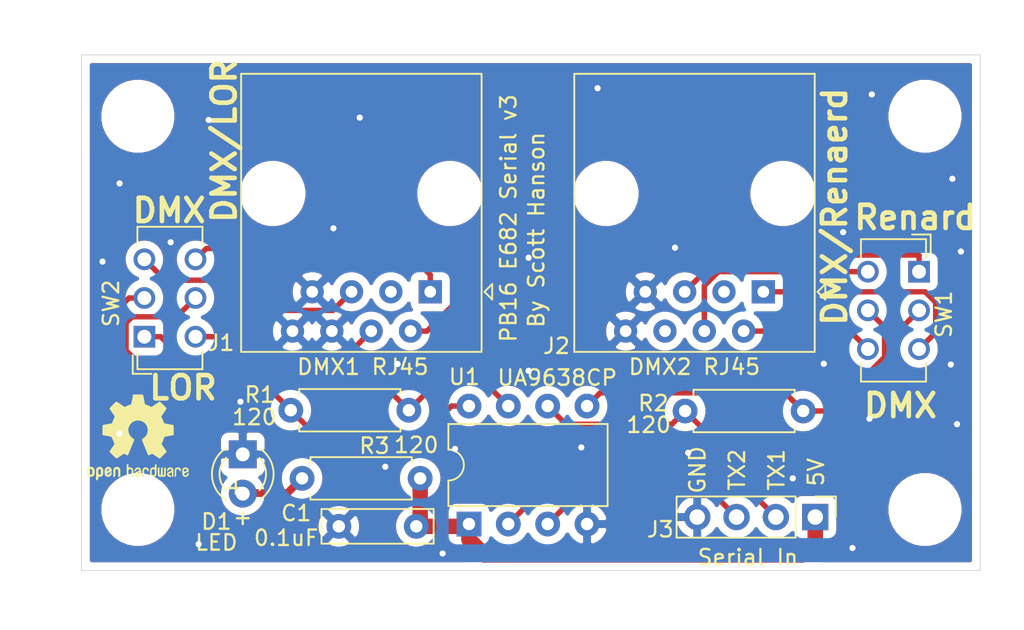
<source format=kicad_pcb>
(kicad_pcb (version 20171130) (host pcbnew "(5.1.5)-3")

  (general
    (thickness 1.6)
    (drawings 21)
    (tracks 129)
    (zones 0)
    (modules 16)
    (nets 21)
  )

  (page A4)
  (title_block
    (title "PB16 E682 Serial")
    (date 2019-10-05)
    (rev 3)
    (company "Scott Hanson")
  )

  (layers
    (0 F.Cu signal)
    (31 B.Cu signal)
    (32 B.Adhes user)
    (33 F.Adhes user)
    (34 B.Paste user)
    (35 F.Paste user)
    (36 B.SilkS user)
    (37 F.SilkS user)
    (38 B.Mask user)
    (39 F.Mask user)
    (40 Dwgs.User user)
    (41 Cmts.User user)
    (42 Eco1.User user)
    (43 Eco2.User user)
    (44 Edge.Cuts user)
    (45 Margin user)
    (46 B.CrtYd user)
    (47 F.CrtYd user)
    (48 B.Fab user)
    (49 F.Fab user)
  )

  (setup
    (last_trace_width 0.35)
    (trace_clearance 0.2)
    (zone_clearance 0.508)
    (zone_45_only no)
    (trace_min 0.2)
    (via_size 0.8)
    (via_drill 0.4)
    (via_min_size 0.4)
    (via_min_drill 0.3)
    (uvia_size 0.3)
    (uvia_drill 0.1)
    (uvias_allowed no)
    (uvia_min_size 0.2)
    (uvia_min_drill 0.1)
    (edge_width 0.05)
    (segment_width 0.2)
    (pcb_text_width 0.3)
    (pcb_text_size 1.5 1.5)
    (mod_edge_width 0.12)
    (mod_text_size 1 1)
    (mod_text_width 0.15)
    (pad_size 1.524 1.524)
    (pad_drill 0.762)
    (pad_to_mask_clearance 0.051)
    (solder_mask_min_width 0.25)
    (aux_axis_origin 0 0)
    (visible_elements 7FFFFFFF)
    (pcbplotparams
      (layerselection 0x010fc_ffffffff)
      (usegerberextensions false)
      (usegerberattributes false)
      (usegerberadvancedattributes false)
      (creategerberjobfile false)
      (excludeedgelayer true)
      (linewidth 0.100000)
      (plotframeref false)
      (viasonmask false)
      (mode 1)
      (useauxorigin false)
      (hpglpennumber 1)
      (hpglpenspeed 20)
      (hpglpendiameter 15.000000)
      (psnegative false)
      (psa4output false)
      (plotreference true)
      (plotvalue true)
      (plotinvisibletext false)
      (padsonsilk false)
      (subtractmaskfromsilk false)
      (outputformat 1)
      (mirror false)
      (drillshape 0)
      (scaleselection 1)
      (outputdirectory "gerbers"))
  )

  (net 0 "")
  (net 1 GND)
  (net 2 +5V)
  (net 3 /DMX1-)
  (net 4 /DMX1+)
  (net 5 /9V)
  (net 6 "Net-(J2-Pad6)")
  (net 7 /DMX2+)
  (net 8 /DMX2-)
  (net 9 "Net-(J2-Pad3)")
  (net 10 /Pin2)
  (net 11 /Pin1)
  (net 12 TXD2)
  (net 13 TXD1)
  (net 14 /LED_PWR)
  (net 15 "Net-(J1-Pad5)")
  (net 16 "Net-(J1-Pad4)")
  (net 17 "Net-(J1-Pad2)")
  (net 18 "Net-(J1-Pad1)")
  (net 19 "Net-(J2-Pad5)")
  (net 20 "Net-(J2-Pad4)")

  (net_class Default "This is the default net class."
    (clearance 0.2)
    (trace_width 0.35)
    (via_dia 0.8)
    (via_drill 0.4)
    (uvia_dia 0.3)
    (uvia_drill 0.1)
    (add_net /DMX1+)
    (add_net /DMX1-)
    (add_net /DMX2+)
    (add_net /DMX2-)
    (add_net /Pin1)
    (add_net /Pin2)
    (add_net "Net-(J1-Pad1)")
    (add_net "Net-(J1-Pad2)")
    (add_net "Net-(J1-Pad4)")
    (add_net "Net-(J1-Pad5)")
    (add_net "Net-(J2-Pad3)")
    (add_net "Net-(J2-Pad4)")
    (add_net "Net-(J2-Pad5)")
    (add_net "Net-(J2-Pad6)")
    (add_net TXD1)
    (add_net TXD2)
  )

  (net_class 3.3v ""
    (clearance 0.2)
    (trace_width 0.5)
    (via_dia 0.8)
    (via_drill 0.4)
    (uvia_dia 0.3)
    (uvia_drill 0.1)
    (add_net /LED_PWR)
  )

  (net_class 5v ""
    (clearance 0.2)
    (trace_width 1)
    (via_dia 0.8)
    (via_drill 0.4)
    (uvia_dia 0.3)
    (uvia_drill 0.1)
    (add_net +5V)
  )

  (net_class 9v ""
    (clearance 0.3)
    (trace_width 0.35)
    (via_dia 0.8)
    (via_drill 0.4)
    (uvia_dia 0.3)
    (uvia_drill 0.1)
    (add_net /9V)
  )

  (net_class Gnd ""
    (clearance 0.2)
    (trace_width 1)
    (via_dia 0.8)
    (via_drill 0.4)
    (uvia_dia 0.3)
    (uvia_drill 0.1)
    (add_net GND)
  )

  (net_class Power ""
    (clearance 0.2)
    (trace_width 2)
    (via_dia 0.8)
    (via_drill 0.4)
    (uvia_dia 0.3)
    (uvia_drill 0.1)
  )

  (net_class Vin ""
    (clearance 0.2)
    (trace_width 2)
    (via_dia 0.8)
    (via_drill 0.4)
    (uvia_dia 0.3)
    (uvia_drill 0.1)
  )

  (net_class power2 ""
    (clearance 0.2)
    (trace_width 2)
    (via_dia 0.8)
    (via_drill 0.4)
    (uvia_dia 0.3)
    (uvia_drill 0.1)
  )

  (module MountingHole:MountingHole_3.7mm (layer F.Cu) (tedit 56D1B4CB) (tstamp 5D77D538)
    (at 138.43 99.06)
    (descr "Mounting Hole 3.7mm, no annular")
    (tags "mounting hole 3.7mm no annular")
    (attr virtual)
    (fp_text reference REF** (at 0.57 5.94) (layer F.Fab)
      (effects (font (size 1 1) (thickness 0.15)))
    )
    (fp_text value MountingHole_3.7mm (at 5.57 -4.06 90) (layer F.Fab)
      (effects (font (size 1 1) (thickness 0.15)))
    )
    (fp_circle (center 0 0) (end 3.95 0) (layer F.CrtYd) (width 0.05))
    (fp_circle (center 0 0) (end 3.7 0) (layer Cmts.User) (width 0.15))
    (fp_text user %R (at 0.3 0) (layer F.Fab)
      (effects (font (size 1 1) (thickness 0.15)))
    )
    (pad 1 np_thru_hole circle (at 0 0) (size 3.7 3.7) (drill 3.7) (layers *.Cu *.Mask))
  )

  (module MountingHole:MountingHole_3.7mm (layer F.Cu) (tedit 56D1B4CB) (tstamp 5D77D500)
    (at 138.43 73.66)
    (descr "Mounting Hole 3.7mm, no annular")
    (tags "mounting hole 3.7mm no annular")
    (attr virtual)
    (fp_text reference REF** (at 0 -4.2) (layer F.Fab)
      (effects (font (size 1 1) (thickness 0.15)))
    )
    (fp_text value MountingHole_3.7mm (at -2.43 -6.66) (layer F.Fab)
      (effects (font (size 1 1) (thickness 0.15)))
    )
    (fp_circle (center 0 0) (end 3.95 0) (layer F.CrtYd) (width 0.05))
    (fp_circle (center 0 0) (end 3.7 0) (layer Cmts.User) (width 0.15))
    (fp_text user %R (at 0.3 0) (layer F.Fab)
      (effects (font (size 1 1) (thickness 0.15)))
    )
    (pad 1 np_thru_hole circle (at 0 0) (size 3.7 3.7) (drill 3.7) (layers *.Cu *.Mask))
  )

  (module MountingHole:MountingHole_3.7mm (layer F.Cu) (tedit 56D1B4CB) (tstamp 5D77D4C6)
    (at 87.63 73.66)
    (descr "Mounting Hole 3.7mm, no annular")
    (tags "mounting hole 3.7mm no annular")
    (attr virtual)
    (fp_text reference REF** (at -1.63 -5.66) (layer F.Fab)
      (effects (font (size 1 1) (thickness 0.15)))
    )
    (fp_text value MountingHole_3.7mm (at -0.63 -4.66) (layer F.Fab)
      (effects (font (size 1 1) (thickness 0.15)))
    )
    (fp_circle (center 0 0) (end 3.95 0) (layer F.CrtYd) (width 0.05))
    (fp_circle (center 0 0) (end 3.7 0) (layer Cmts.User) (width 0.15))
    (fp_text user %R (at 0.3 0) (layer F.Fab)
      (effects (font (size 1 1) (thickness 0.15)))
    )
    (pad 1 np_thru_hole circle (at 0 0) (size 3.7 3.7) (drill 3.7) (layers *.Cu *.Mask))
  )

  (module MountingHole:MountingHole_3.7mm (layer F.Cu) (tedit 56D1B4CB) (tstamp 5D77D3F2)
    (at 87.63 99.06)
    (descr "Mounting Hole 3.7mm, no annular")
    (tags "mounting hole 3.7mm no annular")
    (attr virtual)
    (fp_text reference REF** (at -6.63 2.94) (layer F.Fab)
      (effects (font (size 1 1) (thickness 0.15)))
    )
    (fp_text value MountingHole_3.7mm (at 3.37 6.94) (layer F.Fab)
      (effects (font (size 1 1) (thickness 0.15)))
    )
    (fp_circle (center 0 0) (end 3.95 0) (layer F.CrtYd) (width 0.05))
    (fp_circle (center 0 0) (end 3.7 0) (layer Cmts.User) (width 0.15))
    (fp_text user %R (at 0.3 0) (layer F.Fab)
      (effects (font (size 1 1) (thickness 0.15)))
    )
    (pad 1 np_thru_hole circle (at 0 0) (size 3.7 3.7) (drill 3.7) (layers *.Cu *.Mask))
  )

  (module Connector_RJ:RJ45_Amphenol_54602-x08_Horizontal (layer F.Cu) (tedit 5B103613) (tstamp 5D77BF43)
    (at 106.5 85 180)
    (descr "8 Pol Shallow Latch Connector, Modjack, RJ45 (https://cdn.amphenol-icc.com/media/wysiwyg/files/drawing/c-bmj-0102.pdf)")
    (tags RJ45)
    (path /5D785191)
    (fp_text reference J1 (at 13.5 -3.3) (layer F.SilkS)
      (effects (font (size 1 1) (thickness 0.15)))
    )
    (fp_text value "DMX1 RJ45" (at 4.35 -4.85) (layer F.SilkS)
      (effects (font (size 1 1) (thickness 0.15)))
    )
    (fp_line (start 12.6 14.47) (end -3.71 14.47) (layer F.CrtYd) (width 0.05))
    (fp_line (start 12.6 14.47) (end 12.6 -4.27) (layer F.CrtYd) (width 0.05))
    (fp_line (start -3.71 -4.27) (end -3.71 14.47) (layer F.CrtYd) (width 0.05))
    (fp_line (start -3.71 -4.27) (end 12.6 -4.27) (layer F.CrtYd) (width 0.05))
    (fp_line (start -3.315 -3.88) (end -3.315 14.08) (layer F.SilkS) (width 0.12))
    (fp_line (start 12.205 -3.88) (end -3.315 -3.88) (layer F.SilkS) (width 0.12))
    (fp_line (start 12.205 -3.88) (end 12.205 14.08) (layer F.SilkS) (width 0.12))
    (fp_line (start -3.315 14.08) (end 12.205 14.08) (layer F.SilkS) (width 0.12))
    (fp_line (start -3.205 -2.77) (end -2.205 -3.77) (layer F.Fab) (width 0.12))
    (fp_line (start -2.205 -3.77) (end 12.095 -3.77) (layer F.Fab) (width 0.12))
    (fp_line (start 12.095 -3.77) (end 12.095 13.97) (layer F.Fab) (width 0.12))
    (fp_line (start 12.095 13.97) (end -3.205 13.97) (layer F.Fab) (width 0.12))
    (fp_line (start -3.205 13.97) (end -3.205 -2.77) (layer F.Fab) (width 0.12))
    (fp_line (start -3.5 0) (end -4 -0.5) (layer F.SilkS) (width 0.12))
    (fp_line (start -4 -0.5) (end -4 0.5) (layer F.SilkS) (width 0.12))
    (fp_line (start -4 0.5) (end -3.5 0) (layer F.SilkS) (width 0.12))
    (fp_text user %R (at 4.445 2) (layer F.Fab)
      (effects (font (size 1 1) (thickness 0.15)))
    )
    (pad 8 thru_hole circle (at 8.89 -2.54 180) (size 1.5 1.5) (drill 0.76) (layers *.Cu *.Mask)
      (net 1 GND))
    (pad 7 thru_hole circle (at 7.62 0 180) (size 1.5 1.5) (drill 0.76) (layers *.Cu *.Mask)
      (net 1 GND))
    (pad 6 thru_hole circle (at 6.35 -2.54 180) (size 1.5 1.5) (drill 0.76) (layers *.Cu *.Mask)
      (net 1 GND))
    (pad 5 thru_hole circle (at 5.08 0 180) (size 1.5 1.5) (drill 0.76) (layers *.Cu *.Mask)
      (net 15 "Net-(J1-Pad5)"))
    (pad 4 thru_hole circle (at 3.81 -2.54 180) (size 1.5 1.5) (drill 0.76) (layers *.Cu *.Mask)
      (net 16 "Net-(J1-Pad4)"))
    (pad 3 thru_hole circle (at 2.54 0 180) (size 1.5 1.5) (drill 0.76) (layers *.Cu *.Mask)
      (net 5 /9V))
    (pad 2 thru_hole circle (at 1.27 -2.54 180) (size 1.5 1.5) (drill 0.76) (layers *.Cu *.Mask)
      (net 17 "Net-(J1-Pad2)"))
    (pad 1 thru_hole rect (at 0 0 180) (size 1.5 1.5) (drill 0.76) (layers *.Cu *.Mask)
      (net 18 "Net-(J1-Pad1)"))
    (pad "" np_thru_hole circle (at -1.27 6.35 180) (size 3.2 3.2) (drill 3.2) (layers *.Cu *.Mask))
    (pad "" np_thru_hole circle (at 10.16 6.35 180) (size 3.2 3.2) (drill 3.2) (layers *.Cu *.Mask))
    (model ${KISYS3DMOD}/Connector_RJ.3dshapes/RJ45_Amphenol_54602-x08_Horizontal.wrl
      (at (xyz 0 0 0))
      (scale (xyz 1 1 1))
      (rotate (xyz 0 0 0))
    )
    (model ${KIPRJMOD}/../libraries/3D_Models/RJ45.step
      (offset (xyz -3.3 3.75 0))
      (scale (xyz 1 1 1))
      (rotate (xyz 0 0 0))
    )
  )

  (module Button_Switch_THT:SW_CuK_JS202011CQN_DPDT_Straight (layer F.Cu) (tedit 5A02FE31) (tstamp 5D992223)
    (at 88.05 87.9 90)
    (descr "CuK sub miniature slide switch, JS series, DPDT, right angle, http://www.ckswitches.com/media/1422/js.pdf")
    (tags "switch DPDT")
    (path /5D992E04)
    (fp_text reference SW2 (at 2.15 -2.15 90) (layer F.SilkS)
      (effects (font (size 1 1) (thickness 0.15)))
    )
    (fp_text value DMX_LOR_Select (at 3 5 90) (layer F.Fab)
      (effects (font (size 1 1) (thickness 0.15)))
    )
    (fp_line (start -1 -0.35) (end 7 -0.35) (layer F.Fab) (width 0.1))
    (fp_line (start 7 -0.35) (end 7 3.65) (layer F.Fab) (width 0.1))
    (fp_line (start 7 3.65) (end -2 3.65) (layer F.Fab) (width 0.1))
    (fp_line (start -2 3.65) (end -2 0.65) (layer F.Fab) (width 0.1))
    (fp_text user %R (at 2 1.65 90) (layer F.Fab)
      (effects (font (size 1 1) (thickness 0.15)))
    )
    (fp_line (start -0.9 -0.45) (end -2.1 -0.45) (layer F.SilkS) (width 0.12))
    (fp_line (start -2.1 -0.45) (end -2.1 3.75) (layer F.SilkS) (width 0.12))
    (fp_line (start -2.1 3.75) (end -0.9 3.75) (layer F.SilkS) (width 0.12))
    (fp_line (start 5.9 -0.45) (end 7.1 -0.45) (layer F.SilkS) (width 0.12))
    (fp_line (start 7.1 -0.45) (end 7.1 3.75) (layer F.SilkS) (width 0.12))
    (fp_line (start 7.1 3.75) (end 5.9 3.75) (layer F.SilkS) (width 0.12))
    (fp_line (start -1.2 -0.75) (end -2.4 -0.75) (layer F.SilkS) (width 0.12))
    (fp_line (start -2.4 -0.75) (end -2.4 0.45) (layer F.SilkS) (width 0.12))
    (fp_line (start -2.25 -0.95) (end 7.25 -0.95) (layer F.CrtYd) (width 0.05))
    (fp_line (start 7.25 -0.95) (end 7.25 4.25) (layer F.CrtYd) (width 0.05))
    (fp_line (start 7.25 4.25) (end -2.25 4.25) (layer F.CrtYd) (width 0.05))
    (fp_line (start -2.25 4.25) (end -2.25 -0.95) (layer F.CrtYd) (width 0.05))
    (fp_line (start -1 -0.35) (end -2 0.65) (layer F.Fab) (width 0.1))
    (pad 6 thru_hole circle (at 5 3.3 90) (size 1.4 1.4) (drill 0.9) (layers *.Cu *.Mask)
      (net 17 "Net-(J1-Pad2)"))
    (pad 5 thru_hole circle (at 2.5 3.3 90) (size 1.4 1.4) (drill 0.9) (layers *.Cu *.Mask)
      (net 3 /DMX1-))
    (pad 4 thru_hole circle (at 0 3.3 90) (size 1.4 1.4) (drill 0.9) (layers *.Cu *.Mask)
      (net 15 "Net-(J1-Pad5)"))
    (pad 3 thru_hole circle (at 5 0 90) (size 1.4 1.4) (drill 0.9) (layers *.Cu *.Mask)
      (net 18 "Net-(J1-Pad1)"))
    (pad 2 thru_hole circle (at 2.5 0 90) (size 1.4 1.4) (drill 0.9) (layers *.Cu *.Mask)
      (net 4 /DMX1+))
    (pad 1 thru_hole rect (at 0 0 90) (size 1.4 1.4) (drill 0.9) (layers *.Cu *.Mask)
      (net 16 "Net-(J1-Pad4)"))
    (model ${KISYS3DMOD}/Button_Switch_THT.3dshapes/SW_CuK_JS202011CQN_DPDT_Straight.wrl
      (at (xyz 0 0 0))
      (scale (xyz 1 1 1))
      (rotate (xyz 0 0 0))
    )
  )

  (module Button_Switch_THT:SW_CuK_JS202011CQN_DPDT_Straight (layer F.Cu) (tedit 5A02FE31) (tstamp 5D992207)
    (at 138.05 83.7 270)
    (descr "CuK sub miniature slide switch, JS series, DPDT, right angle, http://www.ckswitches.com/media/1422/js.pdf")
    (tags "switch DPDT")
    (path /5D78520D)
    (fp_text reference SW1 (at 2.75 -1.6 90) (layer F.SilkS)
      (effects (font (size 1 1) (thickness 0.15)))
    )
    (fp_text value DMX_Renard_Select (at 3 5 90) (layer F.Fab)
      (effects (font (size 1 1) (thickness 0.15)))
    )
    (fp_line (start -1 -0.35) (end 7 -0.35) (layer F.Fab) (width 0.1))
    (fp_line (start 7 -0.35) (end 7 3.65) (layer F.Fab) (width 0.1))
    (fp_line (start 7 3.65) (end -2 3.65) (layer F.Fab) (width 0.1))
    (fp_line (start -2 3.65) (end -2 0.65) (layer F.Fab) (width 0.1))
    (fp_text user %R (at 2 1.65 90) (layer F.Fab)
      (effects (font (size 1 1) (thickness 0.15)))
    )
    (fp_line (start -0.9 -0.45) (end -2.1 -0.45) (layer F.SilkS) (width 0.12))
    (fp_line (start -2.1 -0.45) (end -2.1 3.75) (layer F.SilkS) (width 0.12))
    (fp_line (start -2.1 3.75) (end -0.9 3.75) (layer F.SilkS) (width 0.12))
    (fp_line (start 5.9 -0.45) (end 7.1 -0.45) (layer F.SilkS) (width 0.12))
    (fp_line (start 7.1 -0.45) (end 7.1 3.75) (layer F.SilkS) (width 0.12))
    (fp_line (start 7.1 3.75) (end 5.9 3.75) (layer F.SilkS) (width 0.12))
    (fp_line (start -1.2 -0.75) (end -2.4 -0.75) (layer F.SilkS) (width 0.12))
    (fp_line (start -2.4 -0.75) (end -2.4 0.45) (layer F.SilkS) (width 0.12))
    (fp_line (start -2.25 -0.95) (end 7.25 -0.95) (layer F.CrtYd) (width 0.05))
    (fp_line (start 7.25 -0.95) (end 7.25 4.25) (layer F.CrtYd) (width 0.05))
    (fp_line (start 7.25 4.25) (end -2.25 4.25) (layer F.CrtYd) (width 0.05))
    (fp_line (start -2.25 4.25) (end -2.25 -0.95) (layer F.CrtYd) (width 0.05))
    (fp_line (start -1 -0.35) (end -2 0.65) (layer F.Fab) (width 0.1))
    (pad 6 thru_hole circle (at 5 3.3 270) (size 1.4 1.4) (drill 0.9) (layers *.Cu *.Mask)
      (net 10 /Pin2))
    (pad 5 thru_hole circle (at 2.5 3.3 270) (size 1.4 1.4) (drill 0.9) (layers *.Cu *.Mask)
      (net 8 /DMX2-))
    (pad 4 thru_hole circle (at 0 3.3 270) (size 1.4 1.4) (drill 0.9) (layers *.Cu *.Mask)
      (net 20 "Net-(J2-Pad4)"))
    (pad 3 thru_hole circle (at 5 0 270) (size 1.4 1.4) (drill 0.9) (layers *.Cu *.Mask)
      (net 11 /Pin1))
    (pad 2 thru_hole circle (at 2.5 0 270) (size 1.4 1.4) (drill 0.9) (layers *.Cu *.Mask)
      (net 7 /DMX2+))
    (pad 1 thru_hole rect (at 0 0 270) (size 1.4 1.4) (drill 0.9) (layers *.Cu *.Mask)
      (net 19 "Net-(J2-Pad5)"))
    (model ${KISYS3DMOD}/Button_Switch_THT.3dshapes/SW_CuK_JS202011CQN_DPDT_Straight.wrl
      (at (xyz 0 0 0))
      (scale (xyz 1 1 1))
      (rotate (xyz 0 0 0))
    )
  )

  (module Symbol:OSHW-Logo2_7.3x6mm_SilkScreen (layer F.Cu) (tedit 0) (tstamp 5D992AEB)
    (at 87.6427 94.3991)
    (descr "Open Source Hardware Symbol")
    (tags "Logo Symbol OSHW")
    (attr virtual)
    (fp_text reference REF** (at 0 0) (layer F.SilkS) hide
      (effects (font (size 1 1) (thickness 0.15)))
    )
    (fp_text value OSHW-Logo2_7.3x6mm_SilkScreen (at 0.75 0) (layer F.Fab) hide
      (effects (font (size 1 1) (thickness 0.15)))
    )
    (fp_poly (pts (xy 0.10391 -2.757652) (xy 0.182454 -2.757222) (xy 0.239298 -2.756058) (xy 0.278105 -2.753793)
      (xy 0.302538 -2.75006) (xy 0.316262 -2.744494) (xy 0.32294 -2.736727) (xy 0.326236 -2.726395)
      (xy 0.326556 -2.725057) (xy 0.331562 -2.700921) (xy 0.340829 -2.653299) (xy 0.353392 -2.587259)
      (xy 0.368287 -2.507872) (xy 0.384551 -2.420204) (xy 0.385119 -2.417125) (xy 0.40141 -2.331211)
      (xy 0.416652 -2.255304) (xy 0.429861 -2.193955) (xy 0.440054 -2.151718) (xy 0.446248 -2.133145)
      (xy 0.446543 -2.132816) (xy 0.464788 -2.123747) (xy 0.502405 -2.108633) (xy 0.551271 -2.090738)
      (xy 0.551543 -2.090642) (xy 0.613093 -2.067507) (xy 0.685657 -2.038035) (xy 0.754057 -2.008403)
      (xy 0.757294 -2.006938) (xy 0.868702 -1.956374) (xy 1.115399 -2.12484) (xy 1.191077 -2.176197)
      (xy 1.259631 -2.222111) (xy 1.317088 -2.25997) (xy 1.359476 -2.287163) (xy 1.382825 -2.301079)
      (xy 1.385042 -2.302111) (xy 1.40201 -2.297516) (xy 1.433701 -2.275345) (xy 1.481352 -2.234553)
      (xy 1.546198 -2.174095) (xy 1.612397 -2.109773) (xy 1.676214 -2.046388) (xy 1.733329 -1.988549)
      (xy 1.780305 -1.939825) (xy 1.813703 -1.90379) (xy 1.830085 -1.884016) (xy 1.830694 -1.882998)
      (xy 1.832505 -1.869428) (xy 1.825683 -1.847267) (xy 1.80854 -1.813522) (xy 1.779393 -1.7652)
      (xy 1.736555 -1.699308) (xy 1.679448 -1.614483) (xy 1.628766 -1.539823) (xy 1.583461 -1.47286)
      (xy 1.54615 -1.417484) (xy 1.519452 -1.37758) (xy 1.505985 -1.357038) (xy 1.505137 -1.355644)
      (xy 1.506781 -1.335962) (xy 1.519245 -1.297707) (xy 1.540048 -1.248111) (xy 1.547462 -1.232272)
      (xy 1.579814 -1.16171) (xy 1.614328 -1.081647) (xy 1.642365 -1.012371) (xy 1.662568 -0.960955)
      (xy 1.678615 -0.921881) (xy 1.687888 -0.901459) (xy 1.689041 -0.899886) (xy 1.706096 -0.897279)
      (xy 1.746298 -0.890137) (xy 1.804302 -0.879477) (xy 1.874763 -0.866315) (xy 1.952335 -0.851667)
      (xy 2.031672 -0.836551) (xy 2.107431 -0.821982) (xy 2.174264 -0.808978) (xy 2.226828 -0.798555)
      (xy 2.259776 -0.79173) (xy 2.267857 -0.789801) (xy 2.276205 -0.785038) (xy 2.282506 -0.774282)
      (xy 2.287045 -0.753902) (xy 2.290104 -0.720266) (xy 2.291967 -0.669745) (xy 2.292918 -0.598708)
      (xy 2.29324 -0.503524) (xy 2.293257 -0.464508) (xy 2.293257 -0.147201) (xy 2.217057 -0.132161)
      (xy 2.174663 -0.124005) (xy 2.1114 -0.112101) (xy 2.034962 -0.097884) (xy 1.953043 -0.08279)
      (xy 1.9304 -0.078645) (xy 1.854806 -0.063947) (xy 1.788953 -0.049495) (xy 1.738366 -0.036625)
      (xy 1.708574 -0.026678) (xy 1.703612 -0.023713) (xy 1.691426 -0.002717) (xy 1.673953 0.037967)
      (xy 1.654577 0.090322) (xy 1.650734 0.1016) (xy 1.625339 0.171523) (xy 1.593817 0.250418)
      (xy 1.562969 0.321266) (xy 1.562817 0.321595) (xy 1.511447 0.432733) (xy 1.680399 0.681253)
      (xy 1.849352 0.929772) (xy 1.632429 1.147058) (xy 1.566819 1.211726) (xy 1.506979 1.268733)
      (xy 1.456267 1.315033) (xy 1.418046 1.347584) (xy 1.395675 1.363343) (xy 1.392466 1.364343)
      (xy 1.373626 1.356469) (xy 1.33518 1.334578) (xy 1.28133 1.301267) (xy 1.216276 1.259131)
      (xy 1.14594 1.211943) (xy 1.074555 1.16381) (xy 1.010908 1.121928) (xy 0.959041 1.088871)
      (xy 0.922995 1.067218) (xy 0.906867 1.059543) (xy 0.887189 1.066037) (xy 0.849875 1.08315)
      (xy 0.802621 1.107326) (xy 0.797612 1.110013) (xy 0.733977 1.141927) (xy 0.690341 1.157579)
      (xy 0.663202 1.157745) (xy 0.649057 1.143204) (xy 0.648975 1.143) (xy 0.641905 1.125779)
      (xy 0.625042 1.084899) (xy 0.599695 1.023525) (xy 0.567171 0.944819) (xy 0.528778 0.851947)
      (xy 0.485822 0.748072) (xy 0.444222 0.647502) (xy 0.398504 0.536516) (xy 0.356526 0.433703)
      (xy 0.319548 0.342215) (xy 0.288827 0.265201) (xy 0.265622 0.205815) (xy 0.25119 0.167209)
      (xy 0.246743 0.1528) (xy 0.257896 0.136272) (xy 0.287069 0.10993) (xy 0.325971 0.080887)
      (xy 0.436757 -0.010961) (xy 0.523351 -0.116241) (xy 0.584716 -0.232734) (xy 0.619815 -0.358224)
      (xy 0.627608 -0.490493) (xy 0.621943 -0.551543) (xy 0.591078 -0.678205) (xy 0.53792 -0.790059)
      (xy 0.465767 -0.885999) (xy 0.377917 -0.964924) (xy 0.277665 -1.02573) (xy 0.16831 -1.067313)
      (xy 0.053147 -1.088572) (xy -0.064525 -1.088401) (xy -0.18141 -1.065699) (xy -0.294211 -1.019362)
      (xy -0.399631 -0.948287) (xy -0.443632 -0.908089) (xy -0.528021 -0.804871) (xy -0.586778 -0.692075)
      (xy -0.620296 -0.57299) (xy -0.628965 -0.450905) (xy -0.613177 -0.329107) (xy -0.573322 -0.210884)
      (xy -0.509793 -0.099525) (xy -0.422979 0.001684) (xy -0.325971 0.080887) (xy -0.285563 0.111162)
      (xy -0.257018 0.137219) (xy -0.246743 0.152825) (xy -0.252123 0.169843) (xy -0.267425 0.2105)
      (xy -0.291388 0.271642) (xy -0.322756 0.350119) (xy -0.360268 0.44278) (xy -0.402667 0.546472)
      (xy -0.444337 0.647526) (xy -0.49031 0.758607) (xy -0.532893 0.861541) (xy -0.570779 0.953165)
      (xy -0.60266 1.030316) (xy -0.627229 1.089831) (xy -0.64318 1.128544) (xy -0.64909 1.143)
      (xy -0.663052 1.157685) (xy -0.69006 1.157642) (xy -0.733587 1.142099) (xy -0.79711 1.110284)
      (xy -0.797612 1.110013) (xy -0.84544 1.085323) (xy -0.884103 1.067338) (xy -0.905905 1.059614)
      (xy -0.906867 1.059543) (xy -0.923279 1.067378) (xy -0.959513 1.089165) (xy -1.011526 1.122328)
      (xy -1.075275 1.164291) (xy -1.14594 1.211943) (xy -1.217884 1.260191) (xy -1.282726 1.302151)
      (xy -1.336265 1.335227) (xy -1.374303 1.356821) (xy -1.392467 1.364343) (xy -1.409192 1.354457)
      (xy -1.44282 1.326826) (xy -1.48999 1.284495) (xy -1.547342 1.230505) (xy -1.611516 1.167899)
      (xy -1.632503 1.146983) (xy -1.849501 0.929623) (xy -1.684332 0.68722) (xy -1.634136 0.612781)
      (xy -1.590081 0.545972) (xy -1.554638 0.490665) (xy -1.530281 0.450729) (xy -1.519478 0.430036)
      (xy -1.519162 0.428563) (xy -1.524857 0.409058) (xy -1.540174 0.369822) (xy -1.562463 0.31743)
      (xy -1.578107 0.282355) (xy -1.607359 0.215201) (xy -1.634906 0.147358) (xy -1.656263 0.090034)
      (xy -1.662065 0.072572) (xy -1.678548 0.025938) (xy -1.69466 -0.010095) (xy -1.70351 -0.023713)
      (xy -1.72304 -0.032048) (xy -1.765666 -0.043863) (xy -1.825855 -0.057819) (xy -1.898078 -0.072578)
      (xy -1.9304 -0.078645) (xy -2.012478 -0.093727) (xy -2.091205 -0.108331) (xy -2.158891 -0.12102)
      (xy -2.20784 -0.130358) (xy -2.217057 -0.132161) (xy -2.293257 -0.147201) (xy -2.293257 -0.464508)
      (xy -2.293086 -0.568846) (xy -2.292384 -0.647787) (xy -2.290866 -0.704962) (xy -2.288251 -0.744001)
      (xy -2.284254 -0.768535) (xy -2.278591 -0.782195) (xy -2.27098 -0.788611) (xy -2.267857 -0.789801)
      (xy -2.249022 -0.79402) (xy -2.207412 -0.802438) (xy -2.14837 -0.814039) (xy -2.077243 -0.827805)
      (xy -1.999375 -0.84272) (xy -1.920113 -0.857768) (xy -1.844802 -0.871931) (xy -1.778787 -0.884194)
      (xy -1.727413 -0.893539) (xy -1.696025 -0.89895) (xy -1.689041 -0.899886) (xy -1.682715 -0.912404)
      (xy -1.66871 -0.945754) (xy -1.649645 -0.993623) (xy -1.642366 -1.012371) (xy -1.613004 -1.084805)
      (xy -1.578429 -1.16483) (xy -1.547463 -1.232272) (xy -1.524677 -1.283841) (xy -1.509518 -1.326215)
      (xy -1.504458 -1.352166) (xy -1.505264 -1.355644) (xy -1.515959 -1.372064) (xy -1.54038 -1.408583)
      (xy -1.575905 -1.461313) (xy -1.619913 -1.526365) (xy -1.669783 -1.599849) (xy -1.679644 -1.614355)
      (xy -1.737508 -1.700296) (xy -1.780044 -1.765739) (xy -1.808946 -1.813696) (xy -1.82591 -1.84718)
      (xy -1.832633 -1.869205) (xy -1.83081 -1.882783) (xy -1.830764 -1.882869) (xy -1.816414 -1.900703)
      (xy -1.784677 -1.935183) (xy -1.73899 -1.982732) (xy -1.682796 -2.039778) (xy -1.619532 -2.102745)
      (xy -1.612398 -2.109773) (xy -1.53267 -2.18698) (xy -1.471143 -2.24367) (xy -1.426579 -2.28089)
      (xy -1.397743 -2.299685) (xy -1.385042 -2.302111) (xy -1.366506 -2.291529) (xy -1.328039 -2.267084)
      (xy -1.273614 -2.231388) (xy -1.207202 -2.187053) (xy -1.132775 -2.136689) (xy -1.115399 -2.12484)
      (xy -0.868703 -1.956374) (xy -0.757294 -2.006938) (xy -0.689543 -2.036405) (xy -0.616817 -2.066041)
      (xy -0.554297 -2.08967) (xy -0.551543 -2.090642) (xy -0.50264 -2.108543) (xy -0.464943 -2.12368)
      (xy -0.446575 -2.13279) (xy -0.446544 -2.132816) (xy -0.440715 -2.149283) (xy -0.430808 -2.189781)
      (xy -0.417805 -2.249758) (xy -0.402691 -2.32466) (xy -0.386448 -2.409936) (xy -0.385119 -2.417125)
      (xy -0.368825 -2.504986) (xy -0.353867 -2.58474) (xy -0.341209 -2.651319) (xy -0.331814 -2.699653)
      (xy -0.326646 -2.724675) (xy -0.326556 -2.725057) (xy -0.323411 -2.735701) (xy -0.317296 -2.743738)
      (xy -0.304547 -2.749533) (xy -0.2815 -2.753453) (xy -0.244491 -2.755865) (xy -0.189856 -2.757135)
      (xy -0.113933 -2.757629) (xy -0.013056 -2.757714) (xy 0 -2.757714) (xy 0.10391 -2.757652)) (layer F.SilkS) (width 0.01))
    (fp_poly (pts (xy 3.153595 1.966966) (xy 3.211021 2.004497) (xy 3.238719 2.038096) (xy 3.260662 2.099064)
      (xy 3.262405 2.147308) (xy 3.258457 2.211816) (xy 3.109686 2.276934) (xy 3.037349 2.310202)
      (xy 2.990084 2.336964) (xy 2.965507 2.360144) (xy 2.961237 2.382667) (xy 2.974889 2.407455)
      (xy 2.989943 2.423886) (xy 3.033746 2.450235) (xy 3.081389 2.452081) (xy 3.125145 2.431546)
      (xy 3.157289 2.390752) (xy 3.163038 2.376347) (xy 3.190576 2.331356) (xy 3.222258 2.312182)
      (xy 3.265714 2.295779) (xy 3.265714 2.357966) (xy 3.261872 2.400283) (xy 3.246823 2.435969)
      (xy 3.21528 2.476943) (xy 3.210592 2.482267) (xy 3.175506 2.51872) (xy 3.145347 2.538283)
      (xy 3.107615 2.547283) (xy 3.076335 2.55023) (xy 3.020385 2.550965) (xy 2.980555 2.54166)
      (xy 2.955708 2.527846) (xy 2.916656 2.497467) (xy 2.889625 2.464613) (xy 2.872517 2.423294)
      (xy 2.863238 2.367521) (xy 2.859693 2.291305) (xy 2.85941 2.252622) (xy 2.860372 2.206247)
      (xy 2.948007 2.206247) (xy 2.949023 2.231126) (xy 2.951556 2.2352) (xy 2.968274 2.229665)
      (xy 3.004249 2.215017) (xy 3.052331 2.19419) (xy 3.062386 2.189714) (xy 3.123152 2.158814)
      (xy 3.156632 2.131657) (xy 3.16399 2.10622) (xy 3.146391 2.080481) (xy 3.131856 2.069109)
      (xy 3.07941 2.046364) (xy 3.030322 2.050122) (xy 2.989227 2.077884) (xy 2.960758 2.127152)
      (xy 2.951631 2.166257) (xy 2.948007 2.206247) (xy 2.860372 2.206247) (xy 2.861285 2.162249)
      (xy 2.868196 2.095384) (xy 2.881884 2.046695) (xy 2.904096 2.010849) (xy 2.936574 1.982513)
      (xy 2.950733 1.973355) (xy 3.015053 1.949507) (xy 3.085473 1.948006) (xy 3.153595 1.966966)) (layer F.SilkS) (width 0.01))
    (fp_poly (pts (xy 2.6526 1.958752) (xy 2.669948 1.966334) (xy 2.711356 1.999128) (xy 2.746765 2.046547)
      (xy 2.768664 2.097151) (xy 2.772229 2.122098) (xy 2.760279 2.156927) (xy 2.734067 2.175357)
      (xy 2.705964 2.186516) (xy 2.693095 2.188572) (xy 2.686829 2.173649) (xy 2.674456 2.141175)
      (xy 2.669028 2.126502) (xy 2.63859 2.075744) (xy 2.59452 2.050427) (xy 2.53801 2.051206)
      (xy 2.533825 2.052203) (xy 2.503655 2.066507) (xy 2.481476 2.094393) (xy 2.466327 2.139287)
      (xy 2.45725 2.204615) (xy 2.453286 2.293804) (xy 2.452914 2.341261) (xy 2.45273 2.416071)
      (xy 2.451522 2.467069) (xy 2.448309 2.499471) (xy 2.442109 2.518495) (xy 2.43194 2.529356)
      (xy 2.416819 2.537272) (xy 2.415946 2.53767) (xy 2.386828 2.549981) (xy 2.372403 2.554514)
      (xy 2.370186 2.540809) (xy 2.368289 2.502925) (xy 2.366847 2.445715) (xy 2.365998 2.374027)
      (xy 2.365829 2.321565) (xy 2.366692 2.220047) (xy 2.37007 2.143032) (xy 2.377142 2.086023)
      (xy 2.389088 2.044526) (xy 2.40709 2.014043) (xy 2.432327 1.99008) (xy 2.457247 1.973355)
      (xy 2.517171 1.951097) (xy 2.586911 1.946076) (xy 2.6526 1.958752)) (layer F.SilkS) (width 0.01))
    (fp_poly (pts (xy 2.144876 1.956335) (xy 2.186667 1.975344) (xy 2.219469 1.998378) (xy 2.243503 2.024133)
      (xy 2.260097 2.057358) (xy 2.270577 2.1028) (xy 2.276271 2.165207) (xy 2.278507 2.249327)
      (xy 2.278743 2.304721) (xy 2.278743 2.520826) (xy 2.241774 2.53767) (xy 2.212656 2.549981)
      (xy 2.198231 2.554514) (xy 2.195472 2.541025) (xy 2.193282 2.504653) (xy 2.191942 2.451542)
      (xy 2.191657 2.409372) (xy 2.190434 2.348447) (xy 2.187136 2.300115) (xy 2.182321 2.270518)
      (xy 2.178496 2.264229) (xy 2.152783 2.270652) (xy 2.112418 2.287125) (xy 2.065679 2.309458)
      (xy 2.020845 2.333457) (xy 1.986193 2.35493) (xy 1.970002 2.369685) (xy 1.969938 2.369845)
      (xy 1.97133 2.397152) (xy 1.983818 2.423219) (xy 2.005743 2.444392) (xy 2.037743 2.451474)
      (xy 2.065092 2.450649) (xy 2.103826 2.450042) (xy 2.124158 2.459116) (xy 2.136369 2.483092)
      (xy 2.137909 2.487613) (xy 2.143203 2.521806) (xy 2.129047 2.542568) (xy 2.092148 2.552462)
      (xy 2.052289 2.554292) (xy 1.980562 2.540727) (xy 1.943432 2.521355) (xy 1.897576 2.475845)
      (xy 1.873256 2.419983) (xy 1.871073 2.360957) (xy 1.891629 2.305953) (xy 1.922549 2.271486)
      (xy 1.95342 2.252189) (xy 2.001942 2.227759) (xy 2.058485 2.202985) (xy 2.06791 2.199199)
      (xy 2.130019 2.171791) (xy 2.165822 2.147634) (xy 2.177337 2.123619) (xy 2.16658 2.096635)
      (xy 2.148114 2.075543) (xy 2.104469 2.049572) (xy 2.056446 2.047624) (xy 2.012406 2.067637)
      (xy 1.980709 2.107551) (xy 1.976549 2.117848) (xy 1.952327 2.155724) (xy 1.916965 2.183842)
      (xy 1.872343 2.206917) (xy 1.872343 2.141485) (xy 1.874969 2.101506) (xy 1.88623 2.069997)
      (xy 1.911199 2.036378) (xy 1.935169 2.010484) (xy 1.972441 1.973817) (xy 2.001401 1.954121)
      (xy 2.032505 1.94622) (xy 2.067713 1.944914) (xy 2.144876 1.956335)) (layer F.SilkS) (width 0.01))
    (fp_poly (pts (xy 1.779833 1.958663) (xy 1.782048 1.99685) (xy 1.783784 2.054886) (xy 1.784899 2.12818)
      (xy 1.785257 2.205055) (xy 1.785257 2.465196) (xy 1.739326 2.511127) (xy 1.707675 2.539429)
      (xy 1.67989 2.550893) (xy 1.641915 2.550168) (xy 1.62684 2.548321) (xy 1.579726 2.542948)
      (xy 1.540756 2.539869) (xy 1.531257 2.539585) (xy 1.499233 2.541445) (xy 1.453432 2.546114)
      (xy 1.435674 2.548321) (xy 1.392057 2.551735) (xy 1.362745 2.54432) (xy 1.33368 2.521427)
      (xy 1.323188 2.511127) (xy 1.277257 2.465196) (xy 1.277257 1.978602) (xy 1.314226 1.961758)
      (xy 1.346059 1.949282) (xy 1.364683 1.944914) (xy 1.369458 1.958718) (xy 1.373921 1.997286)
      (xy 1.377775 2.056356) (xy 1.380722 2.131663) (xy 1.382143 2.195286) (xy 1.386114 2.445657)
      (xy 1.420759 2.450556) (xy 1.452268 2.447131) (xy 1.467708 2.436041) (xy 1.472023 2.415308)
      (xy 1.475708 2.371145) (xy 1.478469 2.309146) (xy 1.480012 2.234909) (xy 1.480235 2.196706)
      (xy 1.480457 1.976783) (xy 1.526166 1.960849) (xy 1.558518 1.950015) (xy 1.576115 1.944962)
      (xy 1.576623 1.944914) (xy 1.578388 1.958648) (xy 1.580329 1.99673) (xy 1.582282 2.054482)
      (xy 1.584084 2.127227) (xy 1.585343 2.195286) (xy 1.589314 2.445657) (xy 1.6764 2.445657)
      (xy 1.680396 2.21724) (xy 1.684392 1.988822) (xy 1.726847 1.966868) (xy 1.758192 1.951793)
      (xy 1.776744 1.944951) (xy 1.777279 1.944914) (xy 1.779833 1.958663)) (layer F.SilkS) (width 0.01))
    (fp_poly (pts (xy 1.190117 2.065358) (xy 1.189933 2.173837) (xy 1.189219 2.257287) (xy 1.187675 2.319704)
      (xy 1.185001 2.365085) (xy 1.180894 2.397429) (xy 1.175055 2.420733) (xy 1.167182 2.438995)
      (xy 1.161221 2.449418) (xy 1.111855 2.505945) (xy 1.049264 2.541377) (xy 0.980013 2.55409)
      (xy 0.910668 2.542463) (xy 0.869375 2.521568) (xy 0.826025 2.485422) (xy 0.796481 2.441276)
      (xy 0.778655 2.383462) (xy 0.770463 2.306313) (xy 0.769302 2.249714) (xy 0.769458 2.245647)
      (xy 0.870857 2.245647) (xy 0.871476 2.31055) (xy 0.874314 2.353514) (xy 0.88084 2.381622)
      (xy 0.892523 2.401953) (xy 0.906483 2.417288) (xy 0.953365 2.44689) (xy 1.003701 2.449419)
      (xy 1.051276 2.424705) (xy 1.054979 2.421356) (xy 1.070783 2.403935) (xy 1.080693 2.383209)
      (xy 1.086058 2.352362) (xy 1.088228 2.304577) (xy 1.088571 2.251748) (xy 1.087827 2.185381)
      (xy 1.084748 2.141106) (xy 1.078061 2.112009) (xy 1.066496 2.091173) (xy 1.057013 2.080107)
      (xy 1.01296 2.052198) (xy 0.962224 2.048843) (xy 0.913796 2.070159) (xy 0.90445 2.078073)
      (xy 0.88854 2.095647) (xy 0.87861 2.116587) (xy 0.873278 2.147782) (xy 0.871163 2.196122)
      (xy 0.870857 2.245647) (xy 0.769458 2.245647) (xy 0.77281 2.158568) (xy 0.784726 2.090086)
      (xy 0.807135 2.0386) (xy 0.842124 1.998443) (xy 0.869375 1.977861) (xy 0.918907 1.955625)
      (xy 0.976316 1.945304) (xy 1.029682 1.948067) (xy 1.059543 1.959212) (xy 1.071261 1.962383)
      (xy 1.079037 1.950557) (xy 1.084465 1.918866) (xy 1.088571 1.870593) (xy 1.093067 1.816829)
      (xy 1.099313 1.784482) (xy 1.110676 1.765985) (xy 1.130528 1.75377) (xy 1.143 1.748362)
      (xy 1.190171 1.728601) (xy 1.190117 2.065358)) (layer F.SilkS) (width 0.01))
    (fp_poly (pts (xy 0.529926 1.949755) (xy 0.595858 1.974084) (xy 0.649273 2.017117) (xy 0.670164 2.047409)
      (xy 0.692939 2.102994) (xy 0.692466 2.143186) (xy 0.668562 2.170217) (xy 0.659717 2.174813)
      (xy 0.62153 2.189144) (xy 0.602028 2.185472) (xy 0.595422 2.161407) (xy 0.595086 2.148114)
      (xy 0.582992 2.09921) (xy 0.551471 2.064999) (xy 0.507659 2.048476) (xy 0.458695 2.052634)
      (xy 0.418894 2.074227) (xy 0.40545 2.086544) (xy 0.395921 2.101487) (xy 0.389485 2.124075)
      (xy 0.385317 2.159328) (xy 0.382597 2.212266) (xy 0.380502 2.287907) (xy 0.37996 2.311857)
      (xy 0.377981 2.39379) (xy 0.375731 2.451455) (xy 0.372357 2.489608) (xy 0.367006 2.513004)
      (xy 0.358824 2.526398) (xy 0.346959 2.534545) (xy 0.339362 2.538144) (xy 0.307102 2.550452)
      (xy 0.288111 2.554514) (xy 0.281836 2.540948) (xy 0.278006 2.499934) (xy 0.2766 2.430999)
      (xy 0.277598 2.333669) (xy 0.277908 2.318657) (xy 0.280101 2.229859) (xy 0.282693 2.165019)
      (xy 0.286382 2.119067) (xy 0.291864 2.086935) (xy 0.299835 2.063553) (xy 0.310993 2.043852)
      (xy 0.31683 2.03541) (xy 0.350296 1.998057) (xy 0.387727 1.969003) (xy 0.392309 1.966467)
      (xy 0.459426 1.946443) (xy 0.529926 1.949755)) (layer F.SilkS) (width 0.01))
    (fp_poly (pts (xy 0.039744 1.950968) (xy 0.096616 1.972087) (xy 0.097267 1.972493) (xy 0.13244 1.99838)
      (xy 0.158407 2.028633) (xy 0.17667 2.068058) (xy 0.188732 2.121462) (xy 0.196096 2.193651)
      (xy 0.200264 2.289432) (xy 0.200629 2.303078) (xy 0.205876 2.508842) (xy 0.161716 2.531678)
      (xy 0.129763 2.54711) (xy 0.11047 2.554423) (xy 0.109578 2.554514) (xy 0.106239 2.541022)
      (xy 0.103587 2.504626) (xy 0.101956 2.451452) (xy 0.1016 2.408393) (xy 0.101592 2.338641)
      (xy 0.098403 2.294837) (xy 0.087288 2.273944) (xy 0.063501 2.272925) (xy 0.022296 2.288741)
      (xy -0.039914 2.317815) (xy -0.085659 2.341963) (xy -0.109187 2.362913) (xy -0.116104 2.385747)
      (xy -0.116114 2.386877) (xy -0.104701 2.426212) (xy -0.070908 2.447462) (xy -0.019191 2.450539)
      (xy 0.018061 2.450006) (xy 0.037703 2.460735) (xy 0.049952 2.486505) (xy 0.057002 2.519337)
      (xy 0.046842 2.537966) (xy 0.043017 2.540632) (xy 0.007001 2.55134) (xy -0.043434 2.552856)
      (xy -0.095374 2.545759) (xy -0.132178 2.532788) (xy -0.183062 2.489585) (xy -0.211986 2.429446)
      (xy -0.217714 2.382462) (xy -0.213343 2.340082) (xy -0.197525 2.305488) (xy -0.166203 2.274763)
      (xy -0.115322 2.24399) (xy -0.040824 2.209252) (xy -0.036286 2.207288) (xy 0.030821 2.176287)
      (xy 0.072232 2.150862) (xy 0.089981 2.128014) (xy 0.086107 2.104745) (xy 0.062643 2.078056)
      (xy 0.055627 2.071914) (xy 0.00863 2.0481) (xy -0.040067 2.049103) (xy -0.082478 2.072451)
      (xy -0.110616 2.115675) (xy -0.113231 2.12416) (xy -0.138692 2.165308) (xy -0.170999 2.185128)
      (xy -0.217714 2.20477) (xy -0.217714 2.15395) (xy -0.203504 2.080082) (xy -0.161325 2.012327)
      (xy -0.139376 1.989661) (xy -0.089483 1.960569) (xy -0.026033 1.9474) (xy 0.039744 1.950968)) (layer F.SilkS) (width 0.01))
    (fp_poly (pts (xy -0.624114 1.851289) (xy -0.619861 1.910613) (xy -0.614975 1.945572) (xy -0.608205 1.96082)
      (xy -0.598298 1.961015) (xy -0.595086 1.959195) (xy -0.552356 1.946015) (xy -0.496773 1.946785)
      (xy -0.440263 1.960333) (xy -0.404918 1.977861) (xy -0.368679 2.005861) (xy -0.342187 2.037549)
      (xy -0.324001 2.077813) (xy -0.312678 2.131543) (xy -0.306778 2.203626) (xy -0.304857 2.298951)
      (xy -0.304823 2.317237) (xy -0.3048 2.522646) (xy -0.350509 2.53858) (xy -0.382973 2.54942)
      (xy -0.400785 2.554468) (xy -0.401309 2.554514) (xy -0.403063 2.540828) (xy -0.404556 2.503076)
      (xy -0.405674 2.446224) (xy -0.406303 2.375234) (xy -0.4064 2.332073) (xy -0.406602 2.246973)
      (xy -0.407642 2.185981) (xy -0.410169 2.144177) (xy -0.414836 2.116642) (xy -0.422293 2.098456)
      (xy -0.433189 2.084698) (xy -0.439993 2.078073) (xy -0.486728 2.051375) (xy -0.537728 2.049375)
      (xy -0.583999 2.071955) (xy -0.592556 2.080107) (xy -0.605107 2.095436) (xy -0.613812 2.113618)
      (xy -0.619369 2.139909) (xy -0.622474 2.179562) (xy -0.623824 2.237832) (xy -0.624114 2.318173)
      (xy -0.624114 2.522646) (xy -0.669823 2.53858) (xy -0.702287 2.54942) (xy -0.720099 2.554468)
      (xy -0.720623 2.554514) (xy -0.721963 2.540623) (xy -0.723172 2.501439) (xy -0.724199 2.4407)
      (xy -0.724998 2.362141) (xy -0.725519 2.269498) (xy -0.725714 2.166509) (xy -0.725714 1.769342)
      (xy -0.678543 1.749444) (xy -0.631371 1.729547) (xy -0.624114 1.851289)) (layer F.SilkS) (width 0.01))
    (fp_poly (pts (xy -1.831697 1.931239) (xy -1.774473 1.969735) (xy -1.730251 2.025335) (xy -1.703833 2.096086)
      (xy -1.69849 2.148162) (xy -1.699097 2.169893) (xy -1.704178 2.186531) (xy -1.718145 2.201437)
      (xy -1.745411 2.217973) (xy -1.790388 2.239498) (xy -1.857489 2.269374) (xy -1.857829 2.269524)
      (xy -1.919593 2.297813) (xy -1.970241 2.322933) (xy -2.004596 2.342179) (xy -2.017482 2.352848)
      (xy -2.017486 2.352934) (xy -2.006128 2.376166) (xy -1.979569 2.401774) (xy -1.949077 2.420221)
      (xy -1.93363 2.423886) (xy -1.891485 2.411212) (xy -1.855192 2.379471) (xy -1.837483 2.344572)
      (xy -1.820448 2.318845) (xy -1.787078 2.289546) (xy -1.747851 2.264235) (xy -1.713244 2.250471)
      (xy -1.706007 2.249714) (xy -1.697861 2.26216) (xy -1.69737 2.293972) (xy -1.703357 2.336866)
      (xy -1.714643 2.382558) (xy -1.73005 2.422761) (xy -1.730829 2.424322) (xy -1.777196 2.489062)
      (xy -1.837289 2.533097) (xy -1.905535 2.554711) (xy -1.976362 2.552185) (xy -2.044196 2.523804)
      (xy -2.047212 2.521808) (xy -2.100573 2.473448) (xy -2.13566 2.410352) (xy -2.155078 2.327387)
      (xy -2.157684 2.304078) (xy -2.162299 2.194055) (xy -2.156767 2.142748) (xy -2.017486 2.142748)
      (xy -2.015676 2.174753) (xy -2.005778 2.184093) (xy -1.981102 2.177105) (xy -1.942205 2.160587)
      (xy -1.898725 2.139881) (xy -1.897644 2.139333) (xy -1.860791 2.119949) (xy -1.846 2.107013)
      (xy -1.849647 2.093451) (xy -1.865005 2.075632) (xy -1.904077 2.049845) (xy -1.946154 2.04795)
      (xy -1.983897 2.066717) (xy -2.009966 2.102915) (xy -2.017486 2.142748) (xy -2.156767 2.142748)
      (xy -2.152806 2.106027) (xy -2.12845 2.036212) (xy -2.094544 1.987302) (xy -2.033347 1.937878)
      (xy -1.965937 1.913359) (xy -1.89712 1.911797) (xy -1.831697 1.931239)) (layer F.SilkS) (width 0.01))
    (fp_poly (pts (xy -2.958885 1.921962) (xy -2.890855 1.957733) (xy -2.840649 2.015301) (xy -2.822815 2.052312)
      (xy -2.808937 2.107882) (xy -2.801833 2.178096) (xy -2.80116 2.254727) (xy -2.806573 2.329552)
      (xy -2.81773 2.394342) (xy -2.834286 2.440873) (xy -2.839374 2.448887) (xy -2.899645 2.508707)
      (xy -2.971231 2.544535) (xy -3.048908 2.55502) (xy -3.127452 2.53881) (xy -3.149311 2.529092)
      (xy -3.191878 2.499143) (xy -3.229237 2.459433) (xy -3.232768 2.454397) (xy -3.247119 2.430124)
      (xy -3.256606 2.404178) (xy -3.26221 2.370022) (xy -3.264914 2.321119) (xy -3.265701 2.250935)
      (xy -3.265714 2.2352) (xy -3.265678 2.230192) (xy -3.120571 2.230192) (xy -3.119727 2.29643)
      (xy -3.116404 2.340386) (xy -3.109417 2.368779) (xy -3.097584 2.388325) (xy -3.091543 2.394857)
      (xy -3.056814 2.41968) (xy -3.023097 2.418548) (xy -2.989005 2.397016) (xy -2.968671 2.374029)
      (xy -2.956629 2.340478) (xy -2.949866 2.287569) (xy -2.949402 2.281399) (xy -2.948248 2.185513)
      (xy -2.960312 2.114299) (xy -2.98543 2.068194) (xy -3.02344 2.047635) (xy -3.037008 2.046514)
      (xy -3.072636 2.052152) (xy -3.097006 2.071686) (xy -3.111907 2.109042) (xy -3.119125 2.16815)
      (xy -3.120571 2.230192) (xy -3.265678 2.230192) (xy -3.265174 2.160413) (xy -3.262904 2.108159)
      (xy -3.257932 2.071949) (xy -3.249287 2.045299) (xy -3.235995 2.021722) (xy -3.233057 2.017338)
      (xy -3.183687 1.958249) (xy -3.129891 1.923947) (xy -3.064398 1.910331) (xy -3.042158 1.909665)
      (xy -2.958885 1.921962)) (layer F.SilkS) (width 0.01))
    (fp_poly (pts (xy -1.283907 1.92778) (xy -1.237328 1.954723) (xy -1.204943 1.981466) (xy -1.181258 2.009484)
      (xy -1.164941 2.043748) (xy -1.154661 2.089227) (xy -1.149086 2.150892) (xy -1.146884 2.233711)
      (xy -1.146629 2.293246) (xy -1.146629 2.512391) (xy -1.208314 2.540044) (xy -1.27 2.567697)
      (xy -1.277257 2.32767) (xy -1.280256 2.238028) (xy -1.283402 2.172962) (xy -1.287299 2.128026)
      (xy -1.292553 2.09877) (xy -1.299769 2.080748) (xy -1.30955 2.069511) (xy -1.312688 2.067079)
      (xy -1.360239 2.048083) (xy -1.408303 2.0556) (xy -1.436914 2.075543) (xy -1.448553 2.089675)
      (xy -1.456609 2.10822) (xy -1.461729 2.136334) (xy -1.464559 2.179173) (xy -1.465744 2.241895)
      (xy -1.465943 2.307261) (xy -1.465982 2.389268) (xy -1.467386 2.447316) (xy -1.472086 2.486465)
      (xy -1.482013 2.51178) (xy -1.499097 2.528323) (xy -1.525268 2.541156) (xy -1.560225 2.554491)
      (xy -1.598404 2.569007) (xy -1.593859 2.311389) (xy -1.592029 2.218519) (xy -1.589888 2.149889)
      (xy -1.586819 2.100711) (xy -1.582206 2.066198) (xy -1.575432 2.041562) (xy -1.565881 2.022016)
      (xy -1.554366 2.00477) (xy -1.49881 1.94968) (xy -1.43102 1.917822) (xy -1.357287 1.910191)
      (xy -1.283907 1.92778)) (layer F.SilkS) (width 0.01))
    (fp_poly (pts (xy -2.400256 1.919918) (xy -2.344799 1.947568) (xy -2.295852 1.99848) (xy -2.282371 2.017338)
      (xy -2.267686 2.042015) (xy -2.258158 2.068816) (xy -2.252707 2.104587) (xy -2.250253 2.156169)
      (xy -2.249714 2.224267) (xy -2.252148 2.317588) (xy -2.260606 2.387657) (xy -2.276826 2.439931)
      (xy -2.302546 2.479869) (xy -2.339503 2.512929) (xy -2.342218 2.514886) (xy -2.37864 2.534908)
      (xy -2.422498 2.544815) (xy -2.478276 2.547257) (xy -2.568952 2.547257) (xy -2.56899 2.635283)
      (xy -2.569834 2.684308) (xy -2.574976 2.713065) (xy -2.588413 2.730311) (xy -2.614142 2.744808)
      (xy -2.620321 2.747769) (xy -2.649236 2.761648) (xy -2.671624 2.770414) (xy -2.688271 2.771171)
      (xy -2.699964 2.761023) (xy -2.70749 2.737073) (xy -2.711634 2.696426) (xy -2.713185 2.636186)
      (xy -2.712929 2.553455) (xy -2.711651 2.445339) (xy -2.711252 2.413) (xy -2.709815 2.301524)
      (xy -2.708528 2.228603) (xy -2.569029 2.228603) (xy -2.568245 2.290499) (xy -2.56476 2.330997)
      (xy -2.556876 2.357708) (xy -2.542895 2.378244) (xy -2.533403 2.38826) (xy -2.494596 2.417567)
      (xy -2.460237 2.419952) (xy -2.424784 2.39575) (xy -2.423886 2.394857) (xy -2.409461 2.376153)
      (xy -2.400687 2.350732) (xy -2.396261 2.311584) (xy -2.394882 2.251697) (xy -2.394857 2.23843)
      (xy -2.398188 2.155901) (xy -2.409031 2.098691) (xy -2.42866 2.063766) (xy -2.45835 2.048094)
      (xy -2.475509 2.046514) (xy -2.516234 2.053926) (xy -2.544168 2.07833) (xy -2.560983 2.12298)
      (xy -2.56835 2.19113) (xy -2.569029 2.228603) (xy -2.708528 2.228603) (xy -2.708292 2.215245)
      (xy -2.706323 2.150333) (xy -2.70355 2.102958) (xy -2.699612 2.06929) (xy -2.694151 2.045498)
      (xy -2.686808 2.027753) (xy -2.677223 2.012224) (xy -2.673113 2.006381) (xy -2.618595 1.951185)
      (xy -2.549664 1.91989) (xy -2.469928 1.911165) (xy -2.400256 1.919918)) (layer F.SilkS) (width 0.01))
  )

  (module Package_DIP:DIP-8_W7.62mm (layer F.Cu) (tedit 5A02E8C5) (tstamp 5D77D7CE)
    (at 109 100 90)
    (descr "8-lead though-hole mounted DIP package, row spacing 7.62 mm (300 mils)")
    (tags "THT DIP DIL PDIP 2.54mm 7.62mm 300mil")
    (path /5D7851AD)
    (fp_text reference U1 (at 9.5 -0.3 180) (layer F.SilkS)
      (effects (font (size 1 1) (thickness 0.15)))
    )
    (fp_text value UA9638CP (at 9.45 5.7 180) (layer F.SilkS)
      (effects (font (size 1 1) (thickness 0.15)))
    )
    (fp_text user %R (at 3.81 3.81 90) (layer F.Fab)
      (effects (font (size 1 1) (thickness 0.15)))
    )
    (fp_line (start 8.7 -1.55) (end -1.1 -1.55) (layer F.CrtYd) (width 0.05))
    (fp_line (start 8.7 9.15) (end 8.7 -1.55) (layer F.CrtYd) (width 0.05))
    (fp_line (start -1.1 9.15) (end 8.7 9.15) (layer F.CrtYd) (width 0.05))
    (fp_line (start -1.1 -1.55) (end -1.1 9.15) (layer F.CrtYd) (width 0.05))
    (fp_line (start 6.46 -1.33) (end 4.81 -1.33) (layer F.SilkS) (width 0.12))
    (fp_line (start 6.46 8.95) (end 6.46 -1.33) (layer F.SilkS) (width 0.12))
    (fp_line (start 1.16 8.95) (end 6.46 8.95) (layer F.SilkS) (width 0.12))
    (fp_line (start 1.16 -1.33) (end 1.16 8.95) (layer F.SilkS) (width 0.12))
    (fp_line (start 2.81 -1.33) (end 1.16 -1.33) (layer F.SilkS) (width 0.12))
    (fp_line (start 0.635 -0.27) (end 1.635 -1.27) (layer F.Fab) (width 0.1))
    (fp_line (start 0.635 8.89) (end 0.635 -0.27) (layer F.Fab) (width 0.1))
    (fp_line (start 6.985 8.89) (end 0.635 8.89) (layer F.Fab) (width 0.1))
    (fp_line (start 6.985 -1.27) (end 6.985 8.89) (layer F.Fab) (width 0.1))
    (fp_line (start 1.635 -1.27) (end 6.985 -1.27) (layer F.Fab) (width 0.1))
    (fp_arc (start 3.81 -1.33) (end 2.81 -1.33) (angle -180) (layer F.SilkS) (width 0.12))
    (pad 8 thru_hole oval (at 7.62 0 90) (size 1.6 1.6) (drill 0.8) (layers *.Cu *.Mask)
      (net 4 /DMX1+))
    (pad 4 thru_hole oval (at 0 7.62 90) (size 1.6 1.6) (drill 0.8) (layers *.Cu *.Mask)
      (net 1 GND))
    (pad 7 thru_hole oval (at 7.62 2.54 90) (size 1.6 1.6) (drill 0.8) (layers *.Cu *.Mask)
      (net 3 /DMX1-))
    (pad 3 thru_hole oval (at 0 5.08 90) (size 1.6 1.6) (drill 0.8) (layers *.Cu *.Mask)
      (net 12 TXD2))
    (pad 6 thru_hole oval (at 7.62 5.08 90) (size 1.6 1.6) (drill 0.8) (layers *.Cu *.Mask)
      (net 7 /DMX2+))
    (pad 2 thru_hole oval (at 0 2.54 90) (size 1.6 1.6) (drill 0.8) (layers *.Cu *.Mask)
      (net 13 TXD1))
    (pad 5 thru_hole oval (at 7.62 7.62 90) (size 1.6 1.6) (drill 0.8) (layers *.Cu *.Mask)
      (net 8 /DMX2-))
    (pad 1 thru_hole rect (at 0 0 90) (size 1.6 1.6) (drill 0.8) (layers *.Cu *.Mask)
      (net 2 +5V))
    (model ${KISYS3DMOD}/Package_DIP.3dshapes/DIP-8_W7.62mm.wrl
      (at (xyz 0 0 0))
      (scale (xyz 1 1 1))
      (rotate (xyz 0 0 0))
    )
  )

  (module Resistor_THT:R_Axial_DIN0207_L6.3mm_D2.5mm_P7.62mm_Horizontal (layer F.Cu) (tedit 5AE5139B) (tstamp 5D77BFBF)
    (at 105.85 97.05 180)
    (descr "Resistor, Axial_DIN0207 series, Axial, Horizontal, pin pitch=7.62mm, 0.25W = 1/4W, length*diameter=6.3*2.5mm^2, http://cdn-reichelt.de/documents/datenblatt/B400/1_4W%23YAG.pdf")
    (tags "Resistor Axial_DIN0207 series Axial Horizontal pin pitch 7.62mm 0.25W = 1/4W length 6.3mm diameter 2.5mm")
    (path /5D79298C)
    (fp_text reference R3 (at 2.95 2.1) (layer F.SilkS)
      (effects (font (size 1 1) (thickness 0.15)))
    )
    (fp_text value 120 (at 0.25 2.15) (layer F.SilkS)
      (effects (font (size 1 1) (thickness 0.15)))
    )
    (fp_text user %R (at 4 0) (layer F.Fab)
      (effects (font (size 1 1) (thickness 0.15)))
    )
    (fp_line (start 8.67 -1.5) (end -1.05 -1.5) (layer F.CrtYd) (width 0.05))
    (fp_line (start 8.67 1.5) (end 8.67 -1.5) (layer F.CrtYd) (width 0.05))
    (fp_line (start -1.05 1.5) (end 8.67 1.5) (layer F.CrtYd) (width 0.05))
    (fp_line (start -1.05 -1.5) (end -1.05 1.5) (layer F.CrtYd) (width 0.05))
    (fp_line (start 7.08 1.37) (end 7.08 1.04) (layer F.SilkS) (width 0.12))
    (fp_line (start 0.54 1.37) (end 7.08 1.37) (layer F.SilkS) (width 0.12))
    (fp_line (start 0.54 1.04) (end 0.54 1.37) (layer F.SilkS) (width 0.12))
    (fp_line (start 7.08 -1.37) (end 7.08 -1.04) (layer F.SilkS) (width 0.12))
    (fp_line (start 0.54 -1.37) (end 7.08 -1.37) (layer F.SilkS) (width 0.12))
    (fp_line (start 0.54 -1.04) (end 0.54 -1.37) (layer F.SilkS) (width 0.12))
    (fp_line (start 7.62 0) (end 6.96 0) (layer F.Fab) (width 0.1))
    (fp_line (start 0 0) (end 0.66 0) (layer F.Fab) (width 0.1))
    (fp_line (start 6.96 -1.25) (end 0.66 -1.25) (layer F.Fab) (width 0.1))
    (fp_line (start 6.96 1.25) (end 6.96 -1.25) (layer F.Fab) (width 0.1))
    (fp_line (start 0.66 1.25) (end 6.96 1.25) (layer F.Fab) (width 0.1))
    (fp_line (start 0.66 -1.25) (end 0.66 1.25) (layer F.Fab) (width 0.1))
    (pad 2 thru_hole oval (at 7.62 0 180) (size 1.6 1.6) (drill 0.8) (layers *.Cu *.Mask)
      (net 14 /LED_PWR))
    (pad 1 thru_hole circle (at 0 0 180) (size 1.6 1.6) (drill 0.8) (layers *.Cu *.Mask)
      (net 2 +5V))
    (model ${KISYS3DMOD}/Resistor_THT.3dshapes/R_Axial_DIN0207_L6.3mm_D2.5mm_P7.62mm_Horizontal.wrl
      (at (xyz 0 0 0))
      (scale (xyz 1 1 1))
      (rotate (xyz 0 0 0))
    )
  )

  (module Resistor_THT:R_Axial_DIN0207_L6.3mm_D2.5mm_P7.62mm_Horizontal (layer F.Cu) (tedit 5AE5139B) (tstamp 5D77BFA8)
    (at 122.95 92.7)
    (descr "Resistor, Axial_DIN0207 series, Axial, Horizontal, pin pitch=7.62mm, 0.25W = 1/4W, length*diameter=6.3*2.5mm^2, http://cdn-reichelt.de/documents/datenblatt/B400/1_4W%23YAG.pdf")
    (tags "Resistor Axial_DIN0207 series Axial Horizontal pin pitch 7.62mm 0.25W = 1/4W length 6.3mm diameter 2.5mm")
    (path /5D785179)
    (fp_text reference R2 (at -2.05 -0.5) (layer F.SilkS)
      (effects (font (size 1 1) (thickness 0.15)))
    )
    (fp_text value 120 (at -2.35 0.9) (layer F.SilkS)
      (effects (font (size 1 1) (thickness 0.15)))
    )
    (fp_text user %R (at 3 0) (layer F.Fab)
      (effects (font (size 1 1) (thickness 0.15)))
    )
    (fp_line (start 8.67 -1.5) (end -1.05 -1.5) (layer F.CrtYd) (width 0.05))
    (fp_line (start 8.67 1.5) (end 8.67 -1.5) (layer F.CrtYd) (width 0.05))
    (fp_line (start -1.05 1.5) (end 8.67 1.5) (layer F.CrtYd) (width 0.05))
    (fp_line (start -1.05 -1.5) (end -1.05 1.5) (layer F.CrtYd) (width 0.05))
    (fp_line (start 7.08 1.37) (end 7.08 1.04) (layer F.SilkS) (width 0.12))
    (fp_line (start 0.54 1.37) (end 7.08 1.37) (layer F.SilkS) (width 0.12))
    (fp_line (start 0.54 1.04) (end 0.54 1.37) (layer F.SilkS) (width 0.12))
    (fp_line (start 7.08 -1.37) (end 7.08 -1.04) (layer F.SilkS) (width 0.12))
    (fp_line (start 0.54 -1.37) (end 7.08 -1.37) (layer F.SilkS) (width 0.12))
    (fp_line (start 0.54 -1.04) (end 0.54 -1.37) (layer F.SilkS) (width 0.12))
    (fp_line (start 7.62 0) (end 6.96 0) (layer F.Fab) (width 0.1))
    (fp_line (start 0 0) (end 0.66 0) (layer F.Fab) (width 0.1))
    (fp_line (start 6.96 -1.25) (end 0.66 -1.25) (layer F.Fab) (width 0.1))
    (fp_line (start 6.96 1.25) (end 6.96 -1.25) (layer F.Fab) (width 0.1))
    (fp_line (start 0.66 1.25) (end 6.96 1.25) (layer F.Fab) (width 0.1))
    (fp_line (start 0.66 -1.25) (end 0.66 1.25) (layer F.Fab) (width 0.1))
    (pad 2 thru_hole oval (at 7.62 0) (size 1.6 1.6) (drill 0.8) (layers *.Cu *.Mask)
      (net 8 /DMX2-))
    (pad 1 thru_hole circle (at 0 0) (size 1.6 1.6) (drill 0.8) (layers *.Cu *.Mask)
      (net 7 /DMX2+))
    (model ${KISYS3DMOD}/Resistor_THT.3dshapes/R_Axial_DIN0207_L6.3mm_D2.5mm_P7.62mm_Horizontal.wrl
      (at (xyz 0 0 0))
      (scale (xyz 1 1 1))
      (rotate (xyz 0 0 0))
    )
  )

  (module Resistor_THT:R_Axial_DIN0207_L6.3mm_D2.5mm_P7.62mm_Horizontal (layer F.Cu) (tedit 5AE5139B) (tstamp 5D77BF91)
    (at 97.5 92.65)
    (descr "Resistor, Axial_DIN0207 series, Axial, Horizontal, pin pitch=7.62mm, 0.25W = 1/4W, length*diameter=6.3*2.5mm^2, http://cdn-reichelt.de/documents/datenblatt/B400/1_4W%23YAG.pdf")
    (tags "Resistor Axial_DIN0207 series Axial Horizontal pin pitch 7.62mm 0.25W = 1/4W length 6.3mm diameter 2.5mm")
    (path /5D7851BD)
    (fp_text reference R1 (at -2 -1) (layer F.SilkS)
      (effects (font (size 1 1) (thickness 0.15)))
    )
    (fp_text value 120 (at -2.35 0.45) (layer F.SilkS)
      (effects (font (size 1 1) (thickness 0.15)))
    )
    (fp_text user %R (at 3.81 0) (layer F.Fab)
      (effects (font (size 1 1) (thickness 0.15)))
    )
    (fp_line (start 8.67 -1.5) (end -1.05 -1.5) (layer F.CrtYd) (width 0.05))
    (fp_line (start 8.67 1.5) (end 8.67 -1.5) (layer F.CrtYd) (width 0.05))
    (fp_line (start -1.05 1.5) (end 8.67 1.5) (layer F.CrtYd) (width 0.05))
    (fp_line (start -1.05 -1.5) (end -1.05 1.5) (layer F.CrtYd) (width 0.05))
    (fp_line (start 7.08 1.37) (end 7.08 1.04) (layer F.SilkS) (width 0.12))
    (fp_line (start 0.54 1.37) (end 7.08 1.37) (layer F.SilkS) (width 0.12))
    (fp_line (start 0.54 1.04) (end 0.54 1.37) (layer F.SilkS) (width 0.12))
    (fp_line (start 7.08 -1.37) (end 7.08 -1.04) (layer F.SilkS) (width 0.12))
    (fp_line (start 0.54 -1.37) (end 7.08 -1.37) (layer F.SilkS) (width 0.12))
    (fp_line (start 0.54 -1.04) (end 0.54 -1.37) (layer F.SilkS) (width 0.12))
    (fp_line (start 7.62 0) (end 6.96 0) (layer F.Fab) (width 0.1))
    (fp_line (start 0 0) (end 0.66 0) (layer F.Fab) (width 0.1))
    (fp_line (start 6.96 -1.25) (end 0.66 -1.25) (layer F.Fab) (width 0.1))
    (fp_line (start 6.96 1.25) (end 6.96 -1.25) (layer F.Fab) (width 0.1))
    (fp_line (start 0.66 1.25) (end 6.96 1.25) (layer F.Fab) (width 0.1))
    (fp_line (start 0.66 -1.25) (end 0.66 1.25) (layer F.Fab) (width 0.1))
    (pad 2 thru_hole oval (at 7.62 0) (size 1.6 1.6) (drill 0.8) (layers *.Cu *.Mask)
      (net 3 /DMX1-))
    (pad 1 thru_hole circle (at 0 0) (size 1.6 1.6) (drill 0.8) (layers *.Cu *.Mask)
      (net 4 /DMX1+))
    (model ${KISYS3DMOD}/Resistor_THT.3dshapes/R_Axial_DIN0207_L6.3mm_D2.5mm_P7.62mm_Horizontal.wrl
      (at (xyz 0 0 0))
      (scale (xyz 1 1 1))
      (rotate (xyz 0 0 0))
    )
  )

  (module Connector_PinHeader_2.54mm:PinHeader_1x04_P2.54mm_Vertical (layer F.Cu) (tedit 59FED5CC) (tstamp 5D77BF7A)
    (at 131.35 99.55 270)
    (descr "Through hole straight pin header, 1x04, 2.54mm pitch, single row")
    (tags "Through hole pin header THT 1x04 2.54mm single row")
    (path /5D78D8C8)
    (fp_text reference J3 (at 0.8 10 180) (layer F.SilkS)
      (effects (font (size 1 1) (thickness 0.15)))
    )
    (fp_text value "Serial In" (at 2.6 4.35 180) (layer F.SilkS)
      (effects (font (size 1 1) (thickness 0.15)))
    )
    (fp_text user %R (at 0 3 270) (layer F.Fab)
      (effects (font (size 1 1) (thickness 0.15)))
    )
    (fp_line (start 1.8 -1.8) (end -1.8 -1.8) (layer F.CrtYd) (width 0.05))
    (fp_line (start 1.8 9.4) (end 1.8 -1.8) (layer F.CrtYd) (width 0.05))
    (fp_line (start -1.8 9.4) (end 1.8 9.4) (layer F.CrtYd) (width 0.05))
    (fp_line (start -1.8 -1.8) (end -1.8 9.4) (layer F.CrtYd) (width 0.05))
    (fp_line (start -1.33 -1.33) (end 0 -1.33) (layer F.SilkS) (width 0.12))
    (fp_line (start -1.33 0) (end -1.33 -1.33) (layer F.SilkS) (width 0.12))
    (fp_line (start -1.33 1.27) (end 1.33 1.27) (layer F.SilkS) (width 0.12))
    (fp_line (start 1.33 1.27) (end 1.33 8.95) (layer F.SilkS) (width 0.12))
    (fp_line (start -1.33 1.27) (end -1.33 8.95) (layer F.SilkS) (width 0.12))
    (fp_line (start -1.33 8.95) (end 1.33 8.95) (layer F.SilkS) (width 0.12))
    (fp_line (start -1.27 -0.635) (end -0.635 -1.27) (layer F.Fab) (width 0.1))
    (fp_line (start -1.27 8.89) (end -1.27 -0.635) (layer F.Fab) (width 0.1))
    (fp_line (start 1.27 8.89) (end -1.27 8.89) (layer F.Fab) (width 0.1))
    (fp_line (start 1.27 -1.27) (end 1.27 8.89) (layer F.Fab) (width 0.1))
    (fp_line (start -0.635 -1.27) (end 1.27 -1.27) (layer F.Fab) (width 0.1))
    (pad 4 thru_hole oval (at 0 7.62 270) (size 1.7 1.7) (drill 1) (layers *.Cu *.Mask)
      (net 1 GND))
    (pad 3 thru_hole oval (at 0 5.08 270) (size 1.7 1.7) (drill 1) (layers *.Cu *.Mask)
      (net 12 TXD2))
    (pad 2 thru_hole oval (at 0 2.54 270) (size 1.7 1.7) (drill 1) (layers *.Cu *.Mask)
      (net 13 TXD1))
    (pad 1 thru_hole rect (at 0 0 270) (size 1.7 1.7) (drill 1) (layers *.Cu *.Mask)
      (net 2 +5V))
    (model ${KISYS3DMOD}/Connector_PinHeader_2.54mm.3dshapes/PinHeader_1x04_P2.54mm_Vertical.wrl
      (at (xyz 0 0 0))
      (scale (xyz 1 1 1))
      (rotate (xyz 0 0 0))
    )
  )

  (module Connector_RJ:RJ45_Amphenol_54602-x08_Horizontal (layer F.Cu) (tedit 5B103613) (tstamp 5D77BF62)
    (at 128 85 180)
    (descr "8 Pol Shallow Latch Connector, Modjack, RJ45 (https://cdn.amphenol-icc.com/media/wysiwyg/files/drawing/c-bmj-0102.pdf)")
    (tags RJ45)
    (path /5D7851F3)
    (fp_text reference J2 (at 13.35 -3.5) (layer F.SilkS)
      (effects (font (size 1 1) (thickness 0.15)))
    )
    (fp_text value "DMX2 RJ45" (at 4.45 -4.85 180) (layer F.SilkS)
      (effects (font (size 1 1) (thickness 0.15)))
    )
    (fp_line (start 12.6 14.47) (end -3.71 14.47) (layer F.CrtYd) (width 0.05))
    (fp_line (start 12.6 14.47) (end 12.6 -4.27) (layer F.CrtYd) (width 0.05))
    (fp_line (start -3.71 -4.27) (end -3.71 14.47) (layer F.CrtYd) (width 0.05))
    (fp_line (start -3.71 -4.27) (end 12.6 -4.27) (layer F.CrtYd) (width 0.05))
    (fp_line (start -3.315 -3.88) (end -3.315 14.08) (layer F.SilkS) (width 0.12))
    (fp_line (start 12.205 -3.88) (end -3.315 -3.88) (layer F.SilkS) (width 0.12))
    (fp_line (start 12.205 -3.88) (end 12.205 14.08) (layer F.SilkS) (width 0.12))
    (fp_line (start -3.315 14.08) (end 12.205 14.08) (layer F.SilkS) (width 0.12))
    (fp_line (start -3.205 -2.77) (end -2.205 -3.77) (layer F.Fab) (width 0.12))
    (fp_line (start -2.205 -3.77) (end 12.095 -3.77) (layer F.Fab) (width 0.12))
    (fp_line (start 12.095 -3.77) (end 12.095 13.97) (layer F.Fab) (width 0.12))
    (fp_line (start 12.095 13.97) (end -3.205 13.97) (layer F.Fab) (width 0.12))
    (fp_line (start -3.205 13.97) (end -3.205 -2.77) (layer F.Fab) (width 0.12))
    (fp_line (start -3.5 0) (end -4 -0.5) (layer F.SilkS) (width 0.12))
    (fp_line (start -4 -0.5) (end -4 0.5) (layer F.SilkS) (width 0.12))
    (fp_line (start -4 0.5) (end -3.5 0) (layer F.SilkS) (width 0.12))
    (fp_text user %R (at 4.445 2) (layer F.Fab)
      (effects (font (size 1 1) (thickness 0.15)))
    )
    (pad 8 thru_hole circle (at 8.89 -2.54 180) (size 1.5 1.5) (drill 0.76) (layers *.Cu *.Mask)
      (net 1 GND))
    (pad 7 thru_hole circle (at 7.62 0 180) (size 1.5 1.5) (drill 0.76) (layers *.Cu *.Mask)
      (net 1 GND))
    (pad 6 thru_hole circle (at 6.35 -2.54 180) (size 1.5 1.5) (drill 0.76) (layers *.Cu *.Mask)
      (net 6 "Net-(J2-Pad6)"))
    (pad 5 thru_hole circle (at 5.08 0 180) (size 1.5 1.5) (drill 0.76) (layers *.Cu *.Mask)
      (net 19 "Net-(J2-Pad5)"))
    (pad 4 thru_hole circle (at 3.81 -2.54 180) (size 1.5 1.5) (drill 0.76) (layers *.Cu *.Mask)
      (net 20 "Net-(J2-Pad4)"))
    (pad 3 thru_hole circle (at 2.54 0 180) (size 1.5 1.5) (drill 0.76) (layers *.Cu *.Mask)
      (net 9 "Net-(J2-Pad3)"))
    (pad 2 thru_hole circle (at 1.27 -2.54 180) (size 1.5 1.5) (drill 0.76) (layers *.Cu *.Mask)
      (net 10 /Pin2))
    (pad 1 thru_hole rect (at 0 0 180) (size 1.5 1.5) (drill 0.76) (layers *.Cu *.Mask)
      (net 11 /Pin1))
    (pad "" np_thru_hole circle (at -1.27 6.35 180) (size 3.2 3.2) (drill 3.2) (layers *.Cu *.Mask))
    (pad "" np_thru_hole circle (at 10.16 6.35 180) (size 3.2 3.2) (drill 3.2) (layers *.Cu *.Mask))
    (model ${KISYS3DMOD}/Connector_RJ.3dshapes/RJ45_Amphenol_54602-x08_Horizontal.wrl
      (at (xyz 0 0 0))
      (scale (xyz 1 1 1))
      (rotate (xyz 0 0 0))
    )
    (model ${KIPRJMOD}/../libraries/3D_Models/RJ45.step
      (offset (xyz -3.3 3.75 0))
      (scale (xyz 1 1 1))
      (rotate (xyz 0 0 0))
    )
  )

  (module LED_THT:LED_D3.0mm_Clear (layer F.Cu) (tedit 5A6C9BC0) (tstamp 5D77BF24)
    (at 94.4 95.5 270)
    (descr "IR-LED, diameter 3.0mm, 2 pins, color: clear")
    (tags "IR infrared LED diameter 3.0mm 2 pins clear")
    (path /5D7914C0)
    (fp_text reference D1 (at 4.35 1.7 180) (layer F.SilkS)
      (effects (font (size 1 1) (thickness 0.15)))
    )
    (fp_text value LED (at 5.7 1.7) (layer F.SilkS)
      (effects (font (size 1 1) (thickness 0.15)))
    )
    (fp_arc (start 1.27 0) (end 0.229039 1.08) (angle -87.9) (layer F.SilkS) (width 0.12))
    (fp_arc (start 1.27 0) (end 0.229039 -1.08) (angle 87.9) (layer F.SilkS) (width 0.12))
    (fp_arc (start 1.27 0) (end -0.29 1.235516) (angle -108.8) (layer F.SilkS) (width 0.12))
    (fp_arc (start 1.27 0) (end -0.29 -1.235516) (angle 108.8) (layer F.SilkS) (width 0.12))
    (fp_arc (start 1.27 0) (end -0.23 -1.16619) (angle 284.3) (layer F.Fab) (width 0.1))
    (fp_circle (center 1.27 0) (end 2.77 0) (layer F.Fab) (width 0.1))
    (fp_line (start 3.7 -2.25) (end -1.15 -2.25) (layer F.CrtYd) (width 0.05))
    (fp_line (start 3.7 2.25) (end 3.7 -2.25) (layer F.CrtYd) (width 0.05))
    (fp_line (start -1.15 2.25) (end 3.7 2.25) (layer F.CrtYd) (width 0.05))
    (fp_line (start -1.15 -2.25) (end -1.15 2.25) (layer F.CrtYd) (width 0.05))
    (fp_line (start -0.29 1.08) (end -0.29 1.236) (layer F.SilkS) (width 0.12))
    (fp_line (start -0.29 -1.236) (end -0.29 -1.08) (layer F.SilkS) (width 0.12))
    (fp_line (start -0.23 -1.16619) (end -0.23 1.16619) (layer F.Fab) (width 0.1))
    (fp_text user %R (at 1.47 0 90) (layer F.Fab)
      (effects (font (size 0.8 0.8) (thickness 0.12)))
    )
    (pad 2 thru_hole circle (at 2.54 0 270) (size 1.8 1.8) (drill 0.9) (layers *.Cu *.Mask)
      (net 14 /LED_PWR))
    (pad 1 thru_hole rect (at 0 0 270) (size 1.8 1.8) (drill 0.9) (layers *.Cu *.Mask)
      (net 1 GND))
    (model ${KISYS3DMOD}/LED_THT.3dshapes/LED_D3.0mm_Clear.wrl
      (at (xyz 0 0 0))
      (scale (xyz 1 1 1))
      (rotate (xyz 0 0 0))
    )
  )

  (module Capacitor_THT:C_Rect_L7.0mm_W2.0mm_P5.00mm (layer F.Cu) (tedit 5AE50EF0) (tstamp 5D77BF10)
    (at 105.6 100.15 180)
    (descr "C, Rect series, Radial, pin pitch=5.00mm, , length*width=7*2mm^2, Capacitor")
    (tags "C Rect series Radial pin pitch 5.00mm  length 7mm width 2mm Capacitor")
    (path /5D785183)
    (fp_text reference C1 (at 7.75 0.85) (layer F.SilkS)
      (effects (font (size 1 1) (thickness 0.15)))
    )
    (fp_text value 0.1uF (at 8.4 -0.75) (layer F.SilkS)
      (effects (font (size 1 1) (thickness 0.15)))
    )
    (fp_text user %R (at 2.3 0.1) (layer F.Fab)
      (effects (font (size 1 1) (thickness 0.15)))
    )
    (fp_line (start 6.25 -1.25) (end -1.25 -1.25) (layer F.CrtYd) (width 0.05))
    (fp_line (start 6.25 1.25) (end 6.25 -1.25) (layer F.CrtYd) (width 0.05))
    (fp_line (start -1.25 1.25) (end 6.25 1.25) (layer F.CrtYd) (width 0.05))
    (fp_line (start -1.25 -1.25) (end -1.25 1.25) (layer F.CrtYd) (width 0.05))
    (fp_line (start 6.12 -1.12) (end 6.12 1.12) (layer F.SilkS) (width 0.12))
    (fp_line (start -1.12 -1.12) (end -1.12 1.12) (layer F.SilkS) (width 0.12))
    (fp_line (start -1.12 1.12) (end 6.12 1.12) (layer F.SilkS) (width 0.12))
    (fp_line (start -1.12 -1.12) (end 6.12 -1.12) (layer F.SilkS) (width 0.12))
    (fp_line (start 6 -1) (end -1 -1) (layer F.Fab) (width 0.1))
    (fp_line (start 6 1) (end 6 -1) (layer F.Fab) (width 0.1))
    (fp_line (start -1 1) (end 6 1) (layer F.Fab) (width 0.1))
    (fp_line (start -1 -1) (end -1 1) (layer F.Fab) (width 0.1))
    (pad 2 thru_hole circle (at 5 0 180) (size 1.6 1.6) (drill 0.8) (layers *.Cu *.Mask)
      (net 1 GND))
    (pad 1 thru_hole circle (at 0 0 180) (size 1.6 1.6) (drill 0.8) (layers *.Cu *.Mask)
      (net 2 +5V))
    (model ${KISYS3DMOD}/Capacitor_THT.3dshapes/C_Rect_L7.0mm_W2.0mm_P5.00mm.wrl
      (at (xyz 0 0 0))
      (scale (xyz 1 1 1))
      (rotate (xyz 0 0 0))
    )
  )

  (gr_text LOR (at 90.55 91.2) (layer F.SilkS) (tstamp 5D992859)
    (effects (font (size 1.5 1.5) (thickness 0.3)))
  )
  (gr_text DMX (at 89.65 79.75) (layer F.SilkS) (tstamp 5D992859)
    (effects (font (size 1.5 1.5) (thickness 0.3)))
  )
  (gr_text DMX/Renaerd (at 132.6 79.5 90) (layer F.SilkS)
    (effects (font (size 1.5 1.5) (thickness 0.3)))
  )
  (gr_text + (at 94.4 99.55) (layer F.SilkS)
    (effects (font (size 1 1) (thickness 0.15)))
  )
  (gr_text "By Scott Hanson" (at 113.35 81 90) (layer F.SilkS) (tstamp 5D77F1FE)
    (effects (font (size 1 1) (thickness 0.15)))
  )
  (gr_text "PB16 E682 Serial v3" (at 111.55 80.25 90) (layer F.SilkS)
    (effects (font (size 1 1) (thickness 0.15)))
  )
  (gr_text GND (at 123.75 96.5 90) (layer F.SilkS) (tstamp 5D77EE15)
    (effects (font (size 1 1) (thickness 0.15)))
  )
  (gr_text TX2 (at 126.3 96.5 90) (layer F.SilkS) (tstamp 5D77EE15)
    (effects (font (size 1 1) (thickness 0.15)))
  )
  (gr_text TX1 (at 128.85 96.5 90) (layer F.SilkS) (tstamp 5D77EE15)
    (effects (font (size 1 1) (thickness 0.15)))
  )
  (gr_text 5V (at 131.4 96.65 90) (layer F.SilkS)
    (effects (font (size 1 1) (thickness 0.15)))
  )
  (gr_text DMX/LOR (at 93.2 75.25 90) (layer F.SilkS) (tstamp 5D77E9D7)
    (effects (font (size 1.5 1.5) (thickness 0.3)))
  )
  (gr_text DMX (at 136.85 92.35) (layer F.SilkS)
    (effects (font (size 1.5 1.5) (thickness 0.3)))
  )
  (gr_text Renard (at 137.8 80.2) (layer F.SilkS)
    (effects (font (size 1.5 1.5) (thickness 0.3)))
  )
  (gr_text + (at 93.95 97.6) (layer F.SilkS)
    (effects (font (size 1 1) (thickness 0.15)))
  )
  (gr_line (start 138.43 73.66) (end 87.63 73.66) (layer F.Fab) (width 0.12))
  (gr_line (start 138.43 99.06) (end 138.43 73.66) (layer F.Fab) (width 0.12))
  (gr_line (start 87.63 99.06) (end 138.43 99.06) (layer F.Fab) (width 0.12))
  (gr_line (start 84 103) (end 83.9987 69.6976) (layer Edge.Cuts) (width 0.05) (tstamp 5D77C7D4))
  (gr_line (start 142 103) (end 84 103) (layer Edge.Cuts) (width 0.05) (tstamp 5D77D604))
  (gr_line (start 141.9987 69.6976) (end 142 103) (layer Edge.Cuts) (width 0.05) (tstamp 5D77D5A8))
  (gr_line (start 83.9987 69.6976) (end 141.9987 69.6976) (layer Edge.Cuts) (width 0.05))

  (via (at 133.75 101.55) (size 0.8) (drill 0.4) (layers F.Cu B.Cu) (net 1))
  (via (at 140.5 93.55) (size 0.8) (drill 0.4) (layers F.Cu B.Cu) (net 1))
  (via (at 116.25 95.05) (size 0.8) (drill 0.4) (layers F.Cu B.Cu) (net 1))
  (via (at 108.1 95.15) (size 0.8) (drill 0.4) (layers F.Cu B.Cu) (net 1))
  (via (at 104.394 89.662) (size 0.8) (drill 0.4) (layers F.Cu B.Cu) (net 1))
  (via (at 140.75 82.4) (size 0.8) (drill 0.4) (layers F.Cu B.Cu) (net 1))
  (via (at 140.2 77.7) (size 0.8) (drill 0.4) (layers F.Cu B.Cu) (net 1))
  (via (at 135 72.25) (size 0.8) (drill 0.4) (layers F.Cu B.Cu) (net 1))
  (via (at 117.3 71.85) (size 0.8) (drill 0.4) (layers F.Cu B.Cu) (net 1))
  (via (at 133.15 81.15) (size 0.8) (drill 0.4) (layers F.Cu B.Cu) (net 1))
  (via (at 107.3 101.9) (size 0.8) (drill 0.4) (layers F.Cu B.Cu) (net 1))
  (via (at 103.6 96.3) (size 0.8) (drill 0.4) (layers F.Cu B.Cu) (net 1))
  (via (at 91.55 101.3) (size 0.8) (drill 0.4) (layers F.Cu B.Cu) (net 1))
  (via (at 101.95 73.75) (size 0.8) (drill 0.4) (layers F.Cu B.Cu) (net 1))
  (via (at 94.25 92.1) (size 0.8) (drill 0.4) (layers F.Cu B.Cu) (net 1))
  (via (at 92.2 73.9) (size 0.8) (drill 0.4) (layers F.Cu B.Cu) (net 1))
  (via (at 112.85 82.8) (size 0.8) (drill 0.4) (layers F.Cu B.Cu) (net 1))
  (via (at 86.45 78) (size 0.8) (drill 0.4) (layers F.Cu B.Cu) (net 1))
  (via (at 86.45 94.15) (size 0.8) (drill 0.4) (layers F.Cu B.Cu) (net 1))
  (via (at 112.85 90.1) (size 0.8) (drill 0.4) (layers F.Cu B.Cu) (net 1))
  (via (at 100.25 80.9) (size 0.8) (drill 0.4) (layers F.Cu B.Cu) (net 1))
  (via (at 89.75 81.8) (size 0.8) (drill 0.4) (layers F.Cu B.Cu) (net 1))
  (via (at 85.35 83.05) (size 0.8) (drill 0.4) (layers F.Cu B.Cu) (net 1))
  (via (at 131.9 89.65) (size 0.8) (drill 0.4) (layers F.Cu B.Cu) (net 1))
  (via (at 122.3 82.15) (size 0.8) (drill 0.4) (layers F.Cu B.Cu) (net 1))
  (via (at 129.9 97.05) (size 0.8) (drill 0.4) (layers F.Cu B.Cu) (net 1))
  (via (at 134.85 93.2) (size 0.8) (drill 0.4) (layers F.Cu B.Cu) (net 1))
  (via (at 140.1 89.7) (size 0.8) (drill 0.4) (layers F.Cu B.Cu) (net 1))
  (via (at 123.15 95.4) (size 0.8) (drill 0.4) (layers F.Cu B.Cu) (net 1))
  (segment (start 108.85 100.15) (end 109 100) (width 1) (layer F.Cu) (net 2))
  (segment (start 105.6 100.15) (end 108.85 100.15) (width 1) (layer F.Cu) (net 2))
  (segment (start 105.85 99.9) (end 105.6 100.15) (width 1) (layer F.Cu) (net 2))
  (segment (start 105.85 97.05) (end 105.85 99.9) (width 1) (layer F.Cu) (net 2))
  (segment (start 109 101) (end 109 100) (width 1) (layer F.Cu) (net 2))
  (segment (start 110 102) (end 109 101) (width 1) (layer F.Cu) (net 2))
  (segment (start 130.5 102) (end 110 102) (width 1) (layer F.Cu) (net 2))
  (segment (start 131.35 99.55) (end 131.35 101.15) (width 1) (layer F.Cu) (net 2))
  (segment (start 131.35 101.15) (end 130.5 102) (width 1) (layer F.Cu) (net 2))
  (segment (start 111.54 92.38) (end 110.01 90.85) (width 0.35) (layer F.Cu) (net 3))
  (segment (start 106.92 90.85) (end 105.12 92.65) (width 0.35) (layer F.Cu) (net 3))
  (segment (start 110.01 90.85) (end 106.92 90.85) (width 0.35) (layer F.Cu) (net 3))
  (segment (start 102.64 90.17) (end 105.12 92.65) (width 0.35) (layer F.Cu) (net 3))
  (segment (start 88.244998 90.17) (end 102.64 90.17) (width 0.35) (layer F.Cu) (net 3))
  (segment (start 90.136 86.614) (end 87.260998 86.614) (width 0.35) (layer F.Cu) (net 3))
  (segment (start 87.260998 86.614) (end 86.868 87.006998) (width 0.35) (layer F.Cu) (net 3))
  (segment (start 91.35 85.4) (end 90.136 86.614) (width 0.35) (layer F.Cu) (net 3))
  (segment (start 86.868 88.793002) (end 88.244998 90.17) (width 0.35) (layer F.Cu) (net 3))
  (segment (start 86.868 87.006998) (end 86.868 88.793002) (width 0.35) (layer F.Cu) (net 3))
  (segment (start 97.5 92.65) (end 97.58 92.65) (width 0.35) (layer F.Cu) (net 4))
  (segment (start 107.86863 92.38) (end 106.04863 94.2) (width 0.35) (layer F.Cu) (net 4))
  (segment (start 109 92.38) (end 107.86863 92.38) (width 0.35) (layer F.Cu) (net 4))
  (segment (start 99.05 94.2) (end 97.5 92.65) (width 0.35) (layer F.Cu) (net 4))
  (segment (start 106.04863 94.2) (end 99.05 94.2) (width 0.35) (layer F.Cu) (net 4))
  (segment (start 95.782 90.932) (end 97.5 92.65) (width 0.35) (layer F.Cu) (net 4))
  (segment (start 87.060051 85.4) (end 86.1 86.360051) (width 0.35) (layer F.Cu) (net 4))
  (segment (start 86.1 86.360051) (end 86.1 88.802835) (width 0.35) (layer F.Cu) (net 4))
  (segment (start 88.05 85.4) (end 87.060051 85.4) (width 0.35) (layer F.Cu) (net 4))
  (segment (start 86.1 88.802835) (end 88.229165 90.932) (width 0.35) (layer F.Cu) (net 4))
  (segment (start 88.229165 90.932) (end 95.782 90.932) (width 0.35) (layer F.Cu) (net 4))
  (segment (start 122.92 92.67) (end 122.95 92.7) (width 0.35) (layer F.Cu) (net 7))
  (segment (start 136.375012 89.443823) (end 130.168835 95.65) (width 0.35) (layer F.Cu) (net 7))
  (segment (start 138.05 86.2) (end 136.375012 87.874988) (width 0.35) (layer F.Cu) (net 7))
  (segment (start 136.375012 87.874988) (end 136.375012 89.443823) (width 0.35) (layer F.Cu) (net 7))
  (segment (start 125.9 95.65) (end 122.95 92.7) (width 0.35) (layer F.Cu) (net 7))
  (segment (start 130.168835 95.65) (end 125.9 95.65) (width 0.35) (layer F.Cu) (net 7))
  (segment (start 122.150001 93.499999) (end 122.95 92.7) (width 0.35) (layer F.Cu) (net 7))
  (segment (start 122.094999 93.555001) (end 122.150001 93.499999) (width 0.35) (layer F.Cu) (net 7))
  (segment (start 115.255001 93.555001) (end 122.094999 93.555001) (width 0.35) (layer F.Cu) (net 7))
  (segment (start 114.08 92.38) (end 115.255001 93.555001) (width 0.35) (layer F.Cu) (net 7))
  (segment (start 131.70137 92.7) (end 130.57 92.7) (width 0.35) (layer F.Cu) (net 8))
  (segment (start 132.341002 92.7) (end 131.70137 92.7) (width 0.35) (layer F.Cu) (net 8))
  (segment (start 135.825001 89.216001) (end 132.341002 92.7) (width 0.35) (layer F.Cu) (net 8))
  (segment (start 135.825001 87.275001) (end 135.825001 89.216001) (width 0.35) (layer F.Cu) (net 8))
  (segment (start 134.75 86.2) (end 135.825001 87.275001) (width 0.35) (layer F.Cu) (net 8))
  (segment (start 117.419999 91.580001) (end 116.62 92.38) (width 0.35) (layer F.Cu) (net 8))
  (segment (start 117.475001 91.524999) (end 117.419999 91.580001) (width 0.35) (layer F.Cu) (net 8))
  (segment (start 129.394999 91.524999) (end 117.475001 91.524999) (width 0.35) (layer F.Cu) (net 8))
  (segment (start 130.57 92.7) (end 129.394999 91.524999) (width 0.35) (layer F.Cu) (net 8))
  (segment (start 133.59 87.54) (end 126.73 87.54) (width 0.35) (layer F.Cu) (net 10))
  (segment (start 134.75 88.7) (end 133.59 87.54) (width 0.35) (layer F.Cu) (net 10))
  (segment (start 129.1 85) (end 128 85) (width 0.35) (layer F.Cu) (net 11))
  (segment (start 138.441002 85) (end 129.1 85) (width 0.35) (layer F.Cu) (net 11))
  (segment (start 139.125001 85.683999) (end 138.441002 85) (width 0.35) (layer F.Cu) (net 11))
  (segment (start 139.125001 87.624999) (end 139.125001 85.683999) (width 0.35) (layer F.Cu) (net 11))
  (segment (start 138.05 88.7) (end 139.125001 87.624999) (width 0.35) (layer F.Cu) (net 11))
  (segment (start 114.879999 99.200001) (end 114.08 100) (width 0.35) (layer F.Cu) (net 12))
  (segment (start 115.93 98.15) (end 114.879999 99.200001) (width 0.35) (layer F.Cu) (net 12))
  (segment (start 124.87 98.15) (end 115.93 98.15) (width 0.35) (layer F.Cu) (net 12))
  (segment (start 126.27 99.55) (end 124.87 98.15) (width 0.35) (layer F.Cu) (net 12))
  (segment (start 112.339999 99.200001) (end 111.54 100) (width 0.35) (layer F.Cu) (net 13))
  (segment (start 114.59 96.95) (end 112.339999 99.200001) (width 0.35) (layer F.Cu) (net 13))
  (segment (start 128.81 99.55) (end 126.21 96.95) (width 0.35) (layer F.Cu) (net 13))
  (segment (start 126.21 96.95) (end 114.59 96.95) (width 0.35) (layer F.Cu) (net 13))
  (segment (start 94.61 98.25) (end 94.4 98.04) (width 0.35) (layer F.Cu) (net 14))
  (segment (start 94.44 98) (end 94.4 98.04) (width 0.5) (layer F.Cu) (net 14))
  (segment (start 98.23 97.05) (end 97.28 98) (width 0.5) (layer F.Cu) (net 14))
  (segment (start 97.28 98) (end 94.44 98) (width 0.5) (layer F.Cu) (net 14))
  (segment (start 92.339949 87.9) (end 91.35 87.9) (width 0.35) (layer F.Cu) (net 15))
  (segment (start 94.314998 87.9) (end 91.839949 87.9) (width 0.35) (layer F.Cu) (net 15))
  (segment (start 96.014998 86.2) (end 94.314998 87.9) (width 0.35) (layer F.Cu) (net 15))
  (segment (start 101.42 85) (end 100.22 86.2) (width 0.35) (layer F.Cu) (net 15))
  (segment (start 100.22 86.2) (end 96.014998 86.2) (width 0.35) (layer F.Cu) (net 15))
  (segment (start 89.1 87.9) (end 88.05 87.9) (width 0.35) (layer F.Cu) (net 16))
  (segment (start 90.5 89.3) (end 89.1 87.9) (width 0.35) (layer F.Cu) (net 16))
  (segment (start 100.93 89.3) (end 90.5 89.3) (width 0.35) (layer F.Cu) (net 16))
  (segment (start 102.69 87.54) (end 100.93 89.3) (width 0.35) (layer F.Cu) (net 16))
  (segment (start 105.12 87.65) (end 105.23 87.54) (width 0.35) (layer F.Cu) (net 17))
  (segment (start 91.35 82.9) (end 92.049999 82.200001) (width 0.35) (layer F.Cu) (net 17))
  (segment (start 106.29066 87.54) (end 105.23 87.54) (width 0.35) (layer F.Cu) (net 17))
  (segment (start 108.25 85.58066) (end 106.29066 87.54) (width 0.35) (layer F.Cu) (net 17))
  (segment (start 108.25 84.1) (end 108.25 85.58066) (width 0.35) (layer F.Cu) (net 17))
  (segment (start 92.150001 82.200001) (end 106.350001 82.200001) (width 0.35) (layer F.Cu) (net 17))
  (segment (start 106.350001 82.200001) (end 108.25 84.1) (width 0.35) (layer F.Cu) (net 17))
  (segment (start 88.749999 83.599999) (end 88.05 82.9) (width 0.35) (layer F.Cu) (net 18))
  (segment (start 89.4 84.25) (end 88.749999 83.599999) (width 0.35) (layer F.Cu) (net 18))
  (segment (start 93.25 84.25) (end 89.4 84.25) (width 0.35) (layer F.Cu) (net 18))
  (segment (start 94.500011 82.999989) (end 93.25 84.25) (width 0.35) (layer F.Cu) (net 18))
  (segment (start 105.599989 82.999989) (end 94.500011 82.999989) (width 0.35) (layer F.Cu) (net 18))
  (segment (start 106.5 85) (end 106.5 83.9) (width 0.35) (layer F.Cu) (net 18))
  (segment (start 106.5 83.9) (end 105.599989 82.999989) (width 0.35) (layer F.Cu) (net 18))
  (segment (start 123.669999 84.250001) (end 122.92 85) (width 0.35) (layer F.Cu) (net 19))
  (segment (start 125.295001 82.624999) (end 123.669999 84.250001) (width 0.35) (layer F.Cu) (net 19))
  (segment (start 138.024999 82.624999) (end 125.295001 82.624999) (width 0.35) (layer F.Cu) (net 19))
  (segment (start 138.05 82.65) (end 138.024999 82.624999) (width 0.35) (layer F.Cu) (net 19))
  (segment (start 138.05 83.7) (end 138.05 82.65) (width 0.35) (layer F.Cu) (net 19))
  (segment (start 124.19 86.47934) (end 124.19 87.54) (width 0.35) (layer F.Cu) (net 20))
  (segment (start 124.19 84.604998) (end 124.19 86.47934) (width 0.35) (layer F.Cu) (net 20))
  (segment (start 125.094998 83.7) (end 124.19 84.604998) (width 0.35) (layer F.Cu) (net 20))
  (segment (start 134.75 83.7) (end 125.094998 83.7) (width 0.35) (layer F.Cu) (net 20))

  (zone (net 1) (net_name GND) (layer B.Cu) (tstamp 5D8E5024) (hatch edge 0.508)
    (connect_pads (clearance 0.508))
    (min_thickness 0.254)
    (fill yes (arc_segments 32) (thermal_gap 0.508) (thermal_bridge_width 0.508))
    (polygon
      (pts
        (xy 84 69.6976) (xy 142 69.6976) (xy 142 103) (xy 84 103)
      )
    )
    (filled_polygon
      (pts
        (xy 141.339975 102.34) (xy 84.659974 102.34) (xy 84.659837 98.815249) (xy 85.145 98.815249) (xy 85.145 99.304751)
        (xy 85.240497 99.784848) (xy 85.427821 100.237089) (xy 85.699774 100.644095) (xy 86.045905 100.990226) (xy 86.452911 101.262179)
        (xy 86.905152 101.449503) (xy 87.385249 101.545) (xy 87.874751 101.545) (xy 88.354848 101.449503) (xy 88.807089 101.262179)
        (xy 88.985898 101.142702) (xy 99.786903 101.142702) (xy 99.858486 101.386671) (xy 100.113996 101.507571) (xy 100.388184 101.5763)
        (xy 100.670512 101.590217) (xy 100.95013 101.548787) (xy 101.216292 101.453603) (xy 101.341514 101.386671) (xy 101.413097 101.142702)
        (xy 100.6 100.329605) (xy 99.786903 101.142702) (xy 88.985898 101.142702) (xy 89.214095 100.990226) (xy 89.560226 100.644095)
        (xy 89.832179 100.237089) (xy 89.839045 100.220512) (xy 99.159783 100.220512) (xy 99.201213 100.50013) (xy 99.296397 100.766292)
        (xy 99.363329 100.891514) (xy 99.607298 100.963097) (xy 100.420395 100.15) (xy 100.779605 100.15) (xy 101.592702 100.963097)
        (xy 101.836671 100.891514) (xy 101.957571 100.636004) (xy 102.0263 100.361816) (xy 102.040217 100.079488) (xy 102.029724 100.008665)
        (xy 104.165 100.008665) (xy 104.165 100.291335) (xy 104.220147 100.568574) (xy 104.32832 100.829727) (xy 104.485363 101.064759)
        (xy 104.685241 101.264637) (xy 104.920273 101.42168) (xy 105.181426 101.529853) (xy 105.458665 101.585) (xy 105.741335 101.585)
        (xy 106.018574 101.529853) (xy 106.279727 101.42168) (xy 106.514759 101.264637) (xy 106.714637 101.064759) (xy 106.87168 100.829727)
        (xy 106.979853 100.568574) (xy 107.035 100.291335) (xy 107.035 100.008665) (xy 106.979853 99.731426) (xy 106.87168 99.470273)
        (xy 106.714637 99.235241) (xy 106.679396 99.2) (xy 107.561928 99.2) (xy 107.561928 100.8) (xy 107.574188 100.924482)
        (xy 107.610498 101.04418) (xy 107.669463 101.154494) (xy 107.748815 101.251185) (xy 107.845506 101.330537) (xy 107.95582 101.389502)
        (xy 108.075518 101.425812) (xy 108.2 101.438072) (xy 109.8 101.438072) (xy 109.924482 101.425812) (xy 110.04418 101.389502)
        (xy 110.154494 101.330537) (xy 110.251185 101.251185) (xy 110.330537 101.154494) (xy 110.389502 101.04418) (xy 110.425812 100.924482)
        (xy 110.426643 100.916039) (xy 110.625241 101.114637) (xy 110.860273 101.27168) (xy 111.121426 101.379853) (xy 111.398665 101.435)
        (xy 111.681335 101.435) (xy 111.958574 101.379853) (xy 112.219727 101.27168) (xy 112.454759 101.114637) (xy 112.654637 100.914759)
        (xy 112.81 100.682241) (xy 112.965363 100.914759) (xy 113.165241 101.114637) (xy 113.400273 101.27168) (xy 113.661426 101.379853)
        (xy 113.938665 101.435) (xy 114.221335 101.435) (xy 114.498574 101.379853) (xy 114.759727 101.27168) (xy 114.994759 101.114637)
        (xy 115.194637 100.914759) (xy 115.35168 100.679727) (xy 115.356067 100.669135) (xy 115.467615 100.855131) (xy 115.656586 101.063519)
        (xy 115.88258 101.231037) (xy 116.136913 101.351246) (xy 116.270961 101.391904) (xy 116.493 101.269915) (xy 116.493 100.127)
        (xy 116.747 100.127) (xy 116.747 101.269915) (xy 116.969039 101.391904) (xy 117.103087 101.351246) (xy 117.35742 101.231037)
        (xy 117.583414 101.063519) (xy 117.772385 100.855131) (xy 117.91707 100.613881) (xy 118.011909 100.34904) (xy 117.890624 100.127)
        (xy 116.747 100.127) (xy 116.493 100.127) (xy 116.473 100.127) (xy 116.473 99.906891) (xy 122.288519 99.906891)
        (xy 122.385843 100.181252) (xy 122.534822 100.431355) (xy 122.729731 100.647588) (xy 122.96308 100.821641) (xy 123.225901 100.946825)
        (xy 123.37311 100.991476) (xy 123.603 100.870155) (xy 123.603 99.677) (xy 122.409186 99.677) (xy 122.288519 99.906891)
        (xy 116.473 99.906891) (xy 116.473 99.873) (xy 116.493 99.873) (xy 116.493 98.730085) (xy 116.747 98.730085)
        (xy 116.747 99.873) (xy 117.890624 99.873) (xy 118.011909 99.65096) (xy 117.91707 99.386119) (xy 117.801317 99.193109)
        (xy 122.288519 99.193109) (xy 122.409186 99.423) (xy 123.603 99.423) (xy 123.603 98.229845) (xy 123.857 98.229845)
        (xy 123.857 99.423) (xy 123.877 99.423) (xy 123.877 99.677) (xy 123.857 99.677) (xy 123.857 100.870155)
        (xy 124.08689 100.991476) (xy 124.234099 100.946825) (xy 124.49692 100.821641) (xy 124.730269 100.647588) (xy 124.925178 100.431355)
        (xy 124.994805 100.314466) (xy 125.116525 100.496632) (xy 125.323368 100.703475) (xy 125.566589 100.86599) (xy 125.836842 100.977932)
        (xy 126.12374 101.035) (xy 126.41626 101.035) (xy 126.703158 100.977932) (xy 126.973411 100.86599) (xy 127.216632 100.703475)
        (xy 127.423475 100.496632) (xy 127.54 100.32224) (xy 127.656525 100.496632) (xy 127.863368 100.703475) (xy 128.106589 100.86599)
        (xy 128.376842 100.977932) (xy 128.66374 101.035) (xy 128.95626 101.035) (xy 129.243158 100.977932) (xy 129.513411 100.86599)
        (xy 129.756632 100.703475) (xy 129.888487 100.57162) (xy 129.910498 100.64418) (xy 129.969463 100.754494) (xy 130.048815 100.851185)
        (xy 130.145506 100.930537) (xy 130.25582 100.989502) (xy 130.375518 101.025812) (xy 130.5 101.038072) (xy 132.2 101.038072)
        (xy 132.324482 101.025812) (xy 132.44418 100.989502) (xy 132.554494 100.930537) (xy 132.651185 100.851185) (xy 132.730537 100.754494)
        (xy 132.789502 100.64418) (xy 132.825812 100.524482) (xy 132.838072 100.4) (xy 132.838072 98.815249) (xy 135.945 98.815249)
        (xy 135.945 99.304751) (xy 136.040497 99.784848) (xy 136.227821 100.237089) (xy 136.499774 100.644095) (xy 136.845905 100.990226)
        (xy 137.252911 101.262179) (xy 137.705152 101.449503) (xy 138.185249 101.545) (xy 138.674751 101.545) (xy 139.154848 101.449503)
        (xy 139.607089 101.262179) (xy 140.014095 100.990226) (xy 140.360226 100.644095) (xy 140.632179 100.237089) (xy 140.819503 99.784848)
        (xy 140.915 99.304751) (xy 140.915 98.815249) (xy 140.819503 98.335152) (xy 140.632179 97.882911) (xy 140.360226 97.475905)
        (xy 140.014095 97.129774) (xy 139.607089 96.857821) (xy 139.154848 96.670497) (xy 138.674751 96.575) (xy 138.185249 96.575)
        (xy 137.705152 96.670497) (xy 137.252911 96.857821) (xy 136.845905 97.129774) (xy 136.499774 97.475905) (xy 136.227821 97.882911)
        (xy 136.040497 98.335152) (xy 135.945 98.815249) (xy 132.838072 98.815249) (xy 132.838072 98.7) (xy 132.825812 98.575518)
        (xy 132.789502 98.45582) (xy 132.730537 98.345506) (xy 132.651185 98.248815) (xy 132.554494 98.169463) (xy 132.44418 98.110498)
        (xy 132.324482 98.074188) (xy 132.2 98.061928) (xy 130.5 98.061928) (xy 130.375518 98.074188) (xy 130.25582 98.110498)
        (xy 130.145506 98.169463) (xy 130.048815 98.248815) (xy 129.969463 98.345506) (xy 129.910498 98.45582) (xy 129.888487 98.52838)
        (xy 129.756632 98.396525) (xy 129.513411 98.23401) (xy 129.243158 98.122068) (xy 128.95626 98.065) (xy 128.66374 98.065)
        (xy 128.376842 98.122068) (xy 128.106589 98.23401) (xy 127.863368 98.396525) (xy 127.656525 98.603368) (xy 127.54 98.77776)
        (xy 127.423475 98.603368) (xy 127.216632 98.396525) (xy 126.973411 98.23401) (xy 126.703158 98.122068) (xy 126.41626 98.065)
        (xy 126.12374 98.065) (xy 125.836842 98.122068) (xy 125.566589 98.23401) (xy 125.323368 98.396525) (xy 125.116525 98.603368)
        (xy 124.994805 98.785534) (xy 124.925178 98.668645) (xy 124.730269 98.452412) (xy 124.49692 98.278359) (xy 124.234099 98.153175)
        (xy 124.08689 98.108524) (xy 123.857 98.229845) (xy 123.603 98.229845) (xy 123.37311 98.108524) (xy 123.225901 98.153175)
        (xy 122.96308 98.278359) (xy 122.729731 98.452412) (xy 122.534822 98.668645) (xy 122.385843 98.918748) (xy 122.288519 99.193109)
        (xy 117.801317 99.193109) (xy 117.772385 99.144869) (xy 117.583414 98.936481) (xy 117.35742 98.768963) (xy 117.103087 98.648754)
        (xy 116.969039 98.608096) (xy 116.747 98.730085) (xy 116.493 98.730085) (xy 116.270961 98.608096) (xy 116.136913 98.648754)
        (xy 115.88258 98.768963) (xy 115.656586 98.936481) (xy 115.467615 99.144869) (xy 115.356067 99.330865) (xy 115.35168 99.320273)
        (xy 115.194637 99.085241) (xy 114.994759 98.885363) (xy 114.759727 98.72832) (xy 114.498574 98.620147) (xy 114.221335 98.565)
        (xy 113.938665 98.565) (xy 113.661426 98.620147) (xy 113.400273 98.72832) (xy 113.165241 98.885363) (xy 112.965363 99.085241)
        (xy 112.81 99.317759) (xy 112.654637 99.085241) (xy 112.454759 98.885363) (xy 112.219727 98.72832) (xy 111.958574 98.620147)
        (xy 111.681335 98.565) (xy 111.398665 98.565) (xy 111.121426 98.620147) (xy 110.860273 98.72832) (xy 110.625241 98.885363)
        (xy 110.426643 99.083961) (xy 110.425812 99.075518) (xy 110.389502 98.95582) (xy 110.330537 98.845506) (xy 110.251185 98.748815)
        (xy 110.154494 98.669463) (xy 110.04418 98.610498) (xy 109.924482 98.574188) (xy 109.8 98.561928) (xy 108.2 98.561928)
        (xy 108.075518 98.574188) (xy 107.95582 98.610498) (xy 107.845506 98.669463) (xy 107.748815 98.748815) (xy 107.669463 98.845506)
        (xy 107.610498 98.95582) (xy 107.574188 99.075518) (xy 107.561928 99.2) (xy 106.679396 99.2) (xy 106.514759 99.035363)
        (xy 106.279727 98.87832) (xy 106.018574 98.770147) (xy 105.741335 98.715) (xy 105.458665 98.715) (xy 105.181426 98.770147)
        (xy 104.920273 98.87832) (xy 104.685241 99.035363) (xy 104.485363 99.235241) (xy 104.32832 99.470273) (xy 104.220147 99.731426)
        (xy 104.165 100.008665) (xy 102.029724 100.008665) (xy 101.998787 99.79987) (xy 101.903603 99.533708) (xy 101.836671 99.408486)
        (xy 101.592702 99.336903) (xy 100.779605 100.15) (xy 100.420395 100.15) (xy 99.607298 99.336903) (xy 99.363329 99.408486)
        (xy 99.242429 99.663996) (xy 99.1737 99.938184) (xy 99.159783 100.220512) (xy 89.839045 100.220512) (xy 90.019503 99.784848)
        (xy 90.115 99.304751) (xy 90.115 98.815249) (xy 90.019503 98.335152) (xy 89.832179 97.882911) (xy 89.560226 97.475905)
        (xy 89.214095 97.129774) (xy 88.807089 96.857821) (xy 88.354848 96.670497) (xy 87.874751 96.575) (xy 87.385249 96.575)
        (xy 86.905152 96.670497) (xy 86.452911 96.857821) (xy 86.045905 97.129774) (xy 85.699774 97.475905) (xy 85.427821 97.882911)
        (xy 85.240497 98.335152) (xy 85.145 98.815249) (xy 84.659837 98.815249) (xy 84.659743 96.4) (xy 92.861928 96.4)
        (xy 92.874188 96.524482) (xy 92.910498 96.64418) (xy 92.969463 96.754494) (xy 93.048815 96.851185) (xy 93.145506 96.930537)
        (xy 93.25582 96.989502) (xy 93.274127 96.995056) (xy 93.207688 97.061495) (xy 93.039701 97.312905) (xy 92.923989 97.592257)
        (xy 92.865 97.888816) (xy 92.865 98.191184) (xy 92.923989 98.487743) (xy 93.039701 98.767095) (xy 93.207688 99.018505)
        (xy 93.421495 99.232312) (xy 93.672905 99.400299) (xy 93.952257 99.516011) (xy 94.248816 99.575) (xy 94.551184 99.575)
        (xy 94.847743 99.516011) (xy 95.127095 99.400299) (xy 95.378505 99.232312) (xy 95.453519 99.157298) (xy 99.786903 99.157298)
        (xy 100.6 99.970395) (xy 101.413097 99.157298) (xy 101.341514 98.913329) (xy 101.086004 98.792429) (xy 100.811816 98.7237)
        (xy 100.529488 98.709783) (xy 100.24987 98.751213) (xy 99.983708 98.846397) (xy 99.858486 98.913329) (xy 99.786903 99.157298)
        (xy 95.453519 99.157298) (xy 95.592312 99.018505) (xy 95.760299 98.767095) (xy 95.876011 98.487743) (xy 95.935 98.191184)
        (xy 95.935 97.888816) (xy 95.876011 97.592257) (xy 95.760299 97.312905) (xy 95.592312 97.061495) (xy 95.525873 96.995056)
        (xy 95.54418 96.989502) (xy 95.654494 96.930537) (xy 95.681145 96.908665) (xy 96.795 96.908665) (xy 96.795 97.191335)
        (xy 96.850147 97.468574) (xy 96.95832 97.729727) (xy 97.115363 97.964759) (xy 97.315241 98.164637) (xy 97.550273 98.32168)
        (xy 97.811426 98.429853) (xy 98.088665 98.485) (xy 98.371335 98.485) (xy 98.648574 98.429853) (xy 98.909727 98.32168)
        (xy 99.144759 98.164637) (xy 99.344637 97.964759) (xy 99.50168 97.729727) (xy 99.609853 97.468574) (xy 99.665 97.191335)
        (xy 99.665 96.908665) (xy 104.415 96.908665) (xy 104.415 97.191335) (xy 104.470147 97.468574) (xy 104.57832 97.729727)
        (xy 104.735363 97.964759) (xy 104.935241 98.164637) (xy 105.170273 98.32168) (xy 105.431426 98.429853) (xy 105.708665 98.485)
        (xy 105.991335 98.485) (xy 106.268574 98.429853) (xy 106.529727 98.32168) (xy 106.764759 98.164637) (xy 106.964637 97.964759)
        (xy 107.12168 97.729727) (xy 107.229853 97.468574) (xy 107.285 97.191335) (xy 107.285 96.908665) (xy 107.229853 96.631426)
        (xy 107.12168 96.370273) (xy 106.964637 96.135241) (xy 106.764759 95.935363) (xy 106.529727 95.77832) (xy 106.268574 95.670147)
        (xy 105.991335 95.615) (xy 105.708665 95.615) (xy 105.431426 95.670147) (xy 105.170273 95.77832) (xy 104.935241 95.935363)
        (xy 104.735363 96.135241) (xy 104.57832 96.370273) (xy 104.470147 96.631426) (xy 104.415 96.908665) (xy 99.665 96.908665)
        (xy 99.609853 96.631426) (xy 99.50168 96.370273) (xy 99.344637 96.135241) (xy 99.144759 95.935363) (xy 98.909727 95.77832)
        (xy 98.648574 95.670147) (xy 98.371335 95.615) (xy 98.088665 95.615) (xy 97.811426 95.670147) (xy 97.550273 95.77832)
        (xy 97.315241 95.935363) (xy 97.115363 96.135241) (xy 96.95832 96.370273) (xy 96.850147 96.631426) (xy 96.795 96.908665)
        (xy 95.681145 96.908665) (xy 95.751185 96.851185) (xy 95.830537 96.754494) (xy 95.889502 96.64418) (xy 95.925812 96.524482)
        (xy 95.938072 96.4) (xy 95.935 95.78575) (xy 95.77625 95.627) (xy 94.527 95.627) (xy 94.527 95.647)
        (xy 94.273 95.647) (xy 94.273 95.627) (xy 93.02375 95.627) (xy 92.865 95.78575) (xy 92.861928 96.4)
        (xy 84.659743 96.4) (xy 84.659673 94.6) (xy 92.861928 94.6) (xy 92.865 95.21425) (xy 93.02375 95.373)
        (xy 94.273 95.373) (xy 94.273 94.12375) (xy 94.527 94.12375) (xy 94.527 95.373) (xy 95.77625 95.373)
        (xy 95.935 95.21425) (xy 95.938072 94.6) (xy 95.925812 94.475518) (xy 95.889502 94.35582) (xy 95.830537 94.245506)
        (xy 95.751185 94.148815) (xy 95.654494 94.069463) (xy 95.54418 94.010498) (xy 95.424482 93.974188) (xy 95.3 93.961928)
        (xy 94.68575 93.965) (xy 94.527 94.12375) (xy 94.273 94.12375) (xy 94.11425 93.965) (xy 93.5 93.961928)
        (xy 93.375518 93.974188) (xy 93.25582 94.010498) (xy 93.145506 94.069463) (xy 93.048815 94.148815) (xy 92.969463 94.245506)
        (xy 92.910498 94.35582) (xy 92.874188 94.475518) (xy 92.861928 94.6) (xy 84.659673 94.6) (xy 84.659592 92.508665)
        (xy 96.065 92.508665) (xy 96.065 92.791335) (xy 96.120147 93.068574) (xy 96.22832 93.329727) (xy 96.385363 93.564759)
        (xy 96.585241 93.764637) (xy 96.820273 93.92168) (xy 97.081426 94.029853) (xy 97.358665 94.085) (xy 97.641335 94.085)
        (xy 97.918574 94.029853) (xy 98.179727 93.92168) (xy 98.414759 93.764637) (xy 98.614637 93.564759) (xy 98.77168 93.329727)
        (xy 98.879853 93.068574) (xy 98.935 92.791335) (xy 98.935 92.508665) (xy 103.685 92.508665) (xy 103.685 92.791335)
        (xy 103.740147 93.068574) (xy 103.84832 93.329727) (xy 104.005363 93.564759) (xy 104.205241 93.764637) (xy 104.440273 93.92168)
        (xy 104.701426 94.029853) (xy 104.978665 94.085) (xy 105.261335 94.085) (xy 105.538574 94.029853) (xy 105.799727 93.92168)
        (xy 106.034759 93.764637) (xy 106.234637 93.564759) (xy 106.39168 93.329727) (xy 106.499853 93.068574) (xy 106.555 92.791335)
        (xy 106.555 92.508665) (xy 106.501293 92.238665) (xy 107.565 92.238665) (xy 107.565 92.521335) (xy 107.620147 92.798574)
        (xy 107.72832 93.059727) (xy 107.885363 93.294759) (xy 108.085241 93.494637) (xy 108.320273 93.65168) (xy 108.581426 93.759853)
        (xy 108.858665 93.815) (xy 109.141335 93.815) (xy 109.418574 93.759853) (xy 109.679727 93.65168) (xy 109.914759 93.494637)
        (xy 110.114637 93.294759) (xy 110.27 93.062241) (xy 110.425363 93.294759) (xy 110.625241 93.494637) (xy 110.860273 93.65168)
        (xy 111.121426 93.759853) (xy 111.398665 93.815) (xy 111.681335 93.815) (xy 111.958574 93.759853) (xy 112.219727 93.65168)
        (xy 112.454759 93.494637) (xy 112.654637 93.294759) (xy 112.81 93.062241) (xy 112.965363 93.294759) (xy 113.165241 93.494637)
        (xy 113.400273 93.65168) (xy 113.661426 93.759853) (xy 113.938665 93.815) (xy 114.221335 93.815) (xy 114.498574 93.759853)
        (xy 114.759727 93.65168) (xy 114.994759 93.494637) (xy 115.194637 93.294759) (xy 115.35 93.062241) (xy 115.505363 93.294759)
        (xy 115.705241 93.494637) (xy 115.940273 93.65168) (xy 116.201426 93.759853) (xy 116.478665 93.815) (xy 116.761335 93.815)
        (xy 117.038574 93.759853) (xy 117.299727 93.65168) (xy 117.534759 93.494637) (xy 117.734637 93.294759) (xy 117.89168 93.059727)
        (xy 117.999853 92.798574) (xy 118.047574 92.558665) (xy 121.515 92.558665) (xy 121.515 92.841335) (xy 121.570147 93.118574)
        (xy 121.67832 93.379727) (xy 121.835363 93.614759) (xy 122.035241 93.814637) (xy 122.270273 93.97168) (xy 122.531426 94.079853)
        (xy 122.808665 94.135) (xy 123.091335 94.135) (xy 123.368574 94.079853) (xy 123.629727 93.97168) (xy 123.864759 93.814637)
        (xy 124.064637 93.614759) (xy 124.22168 93.379727) (xy 124.329853 93.118574) (xy 124.385 92.841335) (xy 124.385 92.558665)
        (xy 129.135 92.558665) (xy 129.135 92.841335) (xy 129.190147 93.118574) (xy 129.29832 93.379727) (xy 129.455363 93.614759)
        (xy 129.655241 93.814637) (xy 129.890273 93.97168) (xy 130.151426 94.079853) (xy 130.428665 94.135) (xy 130.711335 94.135)
        (xy 130.988574 94.079853) (xy 131.249727 93.97168) (xy 131.484759 93.814637) (xy 131.684637 93.614759) (xy 131.84168 93.379727)
        (xy 131.949853 93.118574) (xy 132.005 92.841335) (xy 132.005 92.558665) (xy 131.949853 92.281426) (xy 131.84168 92.020273)
        (xy 131.684637 91.785241) (xy 131.484759 91.585363) (xy 131.249727 91.42832) (xy 130.988574 91.320147) (xy 130.711335 91.265)
        (xy 130.428665 91.265) (xy 130.151426 91.320147) (xy 129.890273 91.42832) (xy 129.655241 91.585363) (xy 129.455363 91.785241)
        (xy 129.29832 92.020273) (xy 129.190147 92.281426) (xy 129.135 92.558665) (xy 124.385 92.558665) (xy 124.329853 92.281426)
        (xy 124.22168 92.020273) (xy 124.064637 91.785241) (xy 123.864759 91.585363) (xy 123.629727 91.42832) (xy 123.368574 91.320147)
        (xy 123.091335 91.265) (xy 122.808665 91.265) (xy 122.531426 91.320147) (xy 122.270273 91.42832) (xy 122.035241 91.585363)
        (xy 121.835363 91.785241) (xy 121.67832 92.020273) (xy 121.570147 92.281426) (xy 121.515 92.558665) (xy 118.047574 92.558665)
        (xy 118.055 92.521335) (xy 118.055 92.238665) (xy 117.999853 91.961426) (xy 117.89168 91.700273) (xy 117.734637 91.465241)
        (xy 117.534759 91.265363) (xy 117.299727 91.10832) (xy 117.038574 91.000147) (xy 116.761335 90.945) (xy 116.478665 90.945)
        (xy 116.201426 91.000147) (xy 115.940273 91.10832) (xy 115.705241 91.265363) (xy 115.505363 91.465241) (xy 115.35 91.697759)
        (xy 115.194637 91.465241) (xy 114.994759 91.265363) (xy 114.759727 91.10832) (xy 114.498574 91.000147) (xy 114.221335 90.945)
        (xy 113.938665 90.945) (xy 113.661426 91.000147) (xy 113.400273 91.10832) (xy 113.165241 91.265363) (xy 112.965363 91.465241)
        (xy 112.81 91.697759) (xy 112.654637 91.465241) (xy 112.454759 91.265363) (xy 112.219727 91.10832) (xy 111.958574 91.000147)
        (xy 111.681335 90.945) (xy 111.398665 90.945) (xy 111.121426 91.000147) (xy 110.860273 91.10832) (xy 110.625241 91.265363)
        (xy 110.425363 91.465241) (xy 110.27 91.697759) (xy 110.114637 91.465241) (xy 109.914759 91.265363) (xy 109.679727 91.10832)
        (xy 109.418574 91.000147) (xy 109.141335 90.945) (xy 108.858665 90.945) (xy 108.581426 91.000147) (xy 108.320273 91.10832)
        (xy 108.085241 91.265363) (xy 107.885363 91.465241) (xy 107.72832 91.700273) (xy 107.620147 91.961426) (xy 107.565 92.238665)
        (xy 106.501293 92.238665) (xy 106.499853 92.231426) (xy 106.39168 91.970273) (xy 106.234637 91.735241) (xy 106.034759 91.535363)
        (xy 105.799727 91.37832) (xy 105.538574 91.270147) (xy 105.261335 91.215) (xy 104.978665 91.215) (xy 104.701426 91.270147)
        (xy 104.440273 91.37832) (xy 104.205241 91.535363) (xy 104.005363 91.735241) (xy 103.84832 91.970273) (xy 103.740147 92.231426)
        (xy 103.685 92.508665) (xy 98.935 92.508665) (xy 98.879853 92.231426) (xy 98.77168 91.970273) (xy 98.614637 91.735241)
        (xy 98.414759 91.535363) (xy 98.179727 91.37832) (xy 97.918574 91.270147) (xy 97.641335 91.215) (xy 97.358665 91.215)
        (xy 97.081426 91.270147) (xy 96.820273 91.37832) (xy 96.585241 91.535363) (xy 96.385363 91.735241) (xy 96.22832 91.970273)
        (xy 96.120147 92.231426) (xy 96.065 92.508665) (xy 84.659592 92.508665) (xy 84.659384 87.2) (xy 86.711928 87.2)
        (xy 86.711928 88.6) (xy 86.724188 88.724482) (xy 86.760498 88.84418) (xy 86.819463 88.954494) (xy 86.898815 89.051185)
        (xy 86.995506 89.130537) (xy 87.10582 89.189502) (xy 87.225518 89.225812) (xy 87.35 89.238072) (xy 88.75 89.238072)
        (xy 88.874482 89.225812) (xy 88.99418 89.189502) (xy 89.104494 89.130537) (xy 89.201185 89.051185) (xy 89.280537 88.954494)
        (xy 89.339502 88.84418) (xy 89.375812 88.724482) (xy 89.388072 88.6) (xy 89.388072 87.2) (xy 89.375812 87.075518)
        (xy 89.339502 86.95582) (xy 89.280537 86.845506) (xy 89.201185 86.748815) (xy 89.104494 86.669463) (xy 88.99418 86.610498)
        (xy 88.874482 86.574188) (xy 88.75 86.561928) (xy 88.713987 86.561928) (xy 88.901013 86.436962) (xy 89.086962 86.251013)
        (xy 89.233061 86.032359) (xy 89.333696 85.789405) (xy 89.385 85.531486) (xy 89.385 85.268514) (xy 89.333696 85.010595)
        (xy 89.233061 84.767641) (xy 89.086962 84.548987) (xy 88.901013 84.363038) (xy 88.682359 84.216939) (xy 88.520754 84.15)
        (xy 88.682359 84.083061) (xy 88.901013 83.936962) (xy 89.086962 83.751013) (xy 89.233061 83.532359) (xy 89.333696 83.289405)
        (xy 89.385 83.031486) (xy 89.385 82.768514) (xy 90.015 82.768514) (xy 90.015 83.031486) (xy 90.066304 83.289405)
        (xy 90.166939 83.532359) (xy 90.313038 83.751013) (xy 90.498987 83.936962) (xy 90.717641 84.083061) (xy 90.879246 84.15)
        (xy 90.717641 84.216939) (xy 90.498987 84.363038) (xy 90.313038 84.548987) (xy 90.166939 84.767641) (xy 90.066304 85.010595)
        (xy 90.015 85.268514) (xy 90.015 85.531486) (xy 90.066304 85.789405) (xy 90.166939 86.032359) (xy 90.313038 86.251013)
        (xy 90.498987 86.436962) (xy 90.717641 86.583061) (xy 90.879246 86.65) (xy 90.717641 86.716939) (xy 90.498987 86.863038)
        (xy 90.313038 87.048987) (xy 90.166939 87.267641) (xy 90.066304 87.510595) (xy 90.015 87.768514) (xy 90.015 88.031486)
        (xy 90.066304 88.289405) (xy 90.166939 88.532359) (xy 90.313038 88.751013) (xy 90.498987 88.936962) (xy 90.717641 89.083061)
        (xy 90.960595 89.183696) (xy 91.218514 89.235) (xy 91.481486 89.235) (xy 91.739405 89.183696) (xy 91.982359 89.083061)
        (xy 92.201013 88.936962) (xy 92.386962 88.751013) (xy 92.533061 88.532359) (xy 92.54771 88.496993) (xy 96.832612 88.496993)
        (xy 96.898137 88.73586) (xy 97.145116 88.85176) (xy 97.40996 88.91725) (xy 97.682492 88.929812) (xy 97.952238 88.888965)
        (xy 98.208832 88.796277) (xy 98.321863 88.73586) (xy 98.387388 88.496993) (xy 99.372612 88.496993) (xy 99.438137 88.73586)
        (xy 99.685116 88.85176) (xy 99.94996 88.91725) (xy 100.222492 88.929812) (xy 100.492238 88.888965) (xy 100.748832 88.796277)
        (xy 100.861863 88.73586) (xy 100.927388 88.496993) (xy 100.15 87.719605) (xy 99.372612 88.496993) (xy 98.387388 88.496993)
        (xy 97.61 87.719605) (xy 96.832612 88.496993) (xy 92.54771 88.496993) (xy 92.633696 88.289405) (xy 92.685 88.031486)
        (xy 92.685 87.768514) (xy 92.653965 87.612492) (xy 96.220188 87.612492) (xy 96.261035 87.882238) (xy 96.353723 88.138832)
        (xy 96.41414 88.251863) (xy 96.653007 88.317388) (xy 97.430395 87.54) (xy 97.789605 87.54) (xy 98.566993 88.317388)
        (xy 98.80586 88.251863) (xy 98.878578 88.096904) (xy 98.893723 88.138832) (xy 98.95414 88.251863) (xy 99.193007 88.317388)
        (xy 99.970395 87.54) (xy 99.193007 86.762612) (xy 98.95414 86.828137) (xy 98.881422 86.983096) (xy 98.866277 86.941168)
        (xy 98.80586 86.828137) (xy 98.566993 86.762612) (xy 97.789605 87.54) (xy 97.430395 87.54) (xy 96.653007 86.762612)
        (xy 96.41414 86.828137) (xy 96.29824 87.075116) (xy 96.23275 87.33996) (xy 96.220188 87.612492) (xy 92.653965 87.612492)
        (xy 92.633696 87.510595) (xy 92.533061 87.267641) (xy 92.386962 87.048987) (xy 92.201013 86.863038) (xy 91.982359 86.716939)
        (xy 91.820754 86.65) (xy 91.982359 86.583061) (xy 91.982439 86.583007) (xy 96.832612 86.583007) (xy 97.61 87.360395)
        (xy 98.387388 86.583007) (xy 99.372612 86.583007) (xy 100.15 87.360395) (xy 100.927388 86.583007) (xy 100.861863 86.34414)
        (xy 100.614884 86.22824) (xy 100.35004 86.16275) (xy 100.077508 86.150188) (xy 99.807762 86.191035) (xy 99.551168 86.283723)
        (xy 99.438137 86.34414) (xy 99.372612 86.583007) (xy 98.387388 86.583007) (xy 98.321863 86.34414) (xy 98.074884 86.22824)
        (xy 97.81004 86.16275) (xy 97.537508 86.150188) (xy 97.267762 86.191035) (xy 97.011168 86.283723) (xy 96.898137 86.34414)
        (xy 96.832612 86.583007) (xy 91.982439 86.583007) (xy 92.201013 86.436962) (xy 92.386962 86.251013) (xy 92.533061 86.032359)
        (xy 92.564278 85.956993) (xy 98.102612 85.956993) (xy 98.168137 86.19586) (xy 98.415116 86.31176) (xy 98.67996 86.37725)
        (xy 98.952492 86.389812) (xy 99.222238 86.348965) (xy 99.478832 86.256277) (xy 99.591863 86.19586) (xy 99.657388 85.956993)
        (xy 98.88 85.179605) (xy 98.102612 85.956993) (xy 92.564278 85.956993) (xy 92.633696 85.789405) (xy 92.685 85.531486)
        (xy 92.685 85.268514) (xy 92.646009 85.072492) (xy 97.490188 85.072492) (xy 97.531035 85.342238) (xy 97.623723 85.598832)
        (xy 97.68414 85.711863) (xy 97.923007 85.777388) (xy 98.700395 85) (xy 99.059605 85) (xy 99.836993 85.777388)
        (xy 100.07586 85.711863) (xy 100.150164 85.553523) (xy 100.192629 85.656043) (xy 100.344201 85.882886) (xy 100.537114 86.075799)
        (xy 100.763957 86.227371) (xy 101.016011 86.331775) (xy 101.283589 86.385) (xy 101.556411 86.385) (xy 101.823989 86.331775)
        (xy 102.076043 86.227371) (xy 102.302886 86.075799) (xy 102.495799 85.882886) (xy 102.647371 85.656043) (xy 102.69 85.553127)
        (xy 102.732629 85.656043) (xy 102.884201 85.882886) (xy 103.077114 86.075799) (xy 103.303957 86.227371) (xy 103.556011 86.331775)
        (xy 103.823589 86.385) (xy 104.096411 86.385) (xy 104.363989 86.331775) (xy 104.616043 86.227371) (xy 104.842886 86.075799)
        (xy 105.035799 85.882886) (xy 105.113555 85.766517) (xy 105.124188 85.874482) (xy 105.160498 85.99418) (xy 105.219463 86.104494)
        (xy 105.260912 86.155) (xy 105.093589 86.155) (xy 104.826011 86.208225) (xy 104.573957 86.312629) (xy 104.347114 86.464201)
        (xy 104.154201 86.657114) (xy 104.002629 86.883957) (xy 103.96 86.986873) (xy 103.917371 86.883957) (xy 103.765799 86.657114)
        (xy 103.572886 86.464201) (xy 103.346043 86.312629) (xy 103.093989 86.208225) (xy 102.826411 86.155) (xy 102.553589 86.155)
        (xy 102.286011 86.208225) (xy 102.033957 86.312629) (xy 101.807114 86.464201) (xy 101.614201 86.657114) (xy 101.462629 86.883957)
        (xy 101.421489 86.983279) (xy 101.406277 86.941168) (xy 101.34586 86.828137) (xy 101.106993 86.762612) (xy 100.329605 87.54)
        (xy 101.106993 88.317388) (xy 101.34586 88.251863) (xy 101.420164 88.093523) (xy 101.462629 88.196043) (xy 101.614201 88.422886)
        (xy 101.807114 88.615799) (xy 102.033957 88.767371) (xy 102.286011 88.871775) (xy 102.553589 88.925) (xy 102.826411 88.925)
        (xy 103.093989 88.871775) (xy 103.346043 88.767371) (xy 103.572886 88.615799) (xy 103.765799 88.422886) (xy 103.917371 88.196043)
        (xy 103.96 88.093127) (xy 104.002629 88.196043) (xy 104.154201 88.422886) (xy 104.347114 88.615799) (xy 104.573957 88.767371)
        (xy 104.826011 88.871775) (xy 105.093589 88.925) (xy 105.366411 88.925) (xy 105.633989 88.871775) (xy 105.886043 88.767371)
        (xy 106.112886 88.615799) (xy 106.231692 88.496993) (xy 118.332612 88.496993) (xy 118.398137 88.73586) (xy 118.645116 88.85176)
        (xy 118.90996 88.91725) (xy 119.182492 88.929812) (xy 119.452238 88.888965) (xy 119.708832 88.796277) (xy 119.821863 88.73586)
        (xy 119.887388 88.496993) (xy 119.11 87.719605) (xy 118.332612 88.496993) (xy 106.231692 88.496993) (xy 106.305799 88.422886)
        (xy 106.457371 88.196043) (xy 106.561775 87.943989) (xy 106.615 87.676411) (xy 106.615 87.612492) (xy 117.720188 87.612492)
        (xy 117.761035 87.882238) (xy 117.853723 88.138832) (xy 117.91414 88.251863) (xy 118.153007 88.317388) (xy 118.930395 87.54)
        (xy 119.289605 87.54) (xy 120.066993 88.317388) (xy 120.30586 88.251863) (xy 120.380164 88.093523) (xy 120.422629 88.196043)
        (xy 120.574201 88.422886) (xy 120.767114 88.615799) (xy 120.993957 88.767371) (xy 121.246011 88.871775) (xy 121.513589 88.925)
        (xy 121.786411 88.925) (xy 122.053989 88.871775) (xy 122.306043 88.767371) (xy 122.532886 88.615799) (xy 122.725799 88.422886)
        (xy 122.877371 88.196043) (xy 122.92 88.093127) (xy 122.962629 88.196043) (xy 123.114201 88.422886) (xy 123.307114 88.615799)
        (xy 123.533957 88.767371) (xy 123.786011 88.871775) (xy 124.053589 88.925) (xy 124.326411 88.925) (xy 124.593989 88.871775)
        (xy 124.846043 88.767371) (xy 125.072886 88.615799) (xy 125.265799 88.422886) (xy 125.417371 88.196043) (xy 125.46 88.093127)
        (xy 125.502629 88.196043) (xy 125.654201 88.422886) (xy 125.847114 88.615799) (xy 126.073957 88.767371) (xy 126.326011 88.871775)
        (xy 126.593589 88.925) (xy 126.866411 88.925) (xy 127.133989 88.871775) (xy 127.386043 88.767371) (xy 127.612886 88.615799)
        (xy 127.805799 88.422886) (xy 127.957371 88.196043) (xy 128.061775 87.943989) (xy 128.115 87.676411) (xy 128.115 87.403589)
        (xy 128.061775 87.136011) (xy 127.957371 86.883957) (xy 127.805799 86.657114) (xy 127.612886 86.464201) (xy 127.498951 86.388072)
        (xy 128.75 86.388072) (xy 128.874482 86.375812) (xy 128.99418 86.339502) (xy 129.104494 86.280537) (xy 129.201185 86.201185)
        (xy 129.280537 86.104494) (xy 129.339502 85.99418) (xy 129.375812 85.874482) (xy 129.388072 85.75) (xy 129.388072 84.25)
        (xy 129.375812 84.125518) (xy 129.339502 84.00582) (xy 129.280537 83.895506) (xy 129.201185 83.798815) (xy 129.104494 83.719463)
        (xy 128.99418 83.660498) (xy 128.874482 83.624188) (xy 128.75 83.611928) (xy 127.25 83.611928) (xy 127.125518 83.624188)
        (xy 127.00582 83.660498) (xy 126.895506 83.719463) (xy 126.798815 83.798815) (xy 126.719463 83.895506) (xy 126.660498 84.00582)
        (xy 126.624188 84.125518) (xy 126.613555 84.233483) (xy 126.535799 84.117114) (xy 126.342886 83.924201) (xy 126.116043 83.772629)
        (xy 125.863989 83.668225) (xy 125.596411 83.615) (xy 125.323589 83.615) (xy 125.056011 83.668225) (xy 124.803957 83.772629)
        (xy 124.577114 83.924201) (xy 124.384201 84.117114) (xy 124.232629 84.343957) (xy 124.19 84.446873) (xy 124.147371 84.343957)
        (xy 123.995799 84.117114) (xy 123.802886 83.924201) (xy 123.576043 83.772629) (xy 123.323989 83.668225) (xy 123.056411 83.615)
        (xy 122.783589 83.615) (xy 122.516011 83.668225) (xy 122.263957 83.772629) (xy 122.037114 83.924201) (xy 121.844201 84.117114)
        (xy 121.692629 84.343957) (xy 121.651489 84.443279) (xy 121.636277 84.401168) (xy 121.57586 84.288137) (xy 121.336993 84.222612)
        (xy 120.559605 85) (xy 121.336993 85.777388) (xy 121.57586 85.711863) (xy 121.650164 85.553523) (xy 121.692629 85.656043)
        (xy 121.844201 85.882886) (xy 122.037114 86.075799) (xy 122.263957 86.227371) (xy 122.516011 86.331775) (xy 122.783589 86.385)
        (xy 123.056411 86.385) (xy 123.323989 86.331775) (xy 123.576043 86.227371) (xy 123.802886 86.075799) (xy 123.995799 85.882886)
        (xy 124.147371 85.656043) (xy 124.19 85.553127) (xy 124.232629 85.656043) (xy 124.384201 85.882886) (xy 124.577114 86.075799)
        (xy 124.803957 86.227371) (xy 125.056011 86.331775) (xy 125.323589 86.385) (xy 125.596411 86.385) (xy 125.863989 86.331775)
        (xy 126.116043 86.227371) (xy 126.342886 86.075799) (xy 126.535799 85.882886) (xy 126.613555 85.766517) (xy 126.624188 85.874482)
        (xy 126.660498 85.99418) (xy 126.719463 86.104494) (xy 126.760912 86.155) (xy 126.593589 86.155) (xy 126.326011 86.208225)
        (xy 126.073957 86.312629) (xy 125.847114 86.464201) (xy 125.654201 86.657114) (xy 125.502629 86.883957) (xy 125.46 86.986873)
        (xy 125.417371 86.883957) (xy 125.265799 86.657114) (xy 125.072886 86.464201) (xy 124.846043 86.312629) (xy 124.593989 86.208225)
        (xy 124.326411 86.155) (xy 124.053589 86.155) (xy 123.786011 86.208225) (xy 123.533957 86.312629) (xy 123.307114 86.464201)
        (xy 123.114201 86.657114) (xy 122.962629 86.883957) (xy 122.92 86.986873) (xy 122.877371 86.883957) (xy 122.725799 86.657114)
        (xy 122.532886 86.464201) (xy 122.306043 86.312629) (xy 122.053989 86.208225) (xy 121.786411 86.155) (xy 121.513589 86.155)
        (xy 121.246011 86.208225) (xy 120.993957 86.312629) (xy 120.767114 86.464201) (xy 120.574201 86.657114) (xy 120.422629 86.883957)
        (xy 120.381489 86.983279) (xy 120.366277 86.941168) (xy 120.30586 86.828137) (xy 120.066993 86.762612) (xy 119.289605 87.54)
        (xy 118.930395 87.54) (xy 118.153007 86.762612) (xy 117.91414 86.828137) (xy 117.79824 87.075116) (xy 117.73275 87.33996)
        (xy 117.720188 87.612492) (xy 106.615 87.612492) (xy 106.615 87.403589) (xy 106.561775 87.136011) (xy 106.457371 86.883957)
        (xy 106.305799 86.657114) (xy 106.231692 86.583007) (xy 118.332612 86.583007) (xy 119.11 87.360395) (xy 119.887388 86.583007)
        (xy 119.821863 86.34414) (xy 119.574884 86.22824) (xy 119.31004 86.16275) (xy 119.037508 86.150188) (xy 118.767762 86.191035)
        (xy 118.511168 86.283723) (xy 118.398137 86.34414) (xy 118.332612 86.583007) (xy 106.231692 86.583007) (xy 106.112886 86.464201)
        (xy 105.998951 86.388072) (xy 107.25 86.388072) (xy 107.374482 86.375812) (xy 107.49418 86.339502) (xy 107.604494 86.280537)
        (xy 107.701185 86.201185) (xy 107.780537 86.104494) (xy 107.839502 85.99418) (xy 107.850782 85.956993) (xy 119.602612 85.956993)
        (xy 119.668137 86.19586) (xy 119.915116 86.31176) (xy 120.17996 86.37725) (xy 120.452492 86.389812) (xy 120.722238 86.348965)
        (xy 120.978832 86.256277) (xy 121.091863 86.19586) (xy 121.157388 85.956993) (xy 120.38 85.179605) (xy 119.602612 85.956993)
        (xy 107.850782 85.956993) (xy 107.875812 85.874482) (xy 107.888072 85.75) (xy 107.888072 85.072492) (xy 118.990188 85.072492)
        (xy 119.031035 85.342238) (xy 119.123723 85.598832) (xy 119.18414 85.711863) (xy 119.423007 85.777388) (xy 120.200395 85)
        (xy 119.423007 84.222612) (xy 119.18414 84.288137) (xy 119.06824 84.535116) (xy 119.00275 84.79996) (xy 118.990188 85.072492)
        (xy 107.888072 85.072492) (xy 107.888072 84.25) (xy 107.875812 84.125518) (xy 107.850783 84.043007) (xy 119.602612 84.043007)
        (xy 120.38 84.820395) (xy 121.157388 84.043007) (xy 121.091863 83.80414) (xy 120.844884 83.68824) (xy 120.58004 83.62275)
        (xy 120.307508 83.610188) (xy 120.037762 83.651035) (xy 119.781168 83.743723) (xy 119.668137 83.80414) (xy 119.602612 84.043007)
        (xy 107.850783 84.043007) (xy 107.839502 84.00582) (xy 107.780537 83.895506) (xy 107.701185 83.798815) (xy 107.604494 83.719463)
        (xy 107.49418 83.660498) (xy 107.374482 83.624188) (xy 107.25 83.611928) (xy 105.75 83.611928) (xy 105.625518 83.624188)
        (xy 105.50582 83.660498) (xy 105.395506 83.719463) (xy 105.298815 83.798815) (xy 105.219463 83.895506) (xy 105.160498 84.00582)
        (xy 105.124188 84.125518) (xy 105.113555 84.233483) (xy 105.035799 84.117114) (xy 104.842886 83.924201) (xy 104.616043 83.772629)
        (xy 104.363989 83.668225) (xy 104.096411 83.615) (xy 103.823589 83.615) (xy 103.556011 83.668225) (xy 103.303957 83.772629)
        (xy 103.077114 83.924201) (xy 102.884201 84.117114) (xy 102.732629 84.343957) (xy 102.69 84.446873) (xy 102.647371 84.343957)
        (xy 102.495799 84.117114) (xy 102.302886 83.924201) (xy 102.076043 83.772629) (xy 101.823989 83.668225) (xy 101.556411 83.615)
        (xy 101.283589 83.615) (xy 101.016011 83.668225) (xy 100.763957 83.772629) (xy 100.537114 83.924201) (xy 100.344201 84.117114)
        (xy 100.192629 84.343957) (xy 100.151489 84.443279) (xy 100.136277 84.401168) (xy 100.07586 84.288137) (xy 99.836993 84.222612)
        (xy 99.059605 85) (xy 98.700395 85) (xy 97.923007 84.222612) (xy 97.68414 84.288137) (xy 97.56824 84.535116)
        (xy 97.50275 84.79996) (xy 97.490188 85.072492) (xy 92.646009 85.072492) (xy 92.633696 85.010595) (xy 92.533061 84.767641)
        (xy 92.386962 84.548987) (xy 92.201013 84.363038) (xy 91.982359 84.216939) (xy 91.820754 84.15) (xy 91.982359 84.083061)
        (xy 92.042304 84.043007) (xy 98.102612 84.043007) (xy 98.88 84.820395) (xy 99.657388 84.043007) (xy 99.591863 83.80414)
        (xy 99.344884 83.68824) (xy 99.08004 83.62275) (xy 98.807508 83.610188) (xy 98.537762 83.651035) (xy 98.281168 83.743723)
        (xy 98.168137 83.80414) (xy 98.102612 84.043007) (xy 92.042304 84.043007) (xy 92.201013 83.936962) (xy 92.386962 83.751013)
        (xy 92.508903 83.568514) (xy 133.415 83.568514) (xy 133.415 83.831486) (xy 133.466304 84.089405) (xy 133.566939 84.332359)
        (xy 133.713038 84.551013) (xy 133.898987 84.736962) (xy 134.117641 84.883061) (xy 134.279246 84.95) (xy 134.117641 85.016939)
        (xy 133.898987 85.163038) (xy 133.713038 85.348987) (xy 133.566939 85.567641) (xy 133.466304 85.810595) (xy 133.415 86.068514)
        (xy 133.415 86.331486) (xy 133.466304 86.589405) (xy 133.566939 86.832359) (xy 133.713038 87.051013) (xy 133.898987 87.236962)
        (xy 134.117641 87.383061) (xy 134.279246 87.45) (xy 134.117641 87.516939) (xy 133.898987 87.663038) (xy 133.713038 87.848987)
        (xy 133.566939 88.067641) (xy 133.466304 88.310595) (xy 133.415 88.568514) (xy 133.415 88.831486) (xy 133.466304 89.089405)
        (xy 133.566939 89.332359) (xy 133.713038 89.551013) (xy 133.898987 89.736962) (xy 134.117641 89.883061) (xy 134.360595 89.983696)
        (xy 134.618514 90.035) (xy 134.881486 90.035) (xy 135.139405 89.983696) (xy 135.382359 89.883061) (xy 135.601013 89.736962)
        (xy 135.786962 89.551013) (xy 135.933061 89.332359) (xy 136.033696 89.089405) (xy 136.085 88.831486) (xy 136.085 88.568514)
        (xy 136.033696 88.310595) (xy 135.933061 88.067641) (xy 135.786962 87.848987) (xy 135.601013 87.663038) (xy 135.382359 87.516939)
        (xy 135.220754 87.45) (xy 135.382359 87.383061) (xy 135.601013 87.236962) (xy 135.786962 87.051013) (xy 135.933061 86.832359)
        (xy 136.033696 86.589405) (xy 136.085 86.331486) (xy 136.085 86.068514) (xy 136.033696 85.810595) (xy 135.933061 85.567641)
        (xy 135.786962 85.348987) (xy 135.601013 85.163038) (xy 135.382359 85.016939) (xy 135.220754 84.95) (xy 135.382359 84.883061)
        (xy 135.601013 84.736962) (xy 135.786962 84.551013) (xy 135.933061 84.332359) (xy 136.033696 84.089405) (xy 136.085 83.831486)
        (xy 136.085 83.568514) (xy 136.033696 83.310595) (xy 135.933061 83.067641) (xy 135.887866 83) (xy 136.711928 83)
        (xy 136.711928 84.4) (xy 136.724188 84.524482) (xy 136.760498 84.64418) (xy 136.819463 84.754494) (xy 136.898815 84.851185)
        (xy 136.995506 84.930537) (xy 137.10582 84.989502) (xy 137.225518 85.025812) (xy 137.35 85.038072) (xy 137.386013 85.038072)
        (xy 137.198987 85.163038) (xy 137.013038 85.348987) (xy 136.866939 85.567641) (xy 136.766304 85.810595) (xy 136.715 86.068514)
        (xy 136.715 86.331486) (xy 136.766304 86.589405) (xy 136.866939 86.832359) (xy 137.013038 87.051013) (xy 137.198987 87.236962)
        (xy 137.417641 87.383061) (xy 137.579246 87.45) (xy 137.417641 87.516939) (xy 137.198987 87.663038) (xy 137.013038 87.848987)
        (xy 136.866939 88.067641) (xy 136.766304 88.310595) (xy 136.715 88.568514) (xy 136.715 88.831486) (xy 136.766304 89.089405)
        (xy 136.866939 89.332359) (xy 137.013038 89.551013) (xy 137.198987 89.736962) (xy 137.417641 89.883061) (xy 137.660595 89.983696)
        (xy 137.918514 90.035) (xy 138.181486 90.035) (xy 138.439405 89.983696) (xy 138.682359 89.883061) (xy 138.901013 89.736962)
        (xy 139.086962 89.551013) (xy 139.233061 89.332359) (xy 139.333696 89.089405) (xy 139.385 88.831486) (xy 139.385 88.568514)
        (xy 139.333696 88.310595) (xy 139.233061 88.067641) (xy 139.086962 87.848987) (xy 138.901013 87.663038) (xy 138.682359 87.516939)
        (xy 138.520754 87.45) (xy 138.682359 87.383061) (xy 138.901013 87.236962) (xy 139.086962 87.051013) (xy 139.233061 86.832359)
        (xy 139.333696 86.589405) (xy 139.385 86.331486) (xy 139.385 86.068514) (xy 139.333696 85.810595) (xy 139.233061 85.567641)
        (xy 139.086962 85.348987) (xy 138.901013 85.163038) (xy 138.713987 85.038072) (xy 138.75 85.038072) (xy 138.874482 85.025812)
        (xy 138.99418 84.989502) (xy 139.104494 84.930537) (xy 139.201185 84.851185) (xy 139.280537 84.754494) (xy 139.339502 84.64418)
        (xy 139.375812 84.524482) (xy 139.388072 84.4) (xy 139.388072 83) (xy 139.375812 82.875518) (xy 139.339502 82.75582)
        (xy 139.280537 82.645506) (xy 139.201185 82.548815) (xy 139.104494 82.469463) (xy 138.99418 82.410498) (xy 138.874482 82.374188)
        (xy 138.75 82.361928) (xy 137.35 82.361928) (xy 137.225518 82.374188) (xy 137.10582 82.410498) (xy 136.995506 82.469463)
        (xy 136.898815 82.548815) (xy 136.819463 82.645506) (xy 136.760498 82.75582) (xy 136.724188 82.875518) (xy 136.711928 83)
        (xy 135.887866 83) (xy 135.786962 82.848987) (xy 135.601013 82.663038) (xy 135.382359 82.516939) (xy 135.139405 82.416304)
        (xy 134.881486 82.365) (xy 134.618514 82.365) (xy 134.360595 82.416304) (xy 134.117641 82.516939) (xy 133.898987 82.663038)
        (xy 133.713038 82.848987) (xy 133.566939 83.067641) (xy 133.466304 83.310595) (xy 133.415 83.568514) (xy 92.508903 83.568514)
        (xy 92.533061 83.532359) (xy 92.633696 83.289405) (xy 92.685 83.031486) (xy 92.685 82.768514) (xy 92.633696 82.510595)
        (xy 92.533061 82.267641) (xy 92.386962 82.048987) (xy 92.201013 81.863038) (xy 91.982359 81.716939) (xy 91.739405 81.616304)
        (xy 91.481486 81.565) (xy 91.218514 81.565) (xy 90.960595 81.616304) (xy 90.717641 81.716939) (xy 90.498987 81.863038)
        (xy 90.313038 82.048987) (xy 90.166939 82.267641) (xy 90.066304 82.510595) (xy 90.015 82.768514) (xy 89.385 82.768514)
        (xy 89.333696 82.510595) (xy 89.233061 82.267641) (xy 89.086962 82.048987) (xy 88.901013 81.863038) (xy 88.682359 81.716939)
        (xy 88.439405 81.616304) (xy 88.181486 81.565) (xy 87.918514 81.565) (xy 87.660595 81.616304) (xy 87.417641 81.716939)
        (xy 87.198987 81.863038) (xy 87.013038 82.048987) (xy 86.866939 82.267641) (xy 86.766304 82.510595) (xy 86.715 82.768514)
        (xy 86.715 83.031486) (xy 86.766304 83.289405) (xy 86.866939 83.532359) (xy 87.013038 83.751013) (xy 87.198987 83.936962)
        (xy 87.417641 84.083061) (xy 87.579246 84.15) (xy 87.417641 84.216939) (xy 87.198987 84.363038) (xy 87.013038 84.548987)
        (xy 86.866939 84.767641) (xy 86.766304 85.010595) (xy 86.715 85.268514) (xy 86.715 85.531486) (xy 86.766304 85.789405)
        (xy 86.866939 86.032359) (xy 87.013038 86.251013) (xy 87.198987 86.436962) (xy 87.386013 86.561928) (xy 87.35 86.561928)
        (xy 87.225518 86.574188) (xy 87.10582 86.610498) (xy 86.995506 86.669463) (xy 86.898815 86.748815) (xy 86.819463 86.845506)
        (xy 86.760498 86.95582) (xy 86.724188 87.075518) (xy 86.711928 87.2) (xy 84.659384 87.2) (xy 84.659042 78.429872)
        (xy 94.105 78.429872) (xy 94.105 78.870128) (xy 94.19089 79.301925) (xy 94.359369 79.708669) (xy 94.603962 80.074729)
        (xy 94.915271 80.386038) (xy 95.281331 80.630631) (xy 95.688075 80.79911) (xy 96.119872 80.885) (xy 96.560128 80.885)
        (xy 96.991925 80.79911) (xy 97.398669 80.630631) (xy 97.764729 80.386038) (xy 98.076038 80.074729) (xy 98.320631 79.708669)
        (xy 98.48911 79.301925) (xy 98.575 78.870128) (xy 98.575 78.429872) (xy 105.535 78.429872) (xy 105.535 78.870128)
        (xy 105.62089 79.301925) (xy 105.789369 79.708669) (xy 106.033962 80.074729) (xy 106.345271 80.386038) (xy 106.711331 80.630631)
        (xy 107.118075 80.79911) (xy 107.549872 80.885) (xy 107.990128 80.885) (xy 108.421925 80.79911) (xy 108.828669 80.630631)
        (xy 109.194729 80.386038) (xy 109.506038 80.074729) (xy 109.750631 79.708669) (xy 109.91911 79.301925) (xy 110.005 78.870128)
        (xy 110.005 78.429872) (xy 115.605 78.429872) (xy 115.605 78.870128) (xy 115.69089 79.301925) (xy 115.859369 79.708669)
        (xy 116.103962 80.074729) (xy 116.415271 80.386038) (xy 116.781331 80.630631) (xy 117.188075 80.79911) (xy 117.619872 80.885)
        (xy 118.060128 80.885) (xy 118.491925 80.79911) (xy 118.898669 80.630631) (xy 119.264729 80.386038) (xy 119.576038 80.074729)
        (xy 119.820631 79.708669) (xy 119.98911 79.301925) (xy 120.075 78.870128) (xy 120.075 78.429872) (xy 127.035 78.429872)
        (xy 127.035 78.870128) (xy 127.12089 79.301925) (xy 127.289369 79.708669) (xy 127.533962 80.074729) (xy 127.845271 80.386038)
        (xy 128.211331 80.630631) (xy 128.618075 80.79911) (xy 129.049872 80.885) (xy 129.490128 80.885) (xy 129.921925 80.79911)
        (xy 130.328669 80.630631) (xy 130.694729 80.386038) (xy 131.006038 80.074729) (xy 131.250631 79.708669) (xy 131.41911 79.301925)
        (xy 131.505 78.870128) (xy 131.505 78.429872) (xy 131.41911 77.998075) (xy 131.250631 77.591331) (xy 131.006038 77.225271)
        (xy 130.694729 76.913962) (xy 130.328669 76.669369) (xy 129.921925 76.50089) (xy 129.490128 76.415) (xy 129.049872 76.415)
        (xy 128.618075 76.50089) (xy 128.211331 76.669369) (xy 127.845271 76.913962) (xy 127.533962 77.225271) (xy 127.289369 77.591331)
        (xy 127.12089 77.998075) (xy 127.035 78.429872) (xy 120.075 78.429872) (xy 119.98911 77.998075) (xy 119.820631 77.591331)
        (xy 119.576038 77.225271) (xy 119.264729 76.913962) (xy 118.898669 76.669369) (xy 118.491925 76.50089) (xy 118.060128 76.415)
        (xy 117.619872 76.415) (xy 117.188075 76.50089) (xy 116.781331 76.669369) (xy 116.415271 76.913962) (xy 116.103962 77.225271)
        (xy 115.859369 77.591331) (xy 115.69089 77.998075) (xy 115.605 78.429872) (xy 110.005 78.429872) (xy 109.91911 77.998075)
        (xy 109.750631 77.591331) (xy 109.506038 77.225271) (xy 109.194729 76.913962) (xy 108.828669 76.669369) (xy 108.421925 76.50089)
        (xy 107.990128 76.415) (xy 107.549872 76.415) (xy 107.118075 76.50089) (xy 106.711331 76.669369) (xy 106.345271 76.913962)
        (xy 106.033962 77.225271) (xy 105.789369 77.591331) (xy 105.62089 77.998075) (xy 105.535 78.429872) (xy 98.575 78.429872)
        (xy 98.48911 77.998075) (xy 98.320631 77.591331) (xy 98.076038 77.225271) (xy 97.764729 76.913962) (xy 97.398669 76.669369)
        (xy 96.991925 76.50089) (xy 96.560128 76.415) (xy 96.119872 76.415) (xy 95.688075 76.50089) (xy 95.281331 76.669369)
        (xy 94.915271 76.913962) (xy 94.603962 77.225271) (xy 94.359369 77.591331) (xy 94.19089 77.998075) (xy 94.105 78.429872)
        (xy 84.659042 78.429872) (xy 84.658845 73.415249) (xy 85.145 73.415249) (xy 85.145 73.904751) (xy 85.240497 74.384848)
        (xy 85.427821 74.837089) (xy 85.699774 75.244095) (xy 86.045905 75.590226) (xy 86.452911 75.862179) (xy 86.905152 76.049503)
        (xy 87.385249 76.145) (xy 87.874751 76.145) (xy 88.354848 76.049503) (xy 88.807089 75.862179) (xy 89.214095 75.590226)
        (xy 89.560226 75.244095) (xy 89.832179 74.837089) (xy 90.019503 74.384848) (xy 90.115 73.904751) (xy 90.115 73.415249)
        (xy 135.945 73.415249) (xy 135.945 73.904751) (xy 136.040497 74.384848) (xy 136.227821 74.837089) (xy 136.499774 75.244095)
        (xy 136.845905 75.590226) (xy 137.252911 75.862179) (xy 137.705152 76.049503) (xy 138.185249 76.145) (xy 138.674751 76.145)
        (xy 139.154848 76.049503) (xy 139.607089 75.862179) (xy 140.014095 75.590226) (xy 140.360226 75.244095) (xy 140.632179 74.837089)
        (xy 140.819503 74.384848) (xy 140.915 73.904751) (xy 140.915 73.415249) (xy 140.819503 72.935152) (xy 140.632179 72.482911)
        (xy 140.360226 72.075905) (xy 140.014095 71.729774) (xy 139.607089 71.457821) (xy 139.154848 71.270497) (xy 138.674751 71.175)
        (xy 138.185249 71.175) (xy 137.705152 71.270497) (xy 137.252911 71.457821) (xy 136.845905 71.729774) (xy 136.499774 72.075905)
        (xy 136.227821 72.482911) (xy 136.040497 72.935152) (xy 135.945 73.415249) (xy 90.115 73.415249) (xy 90.019503 72.935152)
        (xy 89.832179 72.482911) (xy 89.560226 72.075905) (xy 89.214095 71.729774) (xy 88.807089 71.457821) (xy 88.354848 71.270497)
        (xy 87.874751 71.175) (xy 87.385249 71.175) (xy 86.905152 71.270497) (xy 86.452911 71.457821) (xy 86.045905 71.729774)
        (xy 85.699774 72.075905) (xy 85.427821 72.482911) (xy 85.240497 72.935152) (xy 85.145 73.415249) (xy 84.658845 73.415249)
        (xy 84.658725 70.3576) (xy 141.338726 70.3576)
      )
    )
  )
  (zone (net 1) (net_name GND) (layer F.Cu) (tstamp 5D8E5021) (hatch edge 0.508)
    (connect_pads (clearance 0.508))
    (min_thickness 0.254)
    (fill yes (arc_segments 32) (thermal_gap 0.508) (thermal_bridge_width 0.508))
    (polygon
      (pts
        (xy 142 103) (xy 141.9987 69.6976) (xy 84.0105 69.6976) (xy 84 103)
      )
    )
    (filled_polygon
      (pts
        (xy 141.339975 102.34) (xy 131.765132 102.34) (xy 132.113145 101.991987) (xy 132.156449 101.956449) (xy 132.298284 101.783623)
        (xy 132.403676 101.586447) (xy 132.468577 101.372499) (xy 132.485 101.205752) (xy 132.490491 101.15) (xy 132.485 101.094248)
        (xy 132.485 100.967683) (xy 132.554494 100.930537) (xy 132.651185 100.851185) (xy 132.730537 100.754494) (xy 132.789502 100.64418)
        (xy 132.825812 100.524482) (xy 132.838072 100.4) (xy 132.838072 98.815249) (xy 135.945 98.815249) (xy 135.945 99.304751)
        (xy 136.040497 99.784848) (xy 136.227821 100.237089) (xy 136.499774 100.644095) (xy 136.845905 100.990226) (xy 137.252911 101.262179)
        (xy 137.705152 101.449503) (xy 138.185249 101.545) (xy 138.674751 101.545) (xy 139.154848 101.449503) (xy 139.607089 101.262179)
        (xy 140.014095 100.990226) (xy 140.360226 100.644095) (xy 140.632179 100.237089) (xy 140.819503 99.784848) (xy 140.915 99.304751)
        (xy 140.915 98.815249) (xy 140.819503 98.335152) (xy 140.632179 97.882911) (xy 140.360226 97.475905) (xy 140.014095 97.129774)
        (xy 139.607089 96.857821) (xy 139.154848 96.670497) (xy 138.674751 96.575) (xy 138.185249 96.575) (xy 137.705152 96.670497)
        (xy 137.252911 96.857821) (xy 136.845905 97.129774) (xy 136.499774 97.475905) (xy 136.227821 97.882911) (xy 136.040497 98.335152)
        (xy 135.945 98.815249) (xy 132.838072 98.815249) (xy 132.838072 98.7) (xy 132.825812 98.575518) (xy 132.789502 98.45582)
        (xy 132.730537 98.345506) (xy 132.651185 98.248815) (xy 132.554494 98.169463) (xy 132.44418 98.110498) (xy 132.324482 98.074188)
        (xy 132.2 98.061928) (xy 130.5 98.061928) (xy 130.375518 98.074188) (xy 130.25582 98.110498) (xy 130.145506 98.169463)
        (xy 130.048815 98.248815) (xy 129.969463 98.345506) (xy 129.910498 98.45582) (xy 129.888487 98.52838) (xy 129.756632 98.396525)
        (xy 129.513411 98.23401) (xy 129.243158 98.122068) (xy 128.95626 98.065) (xy 128.66374 98.065) (xy 128.502571 98.097059)
        (xy 126.865512 96.46) (xy 130.129047 96.46) (xy 130.168835 96.463919) (xy 130.208623 96.46) (xy 130.208626 96.46)
        (xy 130.327623 96.44828) (xy 130.480308 96.401963) (xy 130.621024 96.326749) (xy 130.744363 96.225528) (xy 130.769735 96.194612)
        (xy 136.91963 90.044718) (xy 136.95054 90.019351) (xy 137.051761 89.896012) (xy 137.071798 89.858526) (xy 137.126975 89.755297)
        (xy 137.138346 89.71781) (xy 137.148003 89.685978) (xy 137.198987 89.736962) (xy 137.417641 89.883061) (xy 137.660595 89.983696)
        (xy 137.918514 90.035) (xy 138.181486 90.035) (xy 138.439405 89.983696) (xy 138.682359 89.883061) (xy 138.901013 89.736962)
        (xy 139.086962 89.551013) (xy 139.233061 89.332359) (xy 139.333696 89.089405) (xy 139.385 88.831486) (xy 139.385 88.568514)
        (xy 139.375377 88.520136) (xy 139.66962 88.225893) (xy 139.700529 88.200527) (xy 139.761621 88.126086) (xy 139.80175 88.077189)
        (xy 139.854188 87.979083) (xy 139.876964 87.936472) (xy 139.923281 87.783787) (xy 139.935001 87.66479) (xy 139.935001 87.664787)
        (xy 139.93892 87.624999) (xy 139.935001 87.585211) (xy 139.935001 85.723787) (xy 139.93892 85.683999) (xy 139.932661 85.620451)
        (xy 139.923281 85.525211) (xy 139.876964 85.372526) (xy 139.876964 85.372525) (xy 139.80175 85.23181) (xy 139.758907 85.179605)
        (xy 139.700529 85.108471) (xy 139.669619 85.083104) (xy 139.301601 84.715087) (xy 139.339502 84.64418) (xy 139.375812 84.524482)
        (xy 139.388072 84.4) (xy 139.388072 83) (xy 139.375812 82.875518) (xy 139.339502 82.75582) (xy 139.280537 82.645506)
        (xy 139.201185 82.548815) (xy 139.104494 82.469463) (xy 138.99418 82.410498) (xy 138.874482 82.374188) (xy 138.810881 82.367924)
        (xy 138.801963 82.338527) (xy 138.726749 82.197811) (xy 138.625528 82.074472) (xy 138.611796 82.063203) (xy 138.600527 82.049471)
        (xy 138.477188 81.94825) (xy 138.336472 81.873036) (xy 138.183787 81.826719) (xy 138.06479 81.814999) (xy 138.064787 81.814999)
        (xy 138.024999 81.81108) (xy 137.985211 81.814999) (xy 125.334789 81.814999) (xy 125.295001 81.81108) (xy 125.255213 81.814999)
        (xy 125.25521 81.814999) (xy 125.136213 81.826719) (xy 124.983528 81.873036) (xy 124.918025 81.908048) (xy 124.842811 81.94825)
        (xy 124.778797 82.000785) (xy 124.719473 82.049471) (xy 124.694106 82.080381) (xy 123.142386 83.632102) (xy 123.056411 83.615)
        (xy 122.783589 83.615) (xy 122.516011 83.668225) (xy 122.263957 83.772629) (xy 122.037114 83.924201) (xy 121.844201 84.117114)
        (xy 121.692629 84.343957) (xy 121.651489 84.443279) (xy 121.636277 84.401168) (xy 121.57586 84.288137) (xy 121.336993 84.222612)
        (xy 120.559605 85) (xy 121.336993 85.777388) (xy 121.57586 85.711863) (xy 121.650164 85.553523) (xy 121.692629 85.656043)
        (xy 121.844201 85.882886) (xy 122.037114 86.075799) (xy 122.263957 86.227371) (xy 122.516011 86.331775) (xy 122.783589 86.385)
        (xy 123.056411 86.385) (xy 123.323989 86.331775) (xy 123.380001 86.308574) (xy 123.380001 86.415499) (xy 123.307114 86.464201)
        (xy 123.114201 86.657114) (xy 122.962629 86.883957) (xy 122.92 86.986873) (xy 122.877371 86.883957) (xy 122.725799 86.657114)
        (xy 122.532886 86.464201) (xy 122.306043 86.312629) (xy 122.053989 86.208225) (xy 121.786411 86.155) (xy 121.513589 86.155)
        (xy 121.246011 86.208225) (xy 120.993957 86.312629) (xy 120.767114 86.464201) (xy 120.574201 86.657114) (xy 120.422629 86.883957)
        (xy 120.381489 86.983279) (xy 120.366277 86.941168) (xy 120.30586 86.828137) (xy 120.066993 86.762612) (xy 119.289605 87.54)
        (xy 120.066993 88.317388) (xy 120.30586 88.251863) (xy 120.380164 88.093523) (xy 120.422629 88.196043) (xy 120.574201 88.422886)
        (xy 120.767114 88.615799) (xy 120.993957 88.767371) (xy 121.246011 88.871775) (xy 121.513589 88.925) (xy 121.786411 88.925)
        (xy 122.053989 88.871775) (xy 122.306043 88.767371) (xy 122.532886 88.615799) (xy 122.725799 88.422886) (xy 122.877371 88.196043)
        (xy 122.92 88.093127) (xy 122.962629 88.196043) (xy 123.114201 88.422886) (xy 123.307114 88.615799) (xy 123.533957 88.767371)
        (xy 123.786011 88.871775) (xy 124.053589 88.925) (xy 124.326411 88.925) (xy 124.593989 88.871775) (xy 124.846043 88.767371)
        (xy 125.072886 88.615799) (xy 125.265799 88.422886) (xy 125.417371 88.196043) (xy 125.46 88.093127) (xy 125.502629 88.196043)
        (xy 125.654201 88.422886) (xy 125.847114 88.615799) (xy 126.073957 88.767371) (xy 126.326011 88.871775) (xy 126.593589 88.925)
        (xy 126.866411 88.925) (xy 127.133989 88.871775) (xy 127.386043 88.767371) (xy 127.612886 88.615799) (xy 127.805799 88.422886)
        (xy 127.8545 88.35) (xy 133.254488 88.35) (xy 133.424623 88.520136) (xy 133.415 88.568514) (xy 133.415 88.831486)
        (xy 133.466304 89.089405) (xy 133.566939 89.332359) (xy 133.713038 89.551013) (xy 133.898987 89.736962) (xy 134.05457 89.840919)
        (xy 132.00549 91.89) (xy 131.754635 91.89) (xy 131.684637 91.785241) (xy 131.484759 91.585363) (xy 131.249727 91.42832)
        (xy 130.988574 91.320147) (xy 130.711335 91.265) (xy 130.428665 91.265) (xy 130.305093 91.28958) (xy 129.995898 90.980386)
        (xy 129.970527 90.949471) (xy 129.847188 90.84825) (xy 129.706472 90.773036) (xy 129.553787 90.726719) (xy 129.43479 90.714999)
        (xy 129.434787 90.714999) (xy 129.394999 90.71108) (xy 129.355211 90.714999) (xy 117.514792 90.714999) (xy 117.475001 90.71108)
        (xy 117.43521 90.714999) (xy 117.316213 90.726719) (xy 117.163528 90.773036) (xy 117.022812 90.84825) (xy 116.899473 90.949471)
        (xy 116.883242 90.969249) (xy 116.761335 90.945) (xy 116.478665 90.945) (xy 116.201426 91.000147) (xy 115.940273 91.10832)
        (xy 115.705241 91.265363) (xy 115.505363 91.465241) (xy 115.35 91.697759) (xy 115.194637 91.465241) (xy 114.994759 91.265363)
        (xy 114.759727 91.10832) (xy 114.498574 91.000147) (xy 114.221335 90.945) (xy 113.938665 90.945) (xy 113.661426 91.000147)
        (xy 113.400273 91.10832) (xy 113.165241 91.265363) (xy 112.965363 91.465241) (xy 112.81 91.697759) (xy 112.654637 91.465241)
        (xy 112.454759 91.265363) (xy 112.219727 91.10832) (xy 111.958574 91.000147) (xy 111.681335 90.945) (xy 111.398665 90.945)
        (xy 111.275093 90.96958) (xy 110.610899 90.305387) (xy 110.585528 90.274472) (xy 110.462189 90.173251) (xy 110.321473 90.098037)
        (xy 110.168788 90.05172) (xy 110.049791 90.04) (xy 110.049788 90.04) (xy 110.01 90.036081) (xy 109.970212 90.04)
        (xy 106.959787 90.04) (xy 106.919999 90.036081) (xy 106.880211 90.04) (xy 106.880209 90.04) (xy 106.761212 90.05172)
        (xy 106.608527 90.098037) (xy 106.467811 90.173251) (xy 106.344472 90.274472) (xy 106.319105 90.305382) (xy 105.384907 91.23958)
        (xy 105.261335 91.215) (xy 104.978665 91.215) (xy 104.855093 91.23958) (xy 103.2409 89.625387) (xy 103.215528 89.594472)
        (xy 103.092189 89.493251) (xy 102.951473 89.418037) (xy 102.798788 89.37172) (xy 102.679791 89.36) (xy 102.679788 89.36)
        (xy 102.64 89.356081) (xy 102.600212 89.36) (xy 102.015512 89.36) (xy 102.467614 88.907898) (xy 102.553589 88.925)
        (xy 102.826411 88.925) (xy 103.093989 88.871775) (xy 103.346043 88.767371) (xy 103.572886 88.615799) (xy 103.765799 88.422886)
        (xy 103.917371 88.196043) (xy 103.96 88.093127) (xy 104.002629 88.196043) (xy 104.154201 88.422886) (xy 104.347114 88.615799)
        (xy 104.573957 88.767371) (xy 104.826011 88.871775) (xy 105.093589 88.925) (xy 105.366411 88.925) (xy 105.633989 88.871775)
        (xy 105.886043 88.767371) (xy 106.112886 88.615799) (xy 106.231692 88.496993) (xy 118.332612 88.496993) (xy 118.398137 88.73586)
        (xy 118.645116 88.85176) (xy 118.90996 88.91725) (xy 119.182492 88.929812) (xy 119.452238 88.888965) (xy 119.708832 88.796277)
        (xy 119.821863 88.73586) (xy 119.887388 88.496993) (xy 119.11 87.719605) (xy 118.332612 88.496993) (xy 106.231692 88.496993)
        (xy 106.305799 88.422886) (xy 106.356194 88.347465) (xy 106.449448 88.33828) (xy 106.602133 88.291963) (xy 106.742849 88.216749)
        (xy 106.866188 88.115528) (xy 106.891559 88.084613) (xy 107.36368 87.612492) (xy 117.720188 87.612492) (xy 117.761035 87.882238)
        (xy 117.853723 88.138832) (xy 117.91414 88.251863) (xy 118.153007 88.317388) (xy 118.930395 87.54) (xy 118.153007 86.762612)
        (xy 117.91414 86.828137) (xy 117.79824 87.075116) (xy 117.73275 87.33996) (xy 117.720188 87.612492) (xy 107.36368 87.612492)
        (xy 108.393165 86.583007) (xy 118.332612 86.583007) (xy 119.11 87.360395) (xy 119.887388 86.583007) (xy 119.821863 86.34414)
        (xy 119.574884 86.22824) (xy 119.31004 86.16275) (xy 119.037508 86.150188) (xy 118.767762 86.191035) (xy 118.511168 86.283723)
        (xy 118.398137 86.34414) (xy 118.332612 86.583007) (xy 108.393165 86.583007) (xy 108.794618 86.181555) (xy 108.825528 86.156188)
        (xy 108.881119 86.08845) (xy 108.926749 86.03285) (xy 108.967294 85.956993) (xy 119.602612 85.956993) (xy 119.668137 86.19586)
        (xy 119.915116 86.31176) (xy 120.17996 86.37725) (xy 120.452492 86.389812) (xy 120.722238 86.348965) (xy 120.978832 86.256277)
        (xy 121.091863 86.19586) (xy 121.157388 85.956993) (xy 120.38 85.179605) (xy 119.602612 85.956993) (xy 108.967294 85.956993)
        (xy 108.993555 85.907863) (xy 109.001963 85.892133) (xy 109.04828 85.739448) (xy 109.06 85.620451) (xy 109.06 85.620449)
        (xy 109.063919 85.580661) (xy 109.06 85.540873) (xy 109.06 85.072492) (xy 118.990188 85.072492) (xy 119.031035 85.342238)
        (xy 119.123723 85.598832) (xy 119.18414 85.711863) (xy 119.423007 85.777388) (xy 120.200395 85) (xy 119.423007 84.222612)
        (xy 119.18414 84.288137) (xy 119.06824 84.535116) (xy 119.00275 84.79996) (xy 118.990188 85.072492) (xy 109.06 85.072492)
        (xy 109.06 84.139787) (xy 109.063919 84.099999) (xy 109.058306 84.043007) (xy 119.602612 84.043007) (xy 120.38 84.820395)
        (xy 121.157388 84.043007) (xy 121.091863 83.80414) (xy 120.844884 83.68824) (xy 120.58004 83.62275) (xy 120.307508 83.610188)
        (xy 120.037762 83.651035) (xy 119.781168 83.743723) (xy 119.668137 83.80414) (xy 119.602612 84.043007) (xy 109.058306 84.043007)
        (xy 109.04828 83.941212) (xy 109.001963 83.788527) (xy 108.941 83.674472) (xy 108.926749 83.64781) (xy 108.86556 83.573252)
        (xy 108.825528 83.524472) (xy 108.794619 83.499106) (xy 106.9509 81.655388) (xy 106.925529 81.624473) (xy 106.80219 81.523252)
        (xy 106.661474 81.448038) (xy 106.508789 81.401721) (xy 106.389792 81.390001) (xy 106.389789 81.390001) (xy 106.350001 81.386082)
        (xy 106.310213 81.390001) (xy 92.11021 81.390001) (xy 92.099998 81.391007) (xy 92.049998 81.386082) (xy 91.891211 81.401722)
        (xy 91.738525 81.448039) (xy 91.597809 81.523252) (xy 91.53417 81.57548) (xy 91.481486 81.565) (xy 91.218514 81.565)
        (xy 90.960595 81.616304) (xy 90.717641 81.716939) (xy 90.498987 81.863038) (xy 90.313038 82.048987) (xy 90.166939 82.267641)
        (xy 90.066304 82.510595) (xy 90.015 82.768514) (xy 90.015 83.031486) (xy 90.066304 83.289405) (xy 90.128683 83.44)
        (xy 89.735513 83.44) (xy 89.375377 83.079865) (xy 89.385 83.031486) (xy 89.385 82.768514) (xy 89.333696 82.510595)
        (xy 89.233061 82.267641) (xy 89.086962 82.048987) (xy 88.901013 81.863038) (xy 88.682359 81.716939) (xy 88.439405 81.616304)
        (xy 88.181486 81.565) (xy 87.918514 81.565) (xy 87.660595 81.616304) (xy 87.417641 81.716939) (xy 87.198987 81.863038)
        (xy 87.013038 82.048987) (xy 86.866939 82.267641) (xy 86.766304 82.510595) (xy 86.715 82.768514) (xy 86.715 83.031486)
        (xy 86.766304 83.289405) (xy 86.866939 83.532359) (xy 87.013038 83.751013) (xy 87.198987 83.936962) (xy 87.417641 84.083061)
        (xy 87.579246 84.15) (xy 87.417641 84.216939) (xy 87.198987 84.363038) (xy 87.013038 84.548987) (xy 86.983195 84.593651)
        (xy 86.901263 84.60172) (xy 86.748578 84.648037) (xy 86.730384 84.657762) (xy 86.607861 84.723251) (xy 86.569792 84.754494)
        (xy 86.484523 84.824472) (xy 86.459156 84.855382) (xy 85.555387 85.759152) (xy 85.524472 85.784523) (xy 85.476657 85.842787)
        (xy 85.423251 85.907862) (xy 85.387083 85.975528) (xy 85.348037 86.048579) (xy 85.30172 86.201264) (xy 85.290752 86.312629)
        (xy 85.286081 86.360051) (xy 85.29 86.399839) (xy 85.290001 88.763037) (xy 85.286081 88.802835) (xy 85.297351 88.91725)
        (xy 85.301721 88.961623) (xy 85.310825 88.991634) (xy 85.348038 89.114308) (xy 85.423251 89.255024) (xy 85.460895 89.300893)
        (xy 85.524473 89.378363) (xy 85.555383 89.40373) (xy 87.62827 91.476618) (xy 87.653637 91.507528) (xy 87.721375 91.563119)
        (xy 87.776975 91.608749) (xy 87.813061 91.628037) (xy 87.917692 91.683963) (xy 88.070377 91.73028) (xy 88.189374 91.742)
        (xy 88.189376 91.742) (xy 88.229164 91.745919) (xy 88.268952 91.742) (xy 95.446488 91.742) (xy 96.08958 92.385093)
        (xy 96.065 92.508665) (xy 96.065 92.791335) (xy 96.120147 93.068574) (xy 96.22832 93.329727) (xy 96.385363 93.564759)
        (xy 96.585241 93.764637) (xy 96.820273 93.92168) (xy 97.081426 94.029853) (xy 97.358665 94.085) (xy 97.641335 94.085)
        (xy 97.764907 94.06042) (xy 98.449105 94.744618) (xy 98.474472 94.775528) (xy 98.54221 94.831119) (xy 98.59781 94.876749)
        (xy 98.637638 94.898037) (xy 98.738527 94.951963) (xy 98.891212 94.99828) (xy 99.010209 95.01) (xy 99.010211 95.01)
        (xy 99.049999 95.013919) (xy 99.089787 95.01) (xy 106.008842 95.01) (xy 106.04863 95.013919) (xy 106.088418 95.01)
        (xy 106.088421 95.01) (xy 106.207418 94.99828) (xy 106.360103 94.951963) (xy 106.500819 94.876749) (xy 106.624158 94.775528)
        (xy 106.649529 94.744613) (xy 107.992373 93.401769) (xy 108.085241 93.494637) (xy 108.320273 93.65168) (xy 108.581426 93.759853)
        (xy 108.858665 93.815) (xy 109.141335 93.815) (xy 109.418574 93.759853) (xy 109.679727 93.65168) (xy 109.914759 93.494637)
        (xy 110.114637 93.294759) (xy 110.27 93.062241) (xy 110.425363 93.294759) (xy 110.625241 93.494637) (xy 110.860273 93.65168)
        (xy 111.121426 93.759853) (xy 111.398665 93.815) (xy 111.681335 93.815) (xy 111.958574 93.759853) (xy 112.219727 93.65168)
        (xy 112.454759 93.494637) (xy 112.654637 93.294759) (xy 112.81 93.062241) (xy 112.965363 93.294759) (xy 113.165241 93.494637)
        (xy 113.400273 93.65168) (xy 113.661426 93.759853) (xy 113.938665 93.815) (xy 114.221335 93.815) (xy 114.344907 93.79042)
        (xy 114.654106 94.099619) (xy 114.679473 94.130529) (xy 114.747211 94.18612) (xy 114.802811 94.23175) (xy 114.840624 94.251961)
        (xy 114.943528 94.306964) (xy 115.096213 94.353281) (xy 115.21521 94.365001) (xy 115.215212 94.365001) (xy 115.255 94.36892)
        (xy 115.294788 94.365001) (xy 122.055211 94.365001) (xy 122.094999 94.36892) (xy 122.134787 94.365001) (xy 122.13479 94.365001)
        (xy 122.253787 94.353281) (xy 122.406472 94.306964) (xy 122.547188 94.23175) (xy 122.670527 94.130529) (xy 122.686758 94.110751)
        (xy 122.808665 94.135) (xy 123.091335 94.135) (xy 123.214907 94.11042) (xy 125.244487 96.14) (xy 114.629788 96.14)
        (xy 114.59 96.136081) (xy 114.550212 96.14) (xy 114.550209 96.14) (xy 114.431212 96.15172) (xy 114.278527 96.198037)
        (xy 114.227097 96.225527) (xy 114.13781 96.273251) (xy 114.092314 96.310589) (xy 114.014472 96.374472) (xy 113.989105 96.405382)
        (xy 111.804908 98.58958) (xy 111.681335 98.565) (xy 111.398665 98.565) (xy 111.121426 98.620147) (xy 110.860273 98.72832)
        (xy 110.625241 98.885363) (xy 110.426643 99.083961) (xy 110.425812 99.075518) (xy 110.389502 98.95582) (xy 110.330537 98.845506)
        (xy 110.251185 98.748815) (xy 110.154494 98.669463) (xy 110.04418 98.610498) (xy 109.924482 98.574188) (xy 109.8 98.561928)
        (xy 108.2 98.561928) (xy 108.075518 98.574188) (xy 107.95582 98.610498) (xy 107.845506 98.669463) (xy 107.748815 98.748815)
        (xy 107.669463 98.845506) (xy 107.610498 98.95582) (xy 107.592546 99.015) (xy 106.985 99.015) (xy 106.985 97.934284)
        (xy 107.12168 97.729727) (xy 107.229853 97.468574) (xy 107.285 97.191335) (xy 107.285 96.908665) (xy 107.229853 96.631426)
        (xy 107.12168 96.370273) (xy 106.964637 96.135241) (xy 106.764759 95.935363) (xy 106.529727 95.77832) (xy 106.268574 95.670147)
        (xy 105.991335 95.615) (xy 105.708665 95.615) (xy 105.431426 95.670147) (xy 105.170273 95.77832) (xy 104.935241 95.935363)
        (xy 104.735363 96.135241) (xy 104.57832 96.370273) (xy 104.470147 96.631426) (xy 104.415 96.908665) (xy 104.415 97.191335)
        (xy 104.470147 97.468574) (xy 104.57832 97.729727) (xy 104.715 97.934284) (xy 104.715001 99.015478) (xy 104.685241 99.035363)
        (xy 104.485363 99.235241) (xy 104.32832 99.470273) (xy 104.220147 99.731426) (xy 104.165 100.008665) (xy 104.165 100.291335)
        (xy 104.220147 100.568574) (xy 104.32832 100.829727) (xy 104.485363 101.064759) (xy 104.685241 101.264637) (xy 104.920273 101.42168)
        (xy 105.181426 101.529853) (xy 105.458665 101.585) (xy 105.741335 101.585) (xy 106.018574 101.529853) (xy 106.279727 101.42168)
        (xy 106.484284 101.285) (xy 107.790019 101.285) (xy 107.845506 101.330537) (xy 107.92749 101.374359) (xy 107.946324 101.436446)
        (xy 108.051716 101.633623) (xy 108.193551 101.806449) (xy 108.236864 101.841995) (xy 108.734868 102.34) (xy 84.659974 102.34)
        (xy 84.659837 98.815249) (xy 85.145 98.815249) (xy 85.145 99.304751) (xy 85.240497 99.784848) (xy 85.427821 100.237089)
        (xy 85.699774 100.644095) (xy 86.045905 100.990226) (xy 86.452911 101.262179) (xy 86.905152 101.449503) (xy 87.385249 101.545)
        (xy 87.874751 101.545) (xy 88.354848 101.449503) (xy 88.807089 101.262179) (xy 88.985898 101.142702) (xy 99.786903 101.142702)
        (xy 99.858486 101.386671) (xy 100.113996 101.507571) (xy 100.388184 101.5763) (xy 100.670512 101.590217) (xy 100.95013 101.548787)
        (xy 101.216292 101.453603) (xy 101.341514 101.386671) (xy 101.413097 101.142702) (xy 100.6 100.329605) (xy 99.786903 101.142702)
        (xy 88.985898 101.142702) (xy 89.214095 100.990226) (xy 89.560226 100.644095) (xy 89.832179 100.237089) (xy 89.839045 100.220512)
        (xy 99.159783 100.220512) (xy 99.201213 100.50013) (xy 99.296397 100.766292) (xy 99.363329 100.891514) (xy 99.607298 100.963097)
        (xy 100.420395 100.15) (xy 100.779605 100.15) (xy 101.592702 100.963097) (xy 101.836671 100.891514) (xy 101.957571 100.636004)
        (xy 102.0263 100.361816) (xy 102.040217 100.079488) (xy 101.998787 99.79987) (xy 101.903603 99.533708) (xy 101.836671 99.408486)
        (xy 101.592702 99.336903) (xy 100.779605 100.15) (xy 100.420395 100.15) (xy 99.607298 99.336903) (xy 99.363329 99.408486)
        (xy 99.242429 99.663996) (xy 99.1737 99.938184) (xy 99.159783 100.220512) (xy 89.839045 100.220512) (xy 90.019503 99.784848)
        (xy 90.115 99.304751) (xy 90.115 98.815249) (xy 90.019503 98.335152) (xy 89.832179 97.882911) (xy 89.560226 97.475905)
        (xy 89.214095 97.129774) (xy 88.807089 96.857821) (xy 88.354848 96.670497) (xy 87.874751 96.575) (xy 87.385249 96.575)
        (xy 86.905152 96.670497) (xy 86.452911 96.857821) (xy 86.045905 97.129774) (xy 85.699774 97.475905) (xy 85.427821 97.882911)
        (xy 85.240497 98.335152) (xy 85.145 98.815249) (xy 84.659837 98.815249) (xy 84.659743 96.4) (xy 92.861928 96.4)
        (xy 92.874188 96.524482) (xy 92.910498 96.64418) (xy 92.969463 96.754494) (xy 93.048815 96.851185) (xy 93.145506 96.930537)
        (xy 93.25582 96.989502) (xy 93.274127 96.995056) (xy 93.207688 97.061495) (xy 93.039701 97.312905) (xy 92.923989 97.592257)
        (xy 92.865 97.888816) (xy 92.865 98.191184) (xy 92.923989 98.487743) (xy 93.039701 98.767095) (xy 93.207688 99.018505)
        (xy 93.421495 99.232312) (xy 93.672905 99.400299) (xy 93.952257 99.516011) (xy 94.248816 99.575) (xy 94.551184 99.575)
        (xy 94.847743 99.516011) (xy 95.127095 99.400299) (xy 95.378505 99.232312) (xy 95.453519 99.157298) (xy 99.786903 99.157298)
        (xy 100.6 99.970395) (xy 101.413097 99.157298) (xy 101.341514 98.913329) (xy 101.086004 98.792429) (xy 100.811816 98.7237)
        (xy 100.529488 98.709783) (xy 100.24987 98.751213) (xy 99.983708 98.846397) (xy 99.858486 98.913329) (xy 99.786903 99.157298)
        (xy 95.453519 99.157298) (xy 95.592312 99.018505) (xy 95.681517 98.885) (xy 97.236531 98.885) (xy 97.28 98.889281)
        (xy 97.323469 98.885) (xy 97.323477 98.885) (xy 97.45349 98.872195) (xy 97.620313 98.821589) (xy 97.774059 98.739411)
        (xy 97.908817 98.628817) (xy 97.936534 98.595044) (xy 98.053561 98.478017) (xy 98.088665 98.485) (xy 98.371335 98.485)
        (xy 98.648574 98.429853) (xy 98.909727 98.32168) (xy 99.144759 98.164637) (xy 99.344637 97.964759) (xy 99.50168 97.729727)
        (xy 99.609853 97.468574) (xy 99.665 97.191335) (xy 99.665 96.908665) (xy 99.609853 96.631426) (xy 99.50168 96.370273)
        (xy 99.344637 96.135241) (xy 99.144759 95.935363) (xy 98.909727 95.77832) (xy 98.648574 95.670147) (xy 98.371335 95.615)
        (xy 98.088665 95.615) (xy 97.811426 95.670147) (xy 97.550273 95.77832) (xy 97.315241 95.935363) (xy 97.115363 96.135241)
        (xy 96.95832 96.370273) (xy 96.850147 96.631426) (xy 96.795 96.908665) (xy 96.795 97.115) (xy 95.628063 97.115)
        (xy 95.592312 97.061495) (xy 95.525873 96.995056) (xy 95.54418 96.989502) (xy 95.654494 96.930537) (xy 95.751185 96.851185)
        (xy 95.830537 96.754494) (xy 95.889502 96.64418) (xy 95.925812 96.524482) (xy 95.938072 96.4) (xy 95.935 95.78575)
        (xy 95.77625 95.627) (xy 94.527 95.627) (xy 94.527 95.647) (xy 94.273 95.647) (xy 94.273 95.627)
        (xy 93.02375 95.627) (xy 92.865 95.78575) (xy 92.861928 96.4) (xy 84.659743 96.4) (xy 84.659673 94.6)
        (xy 92.861928 94.6) (xy 92.865 95.21425) (xy 93.02375 95.373) (xy 94.273 95.373) (xy 94.273 94.12375)
        (xy 94.527 94.12375) (xy 94.527 95.373) (xy 95.77625 95.373) (xy 95.935 95.21425) (xy 95.938072 94.6)
        (xy 95.925812 94.475518) (xy 95.889502 94.35582) (xy 95.830537 94.245506) (xy 95.751185 94.148815) (xy 95.654494 94.069463)
        (xy 95.54418 94.010498) (xy 95.424482 93.974188) (xy 95.3 93.961928) (xy 94.68575 93.965) (xy 94.527 94.12375)
        (xy 94.273 94.12375) (xy 94.11425 93.965) (xy 93.5 93.961928) (xy 93.375518 93.974188) (xy 93.25582 94.010498)
        (xy 93.145506 94.069463) (xy 93.048815 94.148815) (xy 92.969463 94.245506) (xy 92.910498 94.35582) (xy 92.874188 94.475518)
        (xy 92.861928 94.6) (xy 84.659673 94.6) (xy 84.659041 78.429872) (xy 94.105 78.429872) (xy 94.105 78.870128)
        (xy 94.19089 79.301925) (xy 94.359369 79.708669) (xy 94.603962 80.074729) (xy 94.915271 80.386038) (xy 95.281331 80.630631)
        (xy 95.688075 80.79911) (xy 96.119872 80.885) (xy 96.560128 80.885) (xy 96.991925 80.79911) (xy 97.398669 80.630631)
        (xy 97.764729 80.386038) (xy 98.076038 80.074729) (xy 98.320631 79.708669) (xy 98.48911 79.301925) (xy 98.575 78.870128)
        (xy 98.575 78.429872) (xy 105.535 78.429872) (xy 105.535 78.870128) (xy 105.62089 79.301925) (xy 105.789369 79.708669)
        (xy 106.033962 80.074729) (xy 106.345271 80.386038) (xy 106.711331 80.630631) (xy 107.118075 80.79911) (xy 107.549872 80.885)
        (xy 107.990128 80.885) (xy 108.421925 80.79911) (xy 108.828669 80.630631) (xy 109.194729 80.386038) (xy 109.506038 80.074729)
        (xy 109.750631 79.708669) (xy 109.91911 79.301925) (xy 110.005 78.870128) (xy 110.005 78.429872) (xy 115.605 78.429872)
        (xy 115.605 78.870128) (xy 115.69089 79.301925) (xy 115.859369 79.708669) (xy 116.103962 80.074729) (xy 116.415271 80.386038)
        (xy 116.781331 80.630631) (xy 117.188075 80.79911) (xy 117.619872 80.885) (xy 118.060128 80.885) (xy 118.491925 80.79911)
        (xy 118.898669 80.630631) (xy 119.264729 80.386038) (xy 119.576038 80.074729) (xy 119.820631 79.708669) (xy 119.98911 79.301925)
        (xy 120.075 78.870128) (xy 120.075 78.429872) (xy 127.035 78.429872) (xy 127.035 78.870128) (xy 127.12089 79.301925)
        (xy 127.289369 79.708669) (xy 127.533962 80.074729) (xy 127.845271 80.386038) (xy 128.211331 80.630631) (xy 128.618075 80.79911)
        (xy 129.049872 80.885) (xy 129.490128 80.885) (xy 129.921925 80.79911) (xy 130.328669 80.630631) (xy 130.694729 80.386038)
        (xy 131.006038 80.074729) (xy 131.250631 79.708669) (xy 131.41911 79.301925) (xy 131.505 78.870128) (xy 131.505 78.429872)
        (xy 131.41911 77.998075) (xy 131.250631 77.591331) (xy 131.006038 77.225271) (xy 130.694729 76.913962) (xy 130.328669 76.669369)
        (xy 129.921925 76.50089) (xy 129.490128 76.415) (xy 129.049872 76.415) (xy 128.618075 76.50089) (xy 128.211331 76.669369)
        (xy 127.845271 76.913962) (xy 127.533962 77.225271) (xy 127.289369 77.591331) (xy 127.12089 77.998075) (xy 127.035 78.429872)
        (xy 120.075 78.429872) (xy 119.98911 77.998075) (xy 119.820631 77.591331) (xy 119.576038 77.225271) (xy 119.264729 76.913962)
        (xy 118.898669 76.669369) (xy 118.491925 76.50089) (xy 118.060128 76.415) (xy 117.619872 76.415) (xy 117.188075 76.50089)
        (xy 116.781331 76.669369) (xy 116.415271 76.913962) (xy 116.103962 77.225271) (xy 115.859369 77.591331) (xy 115.69089 77.998075)
        (xy 115.605 78.429872) (xy 110.005 78.429872) (xy 109.91911 77.998075) (xy 109.750631 77.591331) (xy 109.506038 77.225271)
        (xy 109.194729 76.913962) (xy 108.828669 76.669369) (xy 108.421925 76.50089) (xy 107.990128 76.415) (xy 107.549872 76.415)
        (xy 107.118075 76.50089) (xy 106.711331 76.669369) (xy 106.345271 76.913962) (xy 106.033962 77.225271) (xy 105.789369 77.591331)
        (xy 105.62089 77.998075) (xy 105.535 78.429872) (xy 98.575 78.429872) (xy 98.48911 77.998075) (xy 98.320631 77.591331)
        (xy 98.076038 77.225271) (xy 97.764729 76.913962) (xy 97.398669 76.669369) (xy 96.991925 76.50089) (xy 96.560128 76.415)
        (xy 96.119872 76.415) (xy 95.688075 76.50089) (xy 95.281331 76.669369) (xy 94.915271 76.913962) (xy 94.603962 77.225271)
        (xy 94.359369 77.591331) (xy 94.19089 77.998075) (xy 94.105 78.429872) (xy 84.659041 78.429872) (xy 84.658845 73.415249)
        (xy 85.145 73.415249) (xy 85.145 73.904751) (xy 85.240497 74.384848) (xy 85.427821 74.837089) (xy 85.699774 75.244095)
        (xy 86.045905 75.590226) (xy 86.452911 75.862179) (xy 86.905152 76.049503) (xy 87.385249 76.145) (xy 87.874751 76.145)
        (xy 88.354848 76.049503) (xy 88.807089 75.862179) (xy 89.214095 75.590226) (xy 89.560226 75.244095) (xy 89.832179 74.837089)
        (xy 90.019503 74.384848) (xy 90.115 73.904751) (xy 90.115 73.415249) (xy 135.945 73.415249) (xy 135.945 73.904751)
        (xy 136.040497 74.384848) (xy 136.227821 74.837089) (xy 136.499774 75.244095) (xy 136.845905 75.590226) (xy 137.252911 75.862179)
        (xy 137.705152 76.049503) (xy 138.185249 76.145) (xy 138.674751 76.145) (xy 139.154848 76.049503) (xy 139.607089 75.862179)
        (xy 140.014095 75.590226) (xy 140.360226 75.244095) (xy 140.632179 74.837089) (xy 140.819503 74.384848) (xy 140.915 73.904751)
        (xy 140.915 73.415249) (xy 140.819503 72.935152) (xy 140.632179 72.482911) (xy 140.360226 72.075905) (xy 140.014095 71.729774)
        (xy 139.607089 71.457821) (xy 139.154848 71.270497) (xy 138.674751 71.175) (xy 138.185249 71.175) (xy 137.705152 71.270497)
        (xy 137.252911 71.457821) (xy 136.845905 71.729774) (xy 136.499774 72.075905) (xy 136.227821 72.482911) (xy 136.040497 72.935152)
        (xy 135.945 73.415249) (xy 90.115 73.415249) (xy 90.019503 72.935152) (xy 89.832179 72.482911) (xy 89.560226 72.075905)
        (xy 89.214095 71.729774) (xy 88.807089 71.457821) (xy 88.354848 71.270497) (xy 87.874751 71.175) (xy 87.385249 71.175)
        (xy 86.905152 71.270497) (xy 86.452911 71.457821) (xy 86.045905 71.729774) (xy 85.699774 72.075905) (xy 85.427821 72.482911)
        (xy 85.240497 72.935152) (xy 85.145 73.415249) (xy 84.658845 73.415249) (xy 84.658725 70.3576) (xy 141.338726 70.3576)
      )
    )
    (filled_polygon
      (pts
        (xy 122.288519 99.193109) (xy 122.409186 99.423) (xy 123.603 99.423) (xy 123.603 99.403) (xy 123.857 99.403)
        (xy 123.857 99.423) (xy 123.877 99.423) (xy 123.877 99.677) (xy 123.857 99.677) (xy 123.857 99.697)
        (xy 123.603 99.697) (xy 123.603 99.677) (xy 122.409186 99.677) (xy 122.288519 99.906891) (xy 122.385843 100.181252)
        (xy 122.534822 100.431355) (xy 122.729731 100.647588) (xy 122.96308 100.821641) (xy 123.054111 100.865) (xy 117.763436 100.865)
        (xy 117.772385 100.855131) (xy 117.91707 100.613881) (xy 118.011909 100.34904) (xy 117.890624 100.127) (xy 116.747 100.127)
        (xy 116.747 100.147) (xy 116.493 100.147) (xy 116.493 100.127) (xy 116.473 100.127) (xy 116.473 99.873)
        (xy 116.493 99.873) (xy 116.493 99.853) (xy 116.747 99.853) (xy 116.747 99.873) (xy 117.890624 99.873)
        (xy 118.011909 99.65096) (xy 117.91707 99.386119) (xy 117.772385 99.144869) (xy 117.604742 98.96) (xy 122.37121 98.96)
      )
    )
    (filled_polygon
      (pts
        (xy 102.732629 85.656043) (xy 102.884201 85.882886) (xy 103.077114 86.075799) (xy 103.303957 86.227371) (xy 103.556011 86.331775)
        (xy 103.823589 86.385) (xy 104.096411 86.385) (xy 104.363989 86.331775) (xy 104.616043 86.227371) (xy 104.842886 86.075799)
        (xy 105.035799 85.882886) (xy 105.113555 85.766517) (xy 105.124188 85.874482) (xy 105.160498 85.99418) (xy 105.219463 86.104494)
        (xy 105.260912 86.155) (xy 105.093589 86.155) (xy 104.826011 86.208225) (xy 104.573957 86.312629) (xy 104.347114 86.464201)
        (xy 104.154201 86.657114) (xy 104.002629 86.883957) (xy 103.96 86.986873) (xy 103.917371 86.883957) (xy 103.765799 86.657114)
        (xy 103.572886 86.464201) (xy 103.346043 86.312629) (xy 103.093989 86.208225) (xy 102.826411 86.155) (xy 102.553589 86.155)
        (xy 102.286011 86.208225) (xy 102.033957 86.312629) (xy 101.807114 86.464201) (xy 101.614201 86.657114) (xy 101.462629 86.883957)
        (xy 101.421489 86.983279) (xy 101.406277 86.941168) (xy 101.34586 86.828137) (xy 101.106993 86.762612) (xy 100.329605 87.54)
        (xy 100.343748 87.554143) (xy 100.164143 87.733748) (xy 100.15 87.719605) (xy 100.135858 87.733748) (xy 99.956253 87.554143)
        (xy 99.970395 87.54) (xy 99.956253 87.525858) (xy 100.135858 87.346253) (xy 100.15 87.360395) (xy 100.589388 86.921007)
        (xy 100.672189 86.876749) (xy 100.795528 86.775528) (xy 100.820899 86.744613) (xy 101.197614 86.367898) (xy 101.283589 86.385)
        (xy 101.556411 86.385) (xy 101.823989 86.331775) (xy 102.076043 86.227371) (xy 102.302886 86.075799) (xy 102.495799 85.882886)
        (xy 102.647371 85.656043) (xy 102.69 85.553127)
      )
    )
    (filled_polygon
      (pts
        (xy 97.803748 87.525858) (xy 97.789605 87.54) (xy 97.803748 87.554143) (xy 97.624143 87.733748) (xy 97.61 87.719605)
        (xy 97.595858 87.733748) (xy 97.416253 87.554143) (xy 97.430395 87.54) (xy 97.416253 87.525858) (xy 97.595858 87.346253)
        (xy 97.61 87.360395) (xy 97.624143 87.346253)
      )
    )
    (filled_polygon
      (pts
        (xy 98.102612 84.043007) (xy 98.88 84.820395) (xy 99.657388 84.043007) (xy 99.593467 83.809989) (xy 100.708044 83.809989)
        (xy 100.537114 83.924201) (xy 100.344201 84.117114) (xy 100.192629 84.343957) (xy 100.151489 84.443279) (xy 100.136277 84.401168)
        (xy 100.07586 84.288137) (xy 99.836993 84.222612) (xy 99.059605 85) (xy 99.073748 85.014143) (xy 98.894143 85.193748)
        (xy 98.88 85.179605) (xy 98.865858 85.193748) (xy 98.686253 85.014143) (xy 98.700395 85) (xy 97.923007 84.222612)
        (xy 97.68414 84.288137) (xy 97.56824 84.535116) (xy 97.50275 84.79996) (xy 97.490188 85.072492) (xy 97.531035 85.342238)
        (xy 97.548288 85.39) (xy 96.054785 85.39) (xy 96.014997 85.386081) (xy 95.975209 85.39) (xy 95.975207 85.39)
        (xy 95.85621 85.40172) (xy 95.703525 85.448037) (xy 95.638022 85.483049) (xy 95.562808 85.523251) (xy 95.515872 85.561771)
        (xy 95.43947 85.624472) (xy 95.414105 85.65538) (xy 93.979486 87.09) (xy 92.414366 87.09) (xy 92.386962 87.048987)
        (xy 92.201013 86.863038) (xy 91.982359 86.716939) (xy 91.820754 86.65) (xy 91.982359 86.583061) (xy 92.201013 86.436962)
        (xy 92.386962 86.251013) (xy 92.533061 86.032359) (xy 92.633696 85.789405) (xy 92.685 85.531486) (xy 92.685 85.268514)
        (xy 92.643523 85.06) (xy 93.210212 85.06) (xy 93.25 85.063919) (xy 93.289788 85.06) (xy 93.289791 85.06)
        (xy 93.408788 85.04828) (xy 93.561473 85.001963) (xy 93.702189 84.926749) (xy 93.825528 84.825528) (xy 93.850899 84.794613)
        (xy 94.835524 83.809989) (xy 98.166533 83.809989)
      )
    )
  )
)

</source>
